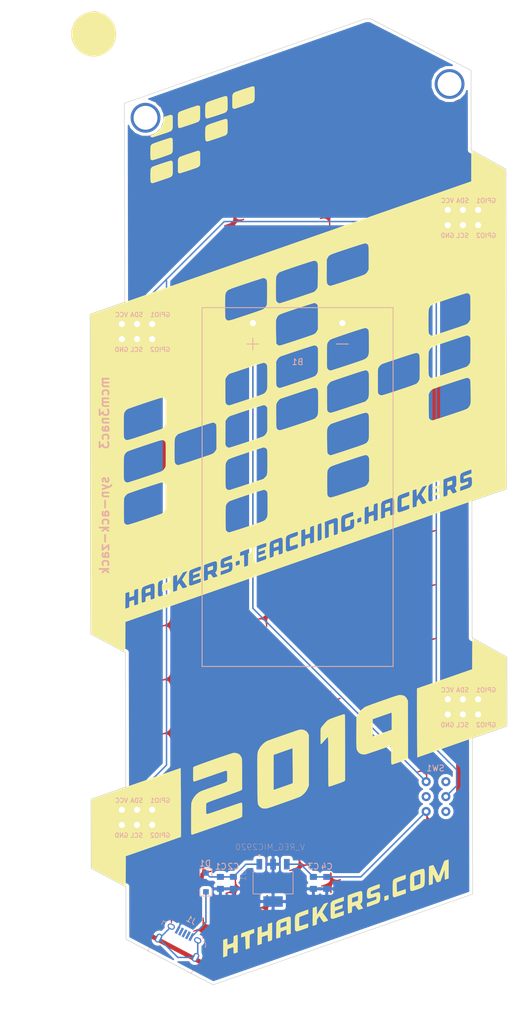
<source format=kicad_pcb>
(kicad_pcb (version 20171130) (host pcbnew "(5.0.0-3-g5ebb6b6)")
  (layers (0 F.Cu signal) (31 B.Cu signal) (34 B.Paste user) (35 F.Paste user) (36 B.SilkS user) (37 F.SilkS user) (38 B.Mask user) (39 F.Mask user) (44 Edge.Cuts user))
  (net 0 "")
  (net 1 "Net-(J1-Pad3)")
  (net 2 "Net-(J1-Pad4)")
  (net 3 GND)
  (net 4 "Net-(J1-Pad2)")
  (net 5 "Net-(D1-Pad2)")
  (net 6 "Net-(J1-PadSH)")
  (net 7 "Net-(SW1-Pad2)")
  (net 8 "Net-(X1-Pad4)")
  (net 9 "Net-(X1-Pad3)")
  (net 10 "Net-(X1-Pad6)")
  (net 11 "Net-(X1-Pad5)")
  (net 12 "Net-(X2-Pad5)")
  (net 13 "Net-(X2-Pad6)")
  (net 14 "Net-(X2-Pad3)")
  (net 15 "Net-(X2-Pad4)")
  (net 16 "Net-(X3-Pad4)")
  (net 17 "Net-(X3-Pad3)")
  (net 18 "Net-(X3-Pad6)")
  (net 19 "Net-(X3-Pad5)")
  (net 20 "Net-(X4-Pad5)")
  (net 21 "Net-(X4-Pad6)")
  (net 22 "Net-(X4-Pad3)")
  (net 23 "Net-(X4-Pad4)")
  (net 24 "Net-(C1-Pad1)")
  (net 25 "Net-(C3-Pad1)")
  (net 26 "Net-(B1-Pad2)")
  (net 27 "Net-(SW1-Pad1)")
  (net 28 "Net-(SW1-Pad3)")
  (net 29 "Net-(SW1-Pad5)")
  (module HTHBadgeInk:Badgelife-SAOv169-BADGE-2x3 (layer F.Cu) (at 163.5 54.8)
    (fp_text reference X3 hide)
    (fp_text value Badgelife_sao_connector_v169bis hide)
    (fp_text user VCC (at -2.54 -2.794) (layer B.SilkS) (effects (font (size 0.75 0.75)) (justify mirror)))
    (fp_text user GND (at -2.54 3.048) (layer B.SilkS) (effects (font (size 0.75 0.75)) (justify mirror)))
    (fp_text user SDA (at 0 -2.794) (layer B.SilkS) (effects (font (size 0.75 0.75)) (justify mirror)))
    (fp_text user SCL (at 0 3.048) (layer B.SilkS) (effects (font (size 0.75 0.75)) (justify mirror)))
    (fp_text user GPIO2 (at 3.937 3.048) (layer B.SilkS) (effects (font (size 0.75 0.75)) (justify mirror)))
    (fp_text user GPIO1 (at 3.937 -2.794) (layer B.SilkS) (effects (font (size 0.75 0.75)) (justify mirror)))
    (pad 5 thru_hole circle (at 2.6 -1.25 270) (size 1.7272 1.7272) (drill 1.016) (layers *.Cu *.Mask) (net 19 "Net-(X3-Pad5)"))
    (pad 6 thru_hole circle (at 2.6 1.29 270) (size 1.7272 1.7272) (drill 1.016) (layers *.Cu *.Mask) (net 18 "Net-(X3-Pad6)"))
    (pad 3 thru_hole oval (at 0.06 -1.25 270) (size 1.7272 1.7272) (drill 1.016) (layers *.Cu *.Mask) (net 17 "Net-(X3-Pad3)"))
    (pad 4 thru_hole oval (at 0.06 1.29 270) (size 1.7272 1.7272) (drill 1.016) (layers *.Cu *.Mask) (net 16 "Net-(X3-Pad4)"))
    (pad 1 thru_hole oval (at -2.48 -1.25 270) (size 1.7272 1.7272) (drill 1.016) (layers *.Cu *.Mask) (net 7 "Net-(SW1-Pad2)"))
    (pad 2 thru_hole rect (at -2.48 1.29 270) (size 1.7272 1.7272) (drill 1.016) (layers *.Cu *.Mask) (net 3 GND))
  )
  (module HTHBadgeInk:Badgelife-SAOv169-BADGE-2x3 (layer F.Cu) (at 108.9 73.9)
    (fp_text reference X2 hide)
    (fp_text value Badgelife_sao_connector_v169bis hide)
    (fp_text user VCC (at -2.54 -2.794) (layer B.SilkS) (effects (font (size 0.75 0.75)) (justify mirror)))
    (fp_text user GND (at -2.54 3.048) (layer B.SilkS) (effects (font (size 0.75 0.75)) (justify mirror)))
    (fp_text user SDA (at 0 -2.794) (layer B.SilkS) (effects (font (size 0.75 0.75)) (justify mirror)))
    (fp_text user SCL (at 0 3.048) (layer B.SilkS) (effects (font (size 0.75 0.75)) (justify mirror)))
    (fp_text user GPIO2 (at 3.937 3.048) (layer B.SilkS) (effects (font (size 0.75 0.75)) (justify mirror)))
    (fp_text user GPIO1 (at 3.937 -2.794) (layer B.SilkS) (effects (font (size 0.75 0.75)) (justify mirror)))
    (pad 5 thru_hole circle (at 2.6 -1.25 270) (size 1.7272 1.7272) (drill 1.016) (layers *.Cu *.Mask) (net 12 "Net-(X2-Pad5)"))
    (pad 6 thru_hole circle (at 2.6 1.29 270) (size 1.7272 1.7272) (drill 1.016) (layers *.Cu *.Mask) (net 13 "Net-(X2-Pad6)"))
    (pad 3 thru_hole oval (at 0.06 -1.25 270) (size 1.7272 1.7272) (drill 1.016) (layers *.Cu *.Mask) (net 14 "Net-(X2-Pad3)"))
    (pad 4 thru_hole oval (at 0.06 1.29 270) (size 1.7272 1.7272) (drill 1.016) (layers *.Cu *.Mask) (net 15 "Net-(X2-Pad4)"))
    (pad 1 thru_hole oval (at -2.48 -1.25 270) (size 1.7272 1.7272) (drill 1.016) (layers *.Cu *.Mask) (net 7 "Net-(SW1-Pad2)"))
    (pad 2 thru_hole rect (at -2.48 1.29 270) (size 1.7272 1.7272) (drill 1.016) (layers *.Cu *.Mask) (net 3 GND))
  )
  (module HTHBadgeInk:Badgelife-SAOv169-BADGE-2x3 (layer F.Cu) (at 163.5 136.75)
    (fp_text reference X4 hide)
    (fp_text value Badgelife_sao_connector_v169bis hide)
    (fp_text user VCC (at -2.54 -2.794) (layer B.SilkS) (effects (font (size 0.75 0.75)) (justify mirror)))
    (fp_text user GND (at -2.54 3.048) (layer B.SilkS) (effects (font (size 0.75 0.75)) (justify mirror)))
    (fp_text user SDA (at 0 -2.794) (layer B.SilkS) (effects (font (size 0.75 0.75)) (justify mirror)))
    (fp_text user SCL (at 0 3.048) (layer B.SilkS) (effects (font (size 0.75 0.75)) (justify mirror)))
    (fp_text user GPIO2 (at 3.937 3.048) (layer B.SilkS) (effects (font (size 0.75 0.75)) (justify mirror)))
    (fp_text user GPIO1 (at 3.937 -2.794) (layer B.SilkS) (effects (font (size 0.75 0.75)) (justify mirror)))
    (pad 5 thru_hole circle (at 2.6 -1.25 270) (size 1.7272 1.7272) (drill 1.016) (layers *.Cu *.Mask) (net 20 "Net-(X4-Pad5)"))
    (pad 6 thru_hole circle (at 2.6 1.29 270) (size 1.7272 1.7272) (drill 1.016) (layers *.Cu *.Mask) (net 21 "Net-(X4-Pad6)"))
    (pad 3 thru_hole oval (at 0.06 -1.25 270) (size 1.7272 1.7272) (drill 1.016) (layers *.Cu *.Mask) (net 22 "Net-(X4-Pad3)"))
    (pad 4 thru_hole oval (at 0.06 1.29 270) (size 1.7272 1.7272) (drill 1.016) (layers *.Cu *.Mask) (net 23 "Net-(X4-Pad4)"))
    (pad 1 thru_hole oval (at -2.48 -1.25 270) (size 1.7272 1.7272) (drill 1.016) (layers *.Cu *.Mask) (net 7 "Net-(SW1-Pad2)"))
    (pad 2 thru_hole rect (at -2.48 1.29 270) (size 1.7272 1.7272) (drill 1.016) (layers *.Cu *.Mask) (net 3 GND))
  )
  (module HTHBadgeInk:Badgelife-SAOv169-BADGE-2x3 (layer F.Cu) (at 108.9 155.25)
    (fp_text reference X1 hide)
    (fp_text value Badgelife_sao_connector_v169bis hide)
    (fp_text user VCC (at -2.54 -2.794) (layer B.SilkS) (effects (font (size 0.75 0.75)) (justify mirror)))
    (fp_text user GND (at -2.54 3.048) (layer B.SilkS) (effects (font (size 0.75 0.75)) (justify mirror)))
    (fp_text user SDA (at 0 -2.794) (layer B.SilkS) (effects (font (size 0.75 0.75)) (justify mirror)))
    (fp_text user SCL (at 0 3.048) (layer B.SilkS) (effects (font (size 0.75 0.75)) (justify mirror)))
    (fp_text user GPIO2 (at 3.937 3.048) (layer B.SilkS) (effects (font (size 0.75 0.75)) (justify mirror)))
    (fp_text user GPIO1 (at 3.937 -2.794) (layer B.SilkS) (effects (font (size 0.75 0.75)) (justify mirror)))
    (pad 5 thru_hole circle (at 2.6 -1.25 270) (size 1.7272 1.7272) (drill 1.016) (layers *.Cu *.Mask) (net 11 "Net-(X1-Pad5)"))
    (pad 6 thru_hole circle (at 2.6 1.29 270) (size 1.7272 1.7272) (drill 1.016) (layers *.Cu *.Mask) (net 10 "Net-(X1-Pad6)"))
    (pad 3 thru_hole oval (at 0.06 -1.25 270) (size 1.7272 1.7272) (drill 1.016) (layers *.Cu *.Mask) (net 9 "Net-(X1-Pad3)"))
    (pad 4 thru_hole oval (at 0.06 1.29 270) (size 1.7272 1.7272) (drill 1.016) (layers *.Cu *.Mask) (net 8 "Net-(X1-Pad4)"))
    (pad 1 thru_hole oval (at -2.48 -1.25 270) (size 1.7272 1.7272) (drill 1.016) (layers *.Cu *.Mask) (net 7 "Net-(SW1-Pad2)"))
    (pad 2 thru_hole rect (at -2.48 1.29 270) (size 1.7272 1.7272) (drill 1.016) (layers *.Cu *.Mask) (net 3 GND))
  )
  (module HTHBadgeFinal:B140HW-7 (layer B.Cu) (at 120.5 164.6 270)
    (fp_text reference D1 (at -1.61 0.13) (layer B.SilkS) (effects (justify mirror)))
    (fp_text value D_Schottky hide)
    (pad 1 smd roundrect (at 0 0 270) (size 0.9 0.95) (layers B.Cu B.Paste B.Mask) (roundrect_rratio 0.1) (net 24 "Net-(C1-Pad1)"))
    (pad 2 smd roundrect (at 3.15 0 270) (size 0.9 0.95) (layers B.Cu B.Paste B.Mask) (roundrect_rratio 0.1) (net 5 "Net-(D1-Pad2)"))
  )
  (module HTHBadgeFinal:CL10A105KO8NNNC (layer B.Cu) (at 140.75 165.25 180)
    (fp_text reference C4 (at 0 1.75 180) (layer B.SilkS) (effects (justify mirror)))
    (fp_text value CP1 hide)
    (pad 2 smd roundrect (at 0 -2 180) (size 1.2 1) (layers B.Cu B.Paste B.Mask) (roundrect_rratio 0.1) (net 3 GND))
    (pad 1 smd roundrect (at 0 0 180) (size 1.2 1) (layers B.Cu B.Paste B.Mask) (roundrect_rratio 0.1) (net 25 "Net-(C3-Pad1)"))
  )
  (module HTHBadgeFinal:CL10A105KO8NNNC (layer B.Cu) (at 138.5 165.25 180)
    (fp_text reference C3 (at 0 1.75 180) (layer B.SilkS) (effects (justify mirror)))
    (fp_text value C hide)
    (pad 1 smd roundrect (at 0 0 180) (size 1.2 1) (layers B.Cu B.Paste B.Mask) (roundrect_rratio 0.1) (net 25 "Net-(C3-Pad1)"))
    (pad 2 smd roundrect (at 0 -2 180) (size 1.2 1) (layers B.Cu B.Paste B.Mask) (roundrect_rratio 0.1) (net 3 GND))
  )
  (module HTHBadgeFinal:CL10A105KO8NNNC (layer B.Cu) (at 125.1 165.24 180)
    (fp_text reference C2 (at 0 1.74 180) (layer B.SilkS) (effects (justify mirror)))
    (fp_text value C hide)
    (pad 2 smd roundrect (at 0 -2 180) (size 1.2 1) (layers B.Cu B.Paste B.Mask) (roundrect_rratio 0.1) (net 3 GND))
    (pad 1 smd roundrect (at 0 0 180) (size 1.2 1) (layers B.Cu B.Paste B.Mask) (roundrect_rratio 0.1) (net 24 "Net-(C1-Pad1)"))
  )
  (module HTHBadgeFinal:CL10A105KO8NNNC (layer B.Cu) (at 122.92 165.25 180)
    (fp_text reference C1 (at -0.08 1.75 180) (layer B.SilkS) (effects (justify mirror)))
    (fp_text value CP1 hide)
    (pad 1 smd roundrect (at 0 0 180) (size 1.2 1) (layers B.Cu B.Paste B.Mask) (roundrect_rratio 0.1) (net 24 "Net-(C1-Pad1)"))
    (pad 2 smd roundrect (at 0 -2 180) (size 1.2 1) (layers B.Cu B.Paste B.Mask) (roundrect_rratio 0.1) (net 3 GND))
  )
  (module HTHBadgeFinal:JS202011AQN (layer B.Cu) (at 160.7 149.3 180)
    (fp_text reference SW1 (at 1.75 2.25 180) (layer B.SilkS) (effects (justify mirror)))
    (fp_text value DPDT hide)
    (pad 1 thru_hole circle (at 0 0 180) (size 1.524 1.524) (drill 0.762) (layers *.Cu *.Mask) (net 27 "Net-(SW1-Pad1)"))
    (pad 2 thru_hole circle (at 0 -2.5 180) (size 1.524 1.524) (drill 0.762) (layers *.Cu *.Mask) (net 7 "Net-(SW1-Pad2)"))
    (pad 3 thru_hole circle (at 0 -5 180) (size 1.524 1.524) (drill 0.762) (layers *.Cu *.Mask) (net 28 "Net-(SW1-Pad3)"))
    (pad 4 thru_hole circle (at 3.3 0 180) (size 1.524 1.524) (drill 0.762) (layers *.Cu *.Mask) (net 26 "Net-(B1-Pad2)"))
    (pad 5 thru_hole circle (at 3.3 -2.5 180) (size 1.524 1.524) (drill 0.762) (layers *.Cu *.Mask) (net 29 "Net-(SW1-Pad5)"))
    (pad 6 thru_hole circle (at 3.3 -5 180) (size 1.524 1.524) (drill 0.762) (layers *.Cu *.Mask) (net 25 "Net-(C3-Pad1)"))
  )
  (module "HTHBadgeFinal:Keystone 2462 2xAA" (layer B.Cu) (at 143.36 72.51 180)
    (fp_text reference B1 (at 7.5 -6.5 180) (layer B.SilkS) (effects (justify mirror)))
    (fp_text value 2xAA)
    (pad 1 thru_hole circle (at 0 0 180) (size 1.8 1.8) (drill 1.02) (layers *.Cu *.Mask) (net 3 GND))
    (pad 2 thru_hole circle (at 14.99 0 180) (size 1.8 1.8) (drill 1.02) (layers *.Cu *.Mask) (net 26 "Net-(B1-Pad2)"))
  )
  (module HTHBadgeFinal:SOT230P700X180-4N (layer B.Cu) (at 131.75 166.25 270)
    (fp_text reference U1 (at -1.26 5.035 270) (layer B.SilkS) (effects (font (thickness 0.05)) (justify mirror)))
    (fp_text value V_REG_MIC2920 (at -6 0.5) (layer B.SilkS) (effects (font (thickness 0.05)) (justify mirror)))
    (pad 1 smd rect (at -3.125 2.3 270) (size 1.76 0.96) (layers B.Cu B.Paste B.Mask) (net 24 "Net-(C1-Pad1)"))
    (pad 2 smd rect (at -3.125 0 270) (size 1.76 0.96) (layers B.Cu B.Paste B.Mask) (net 3 GND))
    (pad 3 smd rect (at -3.125 -2.3 270) (size 1.76 0.96) (layers B.Cu B.Paste B.Mask) (net 25 "Net-(C3-Pad1)"))
    (pad 4 smd rect (at 3.125 0 180) (size 3.26 1.76) (layers B.Cu B.Paste B.Mask) (net 3 GND))
  )
  (module digikey-footprints:USB_Micro_B_Female_10118194-0001LF (layer B.Cu) (at 116.91 174.72 152.5)
    (fp_text reference J1 (at 0 2.5 152.5) (layer B.SilkS) (effects (justify mirror)))
    (fp_text value 10118194-0001LF hide)
    (pad 3 smd rect (at 0 0 152.5) (size 0.4 1.35) (layers B.Cu B.Paste B.Mask) (net 1 "Net-(J1-Pad3)"))
    (pad 4 smd rect (at 0.65 0 152.5) (size 0.4 1.35) (layers B.Cu B.Paste B.Mask) (net 2 "Net-(J1-Pad4)"))
    (pad 5 smd rect (at 1.3 0 152.5) (size 0.4 1.35) (layers B.Cu B.Paste B.Mask) (net 3 GND))
    (pad 2 smd rect (at -0.65 0 152.5) (size 0.4 1.35) (layers B.Cu B.Paste B.Mask) (net 4 "Net-(J1-Pad2)"))
    (pad 1 smd rect (at -1.3 0 152.5) (size 0.4 1.35) (layers B.Cu B.Paste B.Mask) (net 5 "Net-(D1-Pad2)"))
    (pad SH thru_hole oval (at 2.5 0 152.5) (size 1.25 0.95) (drill oval 0.85 0.55) (layers *.Cu *.Mask) (net 6 "Net-(J1-PadSH)"))
    (pad SH thru_hole oval (at -2.5 0 152.5) (size 1.25 0.95) (drill oval 0.85 0.55) (layers *.Cu *.Mask) (net 6 "Net-(J1-PadSH)"))
    (pad SH thru_hole oval (at -3.5 -2.699999 152.5) (size 1 1.55) (drill oval 0.5 1.15) (layers *.Cu *.Mask) (net 6 "Net-(J1-PadSH)"))
    (pad SH thru_hole oval (at 3.5 -2.7 152.5) (size 1 1.55) (drill oval 0.5 1.15) (layers *.Cu *.Mask) (net 6 "Net-(J1-PadSH)"))
  )
  (module HTHBadgeFinal:F.Silk_g3358 (layer F.Cu) (at 136.04 102.89)
    (fp_text reference G*** hide)
    (fp_text value LOGO hide)
  )
  (module HTHBadgeFinal:F.Mask_g3356 (layer F.Cu) (at 136.04 102.89)
    (fp_text reference G*** hide)
    (fp_text value LOGO hide)
  )
  (module HTHBadgeFinal:F.Cu_g3354 (layer F.Cu) (at 136.04 102.89)
    (fp_text reference G*** hide)
    (fp_text value LOGO hide)
    (fp_poly (pts (xy -34.000239 -82.540759) (xy -33.846425 -82.525133) (xy -33.692315 -82.495002) (xy -33.509647 -82.447363) (xy -33.488692 -82.441512) (xy -32.958194 -82.263161) (xy -32.490499 -82.040438) (xy -32.072107 -81.765662) (xy -31.689517 -81.431155) (xy -31.659413 -81.400936) (xy -31.308057 -80.986072) (xy -31.025585 -80.528285) (xy -30.813701 -80.036181) (xy -30.674108 -79.518367) (xy -30.608511 -78.98345) (xy -30.618614 -78.440038) (xy -30.70612 -77.896736) (xy -30.864133 -77.384291) (xy -31.086509 -76.921508) (xy -31.380285 -76.491496) (xy -31.735893 -76.102275) (xy -32.143767 -75.761864) (xy -32.594338 -75.478281) (xy -33.078038 -75.259545) (xy -33.569298 -75.117027) (xy -33.78149 -75.08634) (xy -34.049795 -75.06839) (xy -34.346636 -75.063075) (xy -34.644438 -75.070295) (xy -34.915627 -75.089947) (xy -35.132625 -75.12193) (xy -35.136667 -75.12279) (xy -35.656828 -75.2767) (xy -36.145063 -75.504877) (xy -36.594565 -75.800734) (xy -36.998529 -76.157683) (xy -37.350149 -76.569137) (xy -37.642618 -77.028509) (xy -37.869131 -77.529213) (xy -37.977362 -77.872167) (xy -38.030115 -78.144614) (xy -38.062324 -78.46689) (xy -38.073594 -78.81049) (xy -38.063529 -79.146909) (xy -38.031736 -79.447642) (xy -38.001345 -79.602026) (xy -37.822849 -80.161187) (xy -37.576727 -80.670161) (xy -37.265176 -81.126648) (xy -36.890397 -81.528347) (xy -36.454586 -81.872955) (xy -35.959943 -82.158172) (xy -35.408666 -82.381696) (xy -35.318206 -82.410699) (xy -35.121693 -82.465989) (xy -34.937989 -82.502807) (xy -34.737 -82.525502) (xy -34.488635 -82.538422) (xy -34.420025 -82.540513) (xy -34.182019 -82.544884) (xy -34.000239 -82.540759)) (layer F.Cu) (width 0.01))
    (fp_poly (pts (xy 10.575924 -74.544377) (xy 10.607684 -74.517986) (xy 10.62213 -74.451048) (xy 10.626279 -74.324786) (xy 10.626596 -74.26325) (xy 10.661201 -73.958276) (xy 10.762013 -73.704158) (xy 10.927743 -73.503015) (xy 11.1571 -73.356967) (xy 11.185223 -73.344746) (xy 11.41025 -73.286972) (xy 11.658294 -73.296311) (xy 11.917151 -73.363777) (xy 12.047261 -73.406496) (xy 12.1399 -73.433044) (xy 12.17252 -73.43786) (xy 12.190534 -73.393955) (xy 12.20827 -73.339763) (xy 12.213357 -73.287796) (xy 12.179664 -73.248222) (xy 12.090988 -73.20881) (xy 11.991279 -73.175942) (xy 11.644484 -73.062841) (xy 11.369754 -72.961552) (xy 11.156451 -72.865751) (xy 10.993938 -72.769114) (xy 10.871578 -72.665316) (xy 10.778734 -72.548035) (xy 10.704869 -72.411167) (xy 10.672495 -72.324858) (xy 10.650182 -72.221002) (xy 10.636229 -72.0828) (xy 10.628933 -71.893455) (xy 10.626596 -71.638584) (xy 10.625666 -71.035334) (xy 10.519833 -71.035334) (xy 10.463049 -71.040127) (xy 10.431362 -71.067226) (xy 10.417469 -71.135715) (xy 10.414067 -71.264676) (xy 10.414 -71.31186) (xy 10.384468 -71.612212) (xy 10.294184 -71.85579) (xy 10.140612 -72.047294) (xy 9.946364 -72.178919) (xy 9.749012 -72.26074) (xy 9.561585 -72.289696) (xy 9.354629 -72.267473) (xy 9.183052 -72.222576) (xy 9.036354 -72.180124) (xy 8.925219 -72.151935) (xy 8.870523 -72.143221) (xy 8.86838 -72.144005) (xy 8.850985 -72.191316) (xy 8.841107 -72.235722) (xy 8.846591 -72.271378) (xy 8.884261 -72.308052) (xy 8.965295 -72.351353) (xy 9.100868 -72.406895) (xy 9.302159 -72.480287) (xy 9.389232 -72.510889) (xy 9.70635 -72.627618) (xy 9.950624 -72.737225) (xy 10.131458 -72.852692) (xy 10.258252 -72.987001) (xy 10.340409 -73.153134) (xy 10.387331 -73.364074) (xy 10.408419 -73.632802) (xy 10.41307 -73.924584) (xy 10.414 -74.549) (xy 10.519833 -74.549) (xy 10.575924 -74.544377)) (layer F.Cu) (width 0.01))
    (fp_poly (pts (xy 15.90811 -71.962591) (xy 15.939697 -71.938346) (xy 15.95473 -71.875913) (xy 15.959345 -71.75727) (xy 15.959666 -71.655826) (xy 15.987076 -71.365154) (xy 16.072606 -71.129656) (xy 16.221209 -70.938612) (xy 16.333114 -70.847551) (xy 16.548165 -70.744021) (xy 16.80111 -70.699632) (xy 17.066788 -70.717021) (xy 17.213357 -70.755273) (xy 17.366631 -70.803566) (xy 17.459555 -70.81883) (xy 17.510063 -70.800274) (xy 17.536092 -70.747111) (xy 17.537741 -70.741005) (xy 17.538127 -70.702469) (xy 17.508877 -70.66697) (xy 17.437533 -70.627901) (xy 17.311635 -70.578657) (xy 17.118724 -70.51263) (xy 17.087595 -70.502311) (xy 16.812651 -70.40842) (xy 16.605127 -70.329444) (xy 16.450652 -70.258421) (xy 16.334856 -70.18839) (xy 16.243368 -70.112387) (xy 16.207916 -70.076128) (xy 16.117484 -69.971356) (xy 16.051942 -69.870826) (xy 16.00736 -69.758265) (xy 15.97981 -69.617399) (xy 15.965364 -69.431953) (xy 15.960092 -69.185654) (xy 15.959666 -69.047769) (xy 15.959666 -68.410667) (xy 15.853833 -68.410667) (xy 15.797049 -68.41546) (xy 15.765362 -68.442559) (xy 15.751469 -68.511048) (xy 15.748067 -68.640009) (xy 15.748 -68.687194) (xy 15.713452 -68.993424) (xy 15.614728 -69.249329) (xy 15.459201 -69.449843) (xy 15.254248 -69.589903) (xy 15.007244 -69.664444) (xy 14.725565 -69.668401) (xy 14.421127 -69.598281) (xy 14.295235 -69.560469) (xy 14.208501 -69.544938) (xy 14.181666 -69.552485) (xy 14.167798 -69.621778) (xy 14.157677 -69.651591) (xy 14.166083 -69.684663) (xy 14.221785 -69.724041) (xy 14.334321 -69.77426) (xy 14.513233 -69.839857) (xy 14.655093 -69.888043) (xy 14.928755 -69.982574) (xy 15.134857 -70.062961) (xy 15.287659 -70.136832) (xy 15.401423 -70.211814) (xy 15.490409 -70.295534) (xy 15.54675 -70.36498) (xy 15.623418 -70.481435) (xy 15.67838 -70.603394) (xy 15.714966 -70.74765) (xy 15.736502 -70.930995) (xy 15.746319 -71.170222) (xy 15.748 -71.380318) (xy 15.748 -71.966667) (xy 15.853833 -71.966667) (xy 15.90811 -71.962591)) (layer F.Cu) (width 0.01))
    (fp_poly (pts (xy -0.113674 -70.809266) (xy -0.089263 -70.751236) (xy -0.084667 -70.656418) (xy -0.075308 -70.513167) (xy -0.051596 -70.341664) (xy -0.036983 -70.264834) (xy 0.05132 -70.038928) (xy 0.204379 -69.840022) (xy 0.40391 -69.68307) (xy 0.631629 -69.583025) (xy 0.832311 -69.553903) (xy 0.919723 -69.56608) (xy 1.055704 -69.59801) (xy 1.189027 -69.636218) (xy 1.354396 -69.682967) (xy 1.455714 -69.696436) (xy 1.507355 -69.67524) (xy 1.523697 -69.617996) (xy 1.524 -69.603977) (xy 1.502867 -69.56611) (xy 1.433205 -69.521386) (xy 1.305611 -69.465402) (xy 1.110688 -69.393757) (xy 0.97844 -69.34846) (xy 0.681187 -69.240984) (xy 0.454274 -69.139928) (xy 0.284675 -69.03693) (xy 0.159362 -68.923631) (xy 0.065309 -68.791671) (xy 0.041104 -68.746926) (xy 0.007977 -68.671521) (xy -0.015192 -68.58608) (xy -0.030098 -68.474354) (xy -0.038434 -68.320098) (xy -0.041894 -68.107066) (xy -0.042334 -67.946687) (xy -0.042334 -67.31) (xy -0.148167 -67.31) (xy -0.205446 -67.314943) (xy -0.237135 -67.342634) (xy -0.250789 -67.412367) (xy -0.25396 -67.543433) (xy -0.254 -67.580333) (xy -0.290053 -67.873327) (xy -0.395011 -68.127356) (xy -0.564081 -68.33308) (xy -0.688024 -68.425598) (xy -0.909645 -68.530587) (xy -1.136022 -68.567215) (xy -1.387706 -68.537319) (xy -1.522499 -68.500207) (xy -1.689303 -68.454667) (xy -1.792707 -68.447583) (xy -1.845878 -68.481274) (xy -1.861984 -68.558062) (xy -1.862019 -68.560052) (xy -1.824265 -68.588258) (xy -1.720179 -68.635743) (xy -1.564264 -68.696603) (xy -1.371021 -68.764939) (xy -1.30175 -68.788052) (xy -1.069982 -68.866083) (xy -0.901556 -68.92897) (xy -0.778649 -68.985656) (xy -0.683434 -69.045079) (xy -0.598085 -69.116181) (xy -0.544531 -69.167834) (xy -0.439803 -69.282159) (xy -0.363293 -69.396496) (xy -0.310754 -69.526858) (xy -0.27794 -69.689258) (xy -0.260607 -69.89971) (xy -0.254508 -70.174227) (xy -0.254237 -70.26275) (xy -0.253446 -70.489921) (xy -0.249951 -70.645795) (xy -0.241727 -70.743739) (xy -0.226752 -70.797121) (xy -0.203003 -70.819308) (xy -0.169334 -70.823667) (xy -0.113674 -70.809266)) (layer F.Cu) (width 0.01))
    (fp_poly (pts (xy 11.882939 -79.121) (xy 17.657219 -76.174712) (xy 18.313905 -75.83964) (xy 18.951641 -75.514232) (xy 19.566192 -75.200649) (xy 20.153322 -74.901053) (xy 20.708796 -74.617605) (xy 21.228379 -74.352466) (xy 21.707835 -74.107798) (xy 22.14293 -73.885762) (xy 22.529428 -73.68852) (xy 22.863094 -73.518232) (xy 23.139692 -73.377059) (xy 23.354988 -73.267164) (xy 23.504745 -73.190708) (xy 23.584729 -73.149851) (xy 23.595139 -73.144524) (xy 23.758779 -73.060624) (xy 23.595139 -72.952413) (xy 23.459808 -72.853068) (xy 23.317184 -72.734063) (xy 23.27425 -72.694642) (xy 23.117001 -72.545082) (xy 22.406417 -72.908261) (xy 22.28041 -72.972625) (xy 22.084244 -73.072772) (xy 21.823183 -73.206017) (xy 21.502492 -73.369674) (xy 21.127435 -73.561057) (xy 20.703275 -73.77748) (xy 20.235277 -74.016258) (xy 19.728705 -74.274705) (xy 19.188822 -74.550136) (xy 18.620893 -74.839863) (xy 18.030182 -75.141203) (xy 17.421953 -75.451468) (xy 16.801469 -75.767973) (xy 16.708843 -75.815221) (xy 11.721852 -78.359) (xy 10.990162 -78.359) (xy 3.156164 -75.665744) (xy 2.350522 -75.388776) (xy 1.555193 -75.115363) (xy 0.774836 -74.847105) (xy 0.01411 -74.585605) (xy -0.722326 -74.332463) (xy -1.429814 -74.089281) (xy -2.103696 -73.857658) (xy -2.739312 -73.639198) (xy -3.332005 -73.435499) (xy -3.877115 -73.248165) (xy -4.369985 -73.078795) (xy -4.805955 -72.928991) (xy -5.180367 -72.800355) (xy -5.488563 -72.694486) (xy -5.725883 -72.612987) (xy -5.884334 -72.558602) (xy -6.046278 -72.503016) (xy -6.283726 -72.421468) (xy -6.592116 -72.315526) (xy -6.966886 -72.186758) (xy -7.403473 -72.036732) (xy -7.897317 -71.867016) (xy -8.443854 -71.679178) (xy -9.038524 -71.474786) (xy -9.676763 -71.255409) (xy -10.354011 -71.022613) (xy -11.065704 -70.777967) (xy -11.807282 -70.52304) (xy -12.574181 -70.259399) (xy -13.361841 -69.988612) (xy -14.165699 -69.712248) (xy -14.981193 -69.431873) (xy -15.16835 -69.367525) (xy -15.966482 -69.093136) (xy -16.743121 -68.82618) (xy -17.494489 -68.567953) (xy -18.216807 -68.319753) (xy -18.906298 -68.082876) (xy -19.559184 -67.85862) (xy -20.171686 -67.648281) (xy -20.740027 -67.453156) (xy -21.260428 -67.274541) (xy -21.729112 -67.113734) (xy -22.1423 -66.972032) (xy -22.496214 -66.850731) (xy -22.787076 -66.751127) (xy -23.011108 -66.674519) (xy -23.164533 -66.622202) (xy -23.243571 -66.595474) (xy -23.254017 -66.592111) (xy -23.286112 -66.620016) (xy -23.366023 -66.69376) (xy -23.480244 -66.800803) (xy -23.566219 -66.882041) (xy -23.87027 -67.170193) (xy -6.484719 -73.146346) (xy 10.900833 -79.1225) (xy 11.882939 -79.121)) (layer F.Cu) (width 0.01))
    (fp_poly (pts (xy 21.290264 -69.244408) (xy 21.31601 -69.194625) (xy 21.333149 -69.091471) (xy 21.34521 -68.940313) (xy 21.389807 -68.647853) (xy 21.485791 -68.416585) (xy 21.639316 -68.236129) (xy 21.841213 -68.10375) (xy 22.047012 -68.020135) (xy 22.241326 -67.992683) (xy 22.452755 -68.020256) (xy 22.628368 -68.072414) (xy 22.787676 -68.118411) (xy 22.885131 -68.121026) (xy 22.933017 -68.077769) (xy 22.943888 -68.0085) (xy 22.906203 -67.980393) (xy 22.802378 -67.932292) (xy 22.646855 -67.870195) (xy 22.454073 -67.800097) (xy 22.38362 -67.77585) (xy 22.150077 -67.69457) (xy 21.979806 -67.628737) (xy 21.85502 -67.569343) (xy 21.757935 -67.507377) (xy 21.670764 -67.433832) (xy 21.629145 -67.393678) (xy 21.522892 -67.275691) (xy 21.445069 -67.152659) (xy 21.391574 -67.008927) (xy 21.358302 -66.828838) (xy 21.34115 -66.596736) (xy 21.336015 -66.296965) (xy 21.336 -66.275254) (xy 21.335235 -66.055065) (xy 21.331483 -65.905816) (xy 21.32256 -65.813782) (xy 21.306278 -65.765242) (xy 21.280452 -65.746471) (xy 21.251333 -65.743667) (xy 21.199813 -65.755252) (xy 21.174577 -65.804058) (xy 21.166877 -65.911161) (xy 21.166666 -65.94765) (xy 21.153354 -66.117031) (xy 21.119875 -66.30195) (xy 21.103113 -66.365641) (xy 20.997513 -66.584693) (xy 20.830055 -66.773261) (xy 20.620465 -66.916374) (xy 20.388469 -66.999057) (xy 20.249688 -67.013431) (xy 20.162418 -67.001256) (xy 20.026407 -66.969312) (xy 19.891356 -66.930613) (xy 19.726419 -66.886644) (xy 19.624772 -66.881507) (xy 19.57323 -66.917702) (xy 19.558648 -66.993718) (xy 19.596377 -67.022035) (xy 19.700348 -67.069649) (xy 19.855991 -67.130601) (xy 20.048735 -67.198934) (xy 20.113251 -67.220522) (xy 20.372683 -67.310242) (xy 20.564968 -67.387301) (xy 20.70532 -67.45867) (xy 20.80895 -67.531322) (xy 20.828567 -67.548382) (xy 20.938872 -67.657251) (xy 21.020408 -67.766179) (xy 21.077974 -67.890938) (xy 21.116372 -68.047298) (xy 21.1404 -68.25103) (xy 21.154859 -68.517906) (xy 21.158659 -68.632917) (xy 21.166774 -68.876217) (xy 21.175554 -69.047271) (xy 21.186834 -69.158493) (xy 21.202452 -69.222295) (xy 21.224241 -69.25109) (xy 21.251004 -69.257334) (xy 21.290264 -69.244408)) (layer F.Cu) (width 0.01))
    (fp_poly (pts (xy 5.20483 -68.235093) (xy 5.235599 -68.202738) (xy 5.247483 -68.12382) (xy 5.249333 -68.002829) (xy 5.274133 -67.712736) (xy 5.352486 -67.473772) (xy 5.474575 -67.285748) (xy 5.670865 -67.110041) (xy 5.906983 -67.006663) (xy 6.176643 -66.976937) (xy 6.473554 -67.022189) (xy 6.576206 -67.05372) (xy 6.702097 -67.091532) (xy 6.788831 -67.107063) (xy 6.815666 -67.099516) (xy 6.829534 -67.030223) (xy 6.839656 -67.00041) (xy 6.831249 -66.967338) (xy 6.775548 -66.92796) (xy 6.663011 -66.877741) (xy 6.4841 -66.812144) (xy 6.342239 -66.763958) (xy 6.068578 -66.669427) (xy 5.862476 -66.58904) (xy 5.709673 -66.515169) (xy 5.595909 -66.440187) (xy 5.506924 -66.356467) (xy 5.450583 -66.287021) (xy 5.373915 -66.170566) (xy 5.318952 -66.048607) (xy 5.282367 -65.904351) (xy 5.26083 -65.721006) (xy 5.251013 -65.481779) (xy 5.249333 -65.271683) (xy 5.248547 -65.038084) (xy 5.245031 -64.876155) (xy 5.237047 -64.772907) (xy 5.222857 -64.715349) (xy 5.200721 -64.690491) (xy 5.170878 -64.685334) (xy 5.129366 -64.696817) (xy 5.10168 -64.742475) (xy 5.082254 -64.839123) (xy 5.065522 -65.003574) (xy 5.065521 -65.003587) (xy 5.01462 -65.309972) (xy 4.916149 -65.552002) (xy 4.764836 -65.738665) (xy 4.555411 -65.878948) (xy 4.550833 -65.881224) (xy 4.352575 -65.955784) (xy 4.155309 -65.974421) (xy 3.930952 -65.938274) (xy 3.832635 -65.910376) (xy 3.648229 -65.861482) (xy 3.53655 -65.851443) (xy 3.502876 -65.864524) (xy 3.473751 -65.915673) (xy 3.496789 -65.966705) (xy 3.579286 -66.022321) (xy 3.72854 -66.08722) (xy 3.951846 -66.166104) (xy 3.991275 -66.179136) (xy 4.261269 -66.272737) (xy 4.465838 -66.357496) (xy 4.622145 -66.443207) (xy 4.747356 -66.539663) (xy 4.858635 -66.656657) (xy 4.88557 -66.689369) (xy 5.0165 -66.851904) (xy 5.043364 -68.241334) (xy 5.146348 -68.241334) (xy 5.20483 -68.235093)) (layer F.Cu) (width 0.01))
    (fp_poly (pts (xy 10.594584 -65.476535) (xy 10.618543 -65.42341) (xy 10.625572 -65.309701) (xy 10.625666 -65.285684) (xy 10.659663 -64.981171) (xy 10.757582 -64.717152) (xy 10.913313 -64.502427) (xy 11.120747 -64.345801) (xy 11.334285 -64.264651) (xy 11.473771 -64.23842) (xy 11.596871 -64.238015) (xy 11.743415 -64.265028) (xy 11.818006 -64.283996) (xy 12.000069 -64.330686) (xy 12.115683 -64.354) (xy 12.179781 -64.353908) (xy 12.207297 -64.330378) (xy 12.213166 -64.283378) (xy 12.213166 -64.283167) (xy 12.201101 -64.244329) (xy 12.15715 -64.205099) (xy 12.069681 -64.159657) (xy 11.927061 -64.102182) (xy 11.717659 -64.026852) (xy 11.662833 -64.007777) (xy 11.39539 -63.911736) (xy 11.19515 -63.830176) (xy 11.047727 -63.754967) (xy 10.938732 -63.677979) (xy 10.853777 -63.591081) (xy 10.801704 -63.521167) (xy 10.7309 -63.389874) (xy 10.68034 -63.225836) (xy 10.647698 -63.015419) (xy 10.630651 -62.744985) (xy 10.626701 -62.494584) (xy 10.625314 -62.277054) (xy 10.620761 -62.130391) (xy 10.610909 -62.040803) (xy 10.593629 -61.994497) (xy 10.566787 -61.977679) (xy 10.546567 -61.976) (xy 10.504827 -61.986803) (xy 10.478033 -62.030623) (xy 10.460761 -62.124583) (xy 10.447586 -62.285802) (xy 10.447378 -62.289026) (xy 10.39346 -62.599508) (xy 10.279245 -62.853454) (xy 10.111105 -63.046521) (xy 9.895414 -63.174362) (xy 9.638542 -63.232632) (xy 9.346861 -63.216987) (xy 9.155897 -63.169712) (xy 9.01434 -63.12605) (xy 8.933373 -63.108098) (xy 8.892926 -63.115832) (xy 8.872926 -63.149228) (xy 8.866282 -63.169372) (xy 8.850938 -63.241393) (xy 8.854384 -63.263729) (xy 8.897716 -63.281277) (xy 9.00473 -63.320505) (xy 9.15906 -63.375507) (xy 9.3345 -63.436959) (xy 9.622224 -63.539918) (xy 9.841746 -63.627616) (xy 10.006152 -63.708467) (xy 10.128529 -63.790885) (xy 10.221963 -63.883283) (xy 10.299541 -63.994077) (xy 10.354338 -64.092667) (xy 10.386921 -64.171882) (xy 10.41083 -64.275696) (xy 10.427932 -64.419404) (xy 10.44009 -64.6183) (xy 10.448571 -64.86525) (xy 10.455903 -65.10751) (xy 10.463831 -65.277703) (xy 10.474311 -65.388419) (xy 10.4893 -65.452246) (xy 10.510754 -65.481773) (xy 10.54063 -65.489589) (xy 10.545614 -65.489667) (xy 10.594584 -65.476535)) (layer F.Cu) (width 0.01))
    (fp_poly (pts (xy -5.46841 -64.42671) (xy -5.436649 -64.400319) (xy -5.422203 -64.333382) (xy -5.418055 -64.207119) (xy -5.417737 -64.145584) (xy -5.390108 -63.859244) (xy -5.305375 -63.625867) (xy -5.157673 -63.431016) (xy -5.10897 -63.38553) (xy -4.903189 -63.245506) (xy -4.679787 -63.177106) (xy -4.426817 -63.178521) (xy -4.154434 -63.24094) (xy -4.000204 -63.28518) (xy -3.909165 -63.297637) (xy -3.865291 -63.276413) (xy -3.852556 -63.219609) (xy -3.852334 -63.205146) (xy -3.878008 -63.164695) (xy -3.96056 -63.115509) (xy -4.10828 -63.053611) (xy -4.329459 -62.975029) (xy -4.339491 -62.971638) (xy -4.618642 -62.873726) (xy -4.830188 -62.789102) (xy -4.988456 -62.709697) (xy -5.107771 -62.627447) (xy -5.202458 -62.534285) (xy -5.26874 -62.44842) (xy -5.316984 -62.37781) (xy -5.351637 -62.314517) (xy -5.375286 -62.242958) (xy -5.390518 -62.14755) (xy -5.39992 -62.012711) (xy -5.406078 -61.822857) (xy -5.410997 -61.59153) (xy -5.424493 -60.917667) (xy -5.527414 -60.917667) (xy -5.582168 -60.92268) (xy -5.612988 -60.950285) (xy -5.626729 -61.019332) (xy -5.630247 -61.148669) (xy -5.630334 -61.200635) (xy -5.66511 -61.495183) (xy -5.76571 -61.747788) (xy -5.926541 -61.950137) (xy -6.14201 -62.09392) (xy -6.262044 -62.139347) (xy -6.417352 -62.176224) (xy -6.559677 -62.182599) (xy -6.720029 -62.1568) (xy -6.905328 -62.104711) (xy -7.041651 -62.063879) (xy -7.140609 -62.037259) (xy -7.180242 -62.030628) (xy -7.193365 -62.073911) (xy -7.203226 -62.123537) (xy -7.199835 -62.160727) (xy -7.168066 -62.19671) (xy -7.096272 -62.237468) (xy -6.97281 -62.288985) (xy -6.786031 -62.357241) (xy -6.6675 -62.398738) (xy -6.452587 -62.476942) (xy -6.255564 -62.555095) (xy -6.096123 -62.624947) (xy -5.993955 -62.678249) (xy -5.983227 -62.685407) (xy -5.887609 -62.778836) (xy -5.789133 -62.913672) (xy -5.73981 -63.000601) (xy -5.696327 -63.093312) (xy -5.666159 -63.179115) (xy -5.646891 -63.276214) (xy -5.636107 -63.40281) (xy -5.631393 -63.577107) (xy -5.630334 -63.817309) (xy -5.630334 -64.431334) (xy -5.5245 -64.431334) (xy -5.46841 -64.42671)) (layer F.Cu) (width 0.01))
    (fp_poly (pts (xy 15.898662 -62.902216) (xy 15.93009 -62.875364) (xy 15.948823 -62.809531) (xy 15.961008 -62.68747) (xy 15.968261 -62.570945) (xy 15.984983 -62.377977) (xy 16.013653 -62.239927) (xy 16.062028 -62.127148) (xy 16.101062 -62.063306) (xy 16.28661 -61.85129) (xy 16.510523 -61.713186) (xy 16.766792 -61.650798) (xy 17.049408 -61.665929) (xy 17.247195 -61.719169) (xy 17.378322 -61.763092) (xy 17.472225 -61.790729) (xy 17.50652 -61.796193) (xy 17.524534 -61.752288) (xy 17.54227 -61.698096) (xy 17.547357 -61.646129) (xy 17.513664 -61.606556) (xy 17.424988 -61.567143) (xy 17.325279 -61.534275) (xy 16.978484 -61.421174) (xy 16.703754 -61.319886) (xy 16.490451 -61.224084) (xy 16.327938 -61.127447) (xy 16.205578 -61.02365) (xy 16.112734 -60.906369) (xy 16.038869 -60.7695) (xy 16.006495 -60.683191) (xy 15.984182 -60.579335) (xy 15.970229 -60.441134) (xy 15.962933 -60.251788) (xy 15.960596 -59.996917) (xy 15.959666 -59.393667) (xy 15.853833 -59.393667) (xy 15.798662 -59.397991) (xy 15.767023 -59.423226) (xy 15.752382 -59.487772) (xy 15.748206 -59.610026) (xy 15.748 -59.691687) (xy 15.713732 -59.988738) (xy 15.613107 -60.236832) (xy 15.449396 -60.43162) (xy 15.225867 -60.56875) (xy 15.045984 -60.625821) (xy 14.914096 -60.649479) (xy 14.800844 -60.650192) (xy 14.67092 -60.625273) (xy 14.538109 -60.587175) (xy 14.366593 -60.538803) (xy 14.259794 -60.52177) (xy 14.203366 -60.53713) (xy 14.18296 -60.585935) (xy 14.181666 -60.613357) (xy 14.202798 -60.651224) (xy 14.272461 -60.695949) (xy 14.400054 -60.751932) (xy 14.594978 -60.823577) (xy 14.727226 -60.868874) (xy 15.045149 -60.982846) (xy 15.28971 -61.092424) (xy 15.470381 -61.21074) (xy 15.596633 -61.350927) (xy 15.677937 -61.526116) (xy 15.723764 -61.749439) (xy 15.743586 -62.03403) (xy 15.74707 -62.282917) (xy 15.748 -62.907334) (xy 15.848394 -62.907334) (xy 15.898662 -62.902216)) (layer F.Cu) (width 0.01))
    (fp_poly (pts (xy -16.695161 -62.944261) (xy -16.623507 -62.925083) (xy -16.568663 -62.882595) (xy -16.528399 -62.807905) (xy -16.500483 -62.692123) (xy -16.482684 -62.526356) (xy -16.47277 -62.301713) (xy -16.46851 -62.009304) (xy -16.467667 -61.681091) (xy -16.468648 -61.327819) (xy -16.472866 -61.048309) (xy -16.48223 -60.831662) (xy -16.498651 -60.666984) (xy -16.524039 -60.543379) (xy -16.560305 -60.44995) (xy -16.60936 -60.375801) (xy -16.673114 -60.310037) (xy -16.714352 -60.274152) (xy -16.783479 -60.236291) (xy -16.922079 -60.176829) (xy -17.118876 -60.099623) (xy -17.362595 -60.00853) (xy -17.641961 -59.907407) (xy -17.945698 -59.80011) (xy -18.262531 -59.690496) (xy -18.581183 -59.582423) (xy -18.89038 -59.479746) (xy -19.178846 -59.386324) (xy -19.435305 -59.306012) (xy -19.648482 -59.242668) (xy -19.807101 -59.200148) (xy -19.899887 -59.182309) (xy -19.907259 -59.182) (xy -20.024735 -59.210193) (xy -20.101951 -59.260284) (xy -20.127295 -59.292892) (xy -20.147277 -59.341147) (xy -20.162971 -59.415846) (xy -20.175449 -59.527787) (xy -20.185785 -59.687766) (xy -20.195051 -59.90658) (xy -20.20432 -60.195026) (xy -20.208181 -60.329201) (xy -20.214613 -60.619877) (xy -20.217293 -60.890553) (xy -20.21634 -61.126946) (xy -20.211875 -61.314776) (xy -20.204015 -61.43976) (xy -20.198586 -61.475346) (xy -20.131723 -61.650876) (xy -20.028575 -61.811003) (xy -19.910085 -61.924716) (xy -19.884735 -61.940053) (xy -19.806956 -61.973289) (xy -19.662338 -62.027082) (xy -19.462078 -62.097786) (xy -19.217376 -62.181754) (xy -18.939429 -62.27534) (xy -18.639438 -62.374899) (xy -18.328599 -62.476783) (xy -18.018113 -62.577347) (xy -17.719177 -62.672945) (xy -17.44299 -62.75993) (xy -17.200751 -62.834657) (xy -17.003659 -62.893478) (xy -16.862911 -62.932749) (xy -16.789707 -62.948822) (xy -16.785857 -62.949019) (xy -16.695161 -62.944261)) (layer F.Cu) (width 0.01))
    (fp_poly (pts (xy -0.092265 -61.802135) (xy -0.060597 -61.776066) (xy -0.046289 -61.709753) (xy -0.042467 -61.584489) (xy -0.042334 -61.518646) (xy -0.008438 -61.214231) (xy 0.090682 -60.957793) (xy 0.251175 -60.754594) (xy 0.469189 -60.609898) (xy 0.672511 -60.541952) (xy 0.798998 -60.524125) (xy 0.933915 -60.531034) (xy 1.107681 -60.565107) (xy 1.176699 -60.582206) (xy 1.328154 -60.620653) (xy 1.443239 -60.649323) (xy 1.501477 -60.663129) (xy 1.504667 -60.663667) (xy 1.521476 -60.629027) (xy 1.535258 -60.582853) (xy 1.541208 -60.550957) (xy 1.533501 -60.523343) (xy 1.501803 -60.495072) (xy 1.435775 -60.461203) (xy 1.325082 -60.416793) (xy 1.159388 -60.356903) (xy 0.928355 -60.276591) (xy 0.807327 -60.234884) (xy 0.522934 -60.121927) (xy 0.310179 -60.000218) (xy 0.156038 -59.860198) (xy 0.047487 -59.692305) (xy 0.036617 -59.669197) (xy 0.004923 -59.58449) (xy -0.01711 -59.482615) (xy -0.031091 -59.347199) (xy -0.038628 -59.161868) (xy -0.041329 -58.910248) (xy -0.041404 -58.875084) (xy -0.042334 -58.250667) (xy -0.148167 -58.250667) (xy -0.203113 -58.254928) (xy -0.234741 -58.279911) (xy -0.249482 -58.343919) (xy -0.253768 -58.465256) (xy -0.254 -58.551855) (xy -0.261121 -58.739838) (xy -0.288036 -58.881723) (xy -0.343074 -59.015298) (xy -0.365564 -59.058021) (xy -0.527601 -59.275676) (xy -0.735864 -59.424926) (xy -0.983465 -59.503304) (xy -1.26352 -59.508343) (xy -1.492775 -59.461913) (xy -1.650649 -59.417827) (xy -1.745944 -59.399432) (xy -1.796917 -59.407242) (xy -1.821826 -59.441771) (xy -1.830792 -59.471422) (xy -1.828505 -59.508964) (xy -1.792666 -59.545871) (xy -1.711197 -59.588576) (xy -1.572014 -59.643509) (xy -1.380646 -59.711051) (xy -1.107817 -59.807474) (xy -0.902052 -59.8873) (xy -0.749093 -59.957492) (xy -0.634682 -60.02501) (xy -0.54456 -60.096818) (xy -0.499663 -60.141207) (xy -0.409536 -60.247991) (xy -0.343963 -60.360414) (xy -0.299284 -60.494125) (xy -0.271838 -60.664772) (xy -0.257965 -60.888002) (xy -0.254005 -61.179463) (xy -0.254 -61.191474) (xy -0.254 -61.806667) (xy -0.148167 -61.806667) (xy -0.092265 -61.802135)) (layer F.Cu) (width 0.01))
    (fp_poly (pts (xy 21.32767 -60.23601) (xy 21.35931 -60.210775) (xy 21.373951 -60.146229) (xy 21.378127 -60.023975) (xy 21.378333 -59.942314) (xy 21.412365 -59.641545) (xy 21.513721 -59.390769) (xy 21.681287 -59.191789) (xy 21.91395 -59.046409) (xy 21.93789 -59.03608) (xy 22.123354 -58.982481) (xy 22.321206 -58.978419) (xy 22.55533 -59.024365) (xy 22.642566 -59.04994) (xy 22.796626 -59.094204) (xy 22.887519 -59.106637) (xy 22.931383 -59.085057) (xy 22.944355 -59.027283) (xy 22.944666 -59.009118) (xy 22.925686 -58.970654) (xy 22.861824 -58.927406) (xy 22.7427 -58.874427) (xy 22.557934 -58.806771) (xy 22.426083 -58.762017) (xy 22.153403 -58.66786) (xy 21.94818 -58.587576) (xy 21.796116 -58.513028) (xy 21.682914 -58.436079) (xy 21.594274 -58.348593) (xy 21.51761 -58.245021) (xy 21.473063 -58.174588) (xy 21.441066 -58.108697) (xy 21.419181 -58.031633) (xy 21.404972 -57.927683) (xy 21.395999 -57.781132) (xy 21.389825 -57.576267) (xy 21.386003 -57.396702) (xy 21.372507 -56.726667) (xy 21.269586 -56.726667) (xy 21.21197 -56.732621) (xy 21.181177 -56.763876) (xy 21.168859 -56.84052) (xy 21.166666 -56.97435) (xy 21.135343 -57.283882) (xy 21.040608 -57.538058) (xy 20.881312 -57.738896) (xy 20.656306 -57.888412) (xy 20.642454 -57.894976) (xy 20.454212 -57.966749) (xy 20.280812 -57.990979) (xy 20.092385 -57.968258) (xy 19.89039 -57.909886) (xy 19.756376 -57.867141) (xy 19.658881 -57.84057) (xy 19.620583 -57.835803) (xy 19.603638 -57.882666) (xy 19.593774 -57.927428) (xy 19.59916 -57.964518) (xy 19.637571 -58.001746) (xy 19.720721 -58.04511) (xy 19.860324 -58.100609) (xy 20.068094 -58.174239) (xy 20.091625 -58.182333) (xy 20.389174 -58.290284) (xy 20.616619 -58.388283) (xy 20.786553 -58.484519) (xy 20.911573 -58.587182) (xy 21.004275 -58.704461) (xy 21.063629 -58.814309) (xy 21.104654 -58.909565) (xy 21.133041 -59.000973) (xy 21.151093 -59.106995) (xy 21.161112 -59.246088) (xy 21.165401 -59.436712) (xy 21.166253 -59.637084) (xy 21.166666 -60.240334) (xy 21.2725 -60.240334) (xy 21.32767 -60.23601)) (layer F.Cu) (width 0.01))
    (fp_poly (pts (xy 5.225926 -59.154591) (xy 5.267718 -59.066538) (xy 5.288021 -58.90911) (xy 5.291088 -58.788731) (xy 5.331542 -58.542667) (xy 5.442174 -58.318863) (xy 5.609047 -58.131274) (xy 5.818225 -57.993858) (xy 6.055769 -57.920572) (xy 6.166311 -57.912237) (xy 6.253723 -57.924413) (xy 6.389704 -57.956343) (xy 6.523027 -57.994552) (xy 6.688396 -58.041301) (xy 6.789714 -58.054769) (xy 6.841355 -58.033573) (xy 6.857697 -57.976329) (xy 6.858 -57.962311) (xy 6.836867 -57.924443) (xy 6.767205 -57.879719) (xy 6.639611 -57.823735) (xy 6.444688 -57.75209) (xy 6.31244 -57.706794) (xy 5.994517 -57.592822) (xy 5.749955 -57.483243) (xy 5.569284 -57.364927) (xy 5.443032 -57.224741) (xy 5.361729 -57.049552) (xy 5.315901 -56.826228) (xy 5.29608 -56.541638) (xy 5.292596 -56.29275) (xy 5.291666 -55.668334) (xy 5.185833 -55.668334) (xy 5.125766 -55.674186) (xy 5.094167 -55.705401) (xy 5.081945 -55.782462) (xy 5.08 -55.906839) (xy 5.070116 -56.079306) (xy 5.044988 -56.249305) (xy 5.027936 -56.319589) (xy 4.925831 -56.524547) (xy 4.760648 -56.703577) (xy 4.553299 -56.841431) (xy 4.324694 -56.922864) (xy 4.179276 -56.938334) (xy 4.082656 -56.925879) (xy 3.939543 -56.89348) (xy 3.805005 -56.855378) (xy 3.668911 -56.814562) (xy 3.570414 -56.787942) (xy 3.531326 -56.781295) (xy 3.514821 -56.82355) (xy 3.497867 -56.876088) (xy 3.494085 -56.913139) (xy 3.515645 -56.946637) (xy 3.574361 -56.982658) (xy 3.68205 -57.027282) (xy 3.850527 -57.086587) (xy 4.011191 -57.140167) (xy 4.292024 -57.237504) (xy 4.504521 -57.323671) (xy 4.662838 -57.406561) (xy 4.781132 -57.494069) (xy 4.873559 -57.594089) (xy 4.906496 -57.639425) (xy 4.973628 -57.751892) (xy 5.021513 -57.87349) (xy 5.053093 -58.020846) (xy 5.071306 -58.210591) (xy 5.079094 -58.459352) (xy 5.08 -58.620804) (xy 5.080811 -58.84843) (xy 5.084506 -59.004688) (xy 5.092972 -59.102873) (xy 5.108098 -59.156278) (xy 5.131773 -59.178196) (xy 5.159729 -59.182) (xy 5.225926 -59.154591)) (layer F.Cu) (width 0.01))
    (fp_poly (pts (xy -10.799889 -57.98385) (xy -10.77334 -57.934411) (xy -10.754887 -57.831868) (xy -10.740763 -57.677682) (xy -10.68383 -57.364165) (xy -10.568457 -57.109604) (xy -10.400245 -56.917809) (xy -10.1848 -56.792587) (xy -9.927724 -56.737745) (xy -9.63462 -56.757092) (xy -9.453441 -56.802819) (xy -9.309109 -56.845462) (xy -9.225268 -56.86011) (xy -9.183005 -56.848151) (xy -9.167691 -56.823813) (xy -9.152405 -56.770557) (xy -9.161394 -56.728134) (xy -9.206481 -56.688969) (xy -9.29949 -56.645489) (xy -9.452242 -56.590118) (xy -9.62025 -56.533874) (xy -9.883389 -56.444775) (xy -10.079962 -56.372307) (xy -10.224801 -56.3098) (xy -10.332737 -56.250585) (xy -10.418601 -56.187989) (xy -10.449773 -56.160799) (xy -10.533622 -56.076633) (xy -10.595948 -55.988788) (xy -10.64047 -55.882685) (xy -10.670905 -55.743743) (xy -10.690974 -55.557384) (xy -10.704392 -55.30903) (xy -10.710334 -55.139167) (xy -10.718662 -54.886036) (xy -10.726708 -54.705082) (xy -10.736573 -54.583848) (xy -10.750355 -54.509879) (xy -10.770153 -54.470717) (xy -10.798066 -54.453906) (xy -10.82675 -54.448306) (xy -10.880138 -54.447012) (xy -10.908683 -54.475155) (xy -10.920135 -54.551631) (xy -10.922237 -54.68114) (xy -10.940168 -54.948611) (xy -10.999133 -55.162782) (xy -11.107758 -55.348571) (xy -11.18509 -55.440458) (xy -11.338402 -55.579622) (xy -11.507103 -55.667426) (xy -11.593407 -55.695752) (xy -11.718142 -55.729257) (xy -11.814447 -55.74216) (xy -11.912959 -55.73313) (xy -12.044317 -55.700837) (xy -12.144568 -55.671825) (xy -12.311226 -55.626104) (xy -12.414944 -55.607592) (xy -12.472328 -55.614511) (xy -12.494349 -55.634349) (xy -12.518797 -55.70692) (xy -12.516837 -55.728928) (xy -12.47405 -55.756987) (xy -12.366832 -55.804116) (xy -12.211432 -55.863705) (xy -12.02691 -55.928205) (xy -11.729353 -56.033544) (xy -11.50147 -56.12931) (xy -11.330086 -56.223376) (xy -11.202026 -56.323614) (xy -11.104114 -56.437897) (xy -11.060709 -56.505542) (xy -11.015465 -56.586576) (xy -10.983172 -56.661901) (xy -10.961219 -56.748228) (xy -10.947001 -56.862273) (xy -10.93791 -57.020749) (xy -10.931337 -57.240368) (xy -10.928784 -57.351084) (xy -10.922445 -57.598769) (xy -10.915128 -57.774059) (xy -10.90514 -57.889223) (xy -10.890786 -57.956527) (xy -10.870374 -57.988242) (xy -10.842208 -57.996636) (xy -10.839645 -57.996667) (xy -10.799889 -57.98385)) (layer F.Cu) (width 0.01))
    (fp_poly (pts (xy 26.904961 -67.850171) (xy 26.906507 -67.726997) (xy 26.908338 -67.527866) (xy 26.910431 -67.257135) (xy 26.91276 -66.919158) (xy 26.915301 -66.51829) (xy 26.91803 -66.058886) (xy 26.920922 -65.545302) (xy 26.923953 -64.981891) (xy 26.927099 -64.37301) (xy 26.930335 -63.723013) (xy 26.933636 -63.036255) (xy 26.936979 -62.317091) (xy 26.940338 -61.569877) (xy 26.943689 -60.798967) (xy 26.944191 -60.681244) (xy 26.974808 -53.480988) (xy 26.65086 -53.365984) (xy 26.491225 -53.309104) (xy 26.358127 -53.261301) (xy 26.275355 -53.231128) (xy 26.265623 -53.227461) (xy 26.2573 -53.232322) (xy 26.24975 -53.256123) (xy 26.242936 -53.302653) (xy 26.236822 -53.375703) (xy 26.231371 -53.47906) (xy 26.226547 -53.616515) (xy 26.222314 -53.791855) (xy 26.218636 -54.008872) (xy 26.215475 -54.271353) (xy 26.212796 -54.583087) (xy 26.210562 -54.947865) (xy 26.208738 -55.369475) (xy 26.207286 -55.851707) (xy 26.20617 -56.398349) (xy 26.205354 -57.013191) (xy 26.204801 -57.700021) (xy 26.204476 -58.46263) (xy 26.204342 -59.304806) (xy 26.204333 -59.615185) (xy 26.204147 -60.359722) (xy 26.203605 -61.089987) (xy 26.202727 -61.800609) (xy 26.201533 -62.486218) (xy 26.200045 -63.141442) (xy 26.198283 -63.760912) (xy 26.196268 -64.339256) (xy 26.194022 -64.871103) (xy 26.191564 -65.351082) (xy 26.188916 -65.773824) (xy 26.186099 -66.133956) (xy 26.183133 -66.426109) (xy 26.180039 -66.644911) (xy 26.176838 -66.784991) (xy 26.17649 -66.795089) (xy 26.148648 -67.56375) (xy 26.292907 -67.614038) (xy 26.412073 -67.662479) (xy 26.56442 -67.733325) (xy 26.665521 -67.784447) (xy 26.786783 -67.845733) (xy 26.873305 -67.884737) (xy 26.903726 -67.893034) (xy 26.904961 -67.850171)) (layer F.Cu) (width 0.01))
    (fp_poly (pts (xy 10.608408 -56.467845) (xy 10.639741 -56.441843) (xy 10.657702 -56.377356) (xy 10.668307 -56.25708) (xy 10.674259 -56.137422) (xy 10.686636 -55.955321) (xy 10.709373 -55.827946) (xy 10.750772 -55.725378) (xy 10.818085 -55.619198) (xy 11.008821 -55.410777) (xy 11.232954 -55.280026) (xy 11.489496 -55.227245) (xy 11.777459 -55.252733) (xy 11.910341 -55.28772) (xy 12.053762 -55.330094) (xy 12.161457 -55.357646) (xy 12.212112 -55.364981) (xy 12.213233 -55.364382) (xy 12.230965 -55.3167) (xy 12.240892 -55.272279) (xy 12.235408 -55.236623) (xy 12.197738 -55.199949) (xy 12.116704 -55.156648) (xy 11.981131 -55.101106) (xy 11.77984 -55.027714) (xy 11.692767 -54.997112) (xy 11.375649 -54.880383) (xy 11.131375 -54.770776) (xy 10.950541 -54.655309) (xy 10.823747 -54.521) (xy 10.74159 -54.354867) (xy 10.694668 -54.143927) (xy 10.67358 -53.875199) (xy 10.668929 -53.583417) (xy 10.668 -52.959) (xy 10.562166 -52.959) (xy 10.505382 -52.963793) (xy 10.473695 -52.990893) (xy 10.459802 -53.059382) (xy 10.4564 -53.188342) (xy 10.456333 -53.235527) (xy 10.423195 -53.542968) (xy 10.323869 -53.7978) (xy 10.158484 -53.999799) (xy 9.92717 -54.148741) (xy 9.927166 -54.148742) (xy 9.696851 -54.21658) (xy 9.443245 -54.213897) (xy 9.164848 -54.144224) (xy 9.034738 -54.101505) (xy 8.942099 -54.074957) (xy 8.909479 -54.070141) (xy 8.891465 -54.114046) (xy 8.873729 -54.168238) (xy 8.868642 -54.220205) (xy 8.902335 -54.259779) (xy 8.991011 -54.299191) (xy 9.09072 -54.332059) (xy 9.437515 -54.44516) (xy 9.712245 -54.546449) (xy 9.925548 -54.64225) (xy 10.088061 -54.738887) (xy 10.210421 -54.842685) (xy 10.303265 -54.959966) (xy 10.37713 -55.096834) (xy 10.409504 -55.183143) (xy 10.431817 -55.286999) (xy 10.44577 -55.425201) (xy 10.453066 -55.614546) (xy 10.455403 -55.869417) (xy 10.456333 -56.472667) (xy 10.557684 -56.472667) (xy 10.608408 -56.467845)) (layer F.Cu) (width 0.01))
    (fp_poly (pts (xy -5.464887 -55.408626) (xy -5.43323 -55.377975) (xy -5.420689 -55.302095) (xy -5.418431 -55.170917) (xy -5.398832 -54.89588) (xy -5.336049 -54.676124) (xy -5.223203 -54.490439) (xy -5.182022 -54.442022) (xy -4.982673 -54.267762) (xy -4.76167 -54.167609) (xy -4.510032 -54.139547) (xy -4.218774 -54.18156) (xy -4.128876 -54.205613) (xy -3.985752 -54.243272) (xy -3.901964 -54.252646) (xy -3.857451 -54.234859) (xy -3.846788 -54.221412) (xy -3.821954 -54.148626) (xy -3.823841 -54.126043) (xy -3.866473 -54.098824) (xy -3.974561 -54.051853) (xy -4.132923 -53.991174) (xy -4.326374 -53.922835) (xy -4.377922 -53.905434) (xy -4.666716 -53.802899) (xy -4.886026 -53.708771) (xy -5.049246 -53.614148) (xy -5.169771 -53.510131) (xy -5.260996 -53.387819) (xy -5.316976 -53.281455) (xy -5.357508 -53.18701) (xy -5.385548 -53.095586) (xy -5.403369 -52.988778) (xy -5.413246 -52.848182) (xy -5.417451 -52.655396) (xy -5.418254 -52.461584) (xy -5.419165 -52.224139) (xy -5.422636 -52.058542) (xy -5.430345 -51.951978) (xy -5.443971 -51.891633) (xy -5.465191 -51.864692) (xy -5.495685 -51.858341) (xy -5.497255 -51.858334) (xy -5.539577 -51.870264) (xy -5.567787 -51.917406) (xy -5.58779 -52.016785) (xy -5.603679 -52.16525) (xy -5.665184 -52.483475) (xy -5.783057 -52.74245) (xy -5.951629 -52.938313) (xy -6.165236 -53.067203) (xy -6.418208 -53.125255) (xy -6.70488 -53.108609) (xy -6.90914 -53.055045) (xy -7.058334 -53.011318) (xy -7.146013 -53.007699) (xy -7.187124 -53.047938) (xy -7.196667 -53.127188) (xy -7.158888 -53.152685) (xy -7.055418 -53.198456) (xy -6.901053 -53.25851) (xy -6.710593 -53.326858) (xy -6.663133 -53.343157) (xy -6.364882 -53.451363) (xy -6.137275 -53.551217) (xy -5.967868 -53.650629) (xy -5.844217 -53.75751) (xy -5.753874 -53.879771) (xy -5.720618 -53.942229) (xy -5.685169 -54.024141) (xy -5.660315 -54.110194) (xy -5.644233 -54.217146) (xy -5.635097 -54.361756) (xy -5.631083 -54.560785) (xy -5.630334 -54.771533) (xy -5.630334 -55.414334) (xy -5.5245 -55.414334) (xy -5.464887 -55.408626)) (layer F.Cu) (width 0.01))
    (fp_poly (pts (xy 15.910251 -53.879165) (xy 15.937465 -53.834411) (xy 15.95596 -53.739203) (xy 15.971166 -53.576672) (xy 15.97157 -53.571349) (xy 16.019864 -53.275639) (xy 16.11836 -53.041943) (xy 16.272349 -52.860502) (xy 16.409764 -52.762982) (xy 16.655152 -52.659588) (xy 16.915641 -52.632212) (xy 17.203156 -52.679927) (xy 17.260102 -52.696861) (xy 17.401672 -52.740402) (xy 17.482637 -52.758287) (xy 17.523077 -52.750525) (xy 17.543069 -52.717122) (xy 17.549717 -52.696962) (xy 17.565073 -52.623525) (xy 17.561615 -52.599683) (xy 17.518325 -52.581212) (xy 17.410762 -52.54122) (xy 17.254805 -52.485466) (xy 17.066331 -52.419714) (xy 17.052857 -52.415067) (xy 16.772974 -52.316026) (xy 16.560755 -52.232411) (xy 16.402712 -52.155511) (xy 16.285355 -52.076613) (xy 16.195197 -51.987005) (xy 16.118749 -51.877973) (xy 16.059868 -51.773667) (xy 16.028372 -51.703686) (xy 16.00681 -51.621629) (xy 15.993696 -51.51146) (xy 15.987541 -51.357145) (xy 15.986857 -51.142648) (xy 15.98818 -51.001084) (xy 15.995528 -50.376667) (xy 15.89293 -50.376667) (xy 15.833121 -50.383547) (xy 15.802589 -50.418257) (xy 15.791604 -50.501906) (xy 15.790333 -50.599197) (xy 15.758555 -50.910483) (xy 15.661933 -51.169052) (xy 15.498533 -51.378849) (xy 15.352326 -51.493062) (xy 15.139117 -51.596887) (xy 14.914139 -51.632835) (xy 14.659414 -51.602568) (xy 14.533315 -51.568711) (xy 14.371113 -51.523842) (xy 14.272366 -51.509511) (xy 14.222235 -51.524018) (xy 14.215316 -51.532333) (xy 14.192871 -51.602765) (xy 14.194968 -51.621008) (xy 14.237311 -51.648303) (xy 14.344541 -51.695885) (xy 14.501176 -51.757409) (xy 14.691734 -51.826528) (xy 14.722736 -51.837314) (xy 15.006418 -51.940535) (xy 15.221655 -52.032337) (xy 15.382416 -52.120713) (xy 15.502665 -52.213654) (xy 15.596371 -52.319153) (xy 15.618202 -52.34976) (xy 15.683681 -52.461861) (xy 15.730733 -52.588063) (xy 15.762061 -52.744188) (xy 15.780372 -52.946057) (xy 15.788371 -53.209492) (xy 15.789323 -53.350584) (xy 15.790645 -53.57328) (xy 15.794955 -53.724834) (xy 15.804246 -53.818764) (xy 15.820512 -53.868588) (xy 15.845744 -53.887826) (xy 15.868889 -53.890334) (xy 15.910251 -53.879165)) (layer F.Cu) (width 0.01))
    (fp_poly (pts (xy -21.256584 -53.69427) (xy -21.160774 -53.640136) (xy -21.129886 -53.613356) (xy -21.105998 -53.582183) (xy -21.088065 -53.536051) (xy -21.075042 -53.464395) (xy -21.065885 -53.356648) (xy -21.059548 -53.202245) (xy -21.054986 -52.990621) (xy -21.051155 -52.711209) (xy -21.048785 -52.50772) (xy -21.045316 -52.181613) (xy -21.043836 -51.92851) (xy -21.045141 -51.736755) (xy -21.050026 -51.594692) (xy -21.059284 -51.490667) (xy -21.073711 -51.413025) (xy -21.094101 -51.35011) (xy -21.121249 -51.290267) (xy -21.133452 -51.266009) (xy -21.222737 -51.129877) (xy -21.333166 -51.011917) (xy -21.37507 -50.979545) (xy -21.452256 -50.941941) (xy -21.597865 -50.883682) (xy -21.80039 -50.808557) (xy -22.048325 -50.720361) (xy -22.330162 -50.622882) (xy -22.634394 -50.519914) (xy -22.949514 -50.415248) (xy -23.264016 -50.312675) (xy -23.566391 -50.215987) (xy -23.845133 -50.128976) (xy -24.088735 -50.055432) (xy -24.28569 -49.999148) (xy -24.42449 -49.963915) (xy -24.489553 -49.953334) (xy -24.632863 -49.987632) (xy -24.705523 -50.042356) (xy -24.73105 -50.07648) (xy -24.750848 -50.122702) (xy -24.765826 -50.191831) (xy -24.776895 -50.294671) (xy -24.784964 -50.44203) (xy -24.790942 -50.644715) (xy -24.795739 -50.913531) (xy -24.79895 -51.152323) (xy -24.802049 -51.519401) (xy -24.799959 -51.812503) (xy -24.790913 -52.042248) (xy -24.77314 -52.219257) (xy -24.744874 -52.354151) (xy -24.704345 -52.457551) (xy -24.649785 -52.540076) (xy -24.579425 -52.612348) (xy -24.551851 -52.636252) (xy -24.484998 -52.672252) (xy -24.348658 -52.729961) (xy -24.154069 -52.805545) (xy -23.912464 -52.895171) (xy -23.635081 -52.995007) (xy -23.333155 -53.101218) (xy -23.017921 -53.20997) (xy -22.700616 -53.317432) (xy -22.392474 -53.419768) (xy -22.104733 -53.513147) (xy -21.848628 -53.593733) (xy -21.635394 -53.657695) (xy -21.476267 -53.701199) (xy -21.382483 -53.72041) (xy -21.372432 -53.721) (xy -21.256584 -53.69427)) (layer F.Cu) (width 0.01))
    (fp_poly (pts (xy -0.074387 -52.777187) (xy -0.050291 -52.726213) (xy -0.042589 -52.616447) (xy -0.042334 -52.57558) (xy -0.008915 -52.255545) (xy 0.086719 -51.985934) (xy 0.237633 -51.772008) (xy 0.436892 -51.619027) (xy 0.677562 -51.532253) (xy 0.952707 -51.516946) (xy 1.255394 -51.578368) (xy 1.267102 -51.582205) (xy 1.430781 -51.624289) (xy 1.527661 -51.618466) (xy 1.561162 -51.564137) (xy 1.558093 -51.531193) (xy 1.511042 -51.48746) (xy 1.386155 -51.42516) (xy 1.187743 -51.346237) (xy 0.998467 -51.279074) (xy 0.730508 -51.184428) (xy 0.529652 -51.103989) (xy 0.38153 -51.028914) (xy 0.271777 -50.950357) (xy 0.186026 -50.859476) (xy 0.109911 -50.747425) (xy 0.095434 -50.723151) (xy 0.05053 -50.642524) (xy 0.01845 -50.567089) (xy -0.00341 -50.480147) (xy -0.017658 -50.365001) (xy -0.026898 -50.20495) (xy -0.033737 -49.983296) (xy -0.036252 -49.87925) (xy -0.042887 -49.631515) (xy -0.050429 -49.456182) (xy -0.060582 -49.340993) (xy -0.075048 -49.273688) (xy -0.095531 -49.242008) (xy -0.123736 -49.233691) (xy -0.125957 -49.233667) (xy -0.165841 -49.246428) (xy -0.191785 -49.295858) (xy -0.20887 -49.398678) (xy -0.220489 -49.544631) (xy -0.274647 -49.854106) (xy -0.389285 -50.108864) (xy -0.557194 -50.304062) (xy -0.771162 -50.434855) (xy -1.023979 -50.496398) (xy -1.308433 -50.483847) (xy -1.531356 -50.425312) (xy -1.667086 -50.380771) (xy -1.744186 -50.366466) (xy -1.782498 -50.38085) (xy -1.795939 -50.404687) (xy -1.817907 -50.481968) (xy -1.820334 -50.503623) (xy -1.782487 -50.529369) (xy -1.678912 -50.57481) (xy -1.524562 -50.633958) (xy -1.334385 -50.700827) (xy -1.293966 -50.714401) (xy -0.984352 -50.825942) (xy -0.746336 -50.932726) (xy -0.567763 -51.042373) (xy -0.436473 -51.162504) (xy -0.340309 -51.300741) (xy -0.331019 -51.318016) (xy -0.293581 -51.398328) (xy -0.266529 -51.484809) (xy -0.247629 -51.594017) (xy -0.234647 -51.742507) (xy -0.225347 -51.946835) (xy -0.219513 -52.144084) (xy -0.212355 -52.390999) (xy -0.204671 -52.565649) (xy -0.194596 -52.680423) (xy -0.180269 -52.747711) (xy -0.159828 -52.779903) (xy -0.13141 -52.789391) (xy -0.122477 -52.789667) (xy -0.074387 -52.777187)) (layer F.Cu) (width 0.01))
    (fp_poly (pts (xy -16.178743 -51.642043) (xy -16.146983 -51.615652) (xy -16.132536 -51.548715) (xy -16.128388 -51.422453) (xy -16.128071 -51.360917) (xy -16.093371 -51.059968) (xy -15.99347 -50.808934) (xy -15.831494 -50.612041) (xy -15.610572 -50.47351) (xy -15.42727 -50.414577) (xy -15.299929 -50.391486) (xy -15.189954 -50.389812) (xy -15.064515 -50.412288) (xy -14.90181 -50.458284) (xy -14.754138 -50.501057) (xy -14.641929 -50.529633) (xy -14.585917 -50.538822) (xy -14.583381 -50.537996) (xy -14.565986 -50.490685) (xy -14.556108 -50.446279) (xy -14.561592 -50.410623) (xy -14.599262 -50.373949) (xy -14.680296 -50.330648) (xy -14.815869 -50.275106) (xy -15.01716 -50.201714) (xy -15.104233 -50.171112) (xy -15.394599 -50.063874) (xy -15.615391 -49.96674) (xy -15.779633 -49.871212) (xy -15.900349 -49.768795) (xy -15.990565 -49.650992) (xy -16.039604 -49.560937) (xy -16.075333 -49.477788) (xy -16.100184 -49.389599) (xy -16.11606 -49.279199) (xy -16.124865 -49.129417) (xy -16.128504 -48.923081) (xy -16.129 -48.754635) (xy -16.129 -48.133) (xy -16.234834 -48.133) (xy -16.291618 -48.137793) (xy -16.323305 -48.164893) (xy -16.337198 -48.233382) (xy -16.3406 -48.362342) (xy -16.340667 -48.409527) (xy -16.373805 -48.716968) (xy -16.473131 -48.9718) (xy -16.638516 -49.173799) (xy -16.86983 -49.322741) (xy -16.869834 -49.322742) (xy -17.100149 -49.39058) (xy -17.353755 -49.387897) (xy -17.632152 -49.318224) (xy -17.762262 -49.275505) (xy -17.854901 -49.248957) (xy -17.887521 -49.244141) (xy -17.905551 -49.288056) (xy -17.922984 -49.341334) (xy -17.927512 -49.384867) (xy -17.901362 -49.42149) (xy -17.830666 -49.459524) (xy -17.701556 -49.50729) (xy -17.578993 -49.547741) (xy -17.297135 -49.640688) (xy -17.083321 -49.716119) (xy -16.924228 -49.779931) (xy -16.806533 -49.83802) (xy -16.716916 -49.896283) (xy -16.642053 -49.960616) (xy -16.638586 -49.963974) (xy -16.530202 -50.080575) (xy -16.451343 -50.198727) (xy -16.397535 -50.33469) (xy -16.364304 -50.504724) (xy -16.347176 -50.725088) (xy -16.341677 -51.012044) (xy -16.341597 -51.043417) (xy -16.340667 -51.646667) (xy -16.234834 -51.646667) (xy -16.178743 -51.642043)) (layer F.Cu) (width 0.01))
    (fp_poly (pts (xy 5.246362 -50.159046) (xy 5.277156 -50.127792) (xy 5.289474 -50.051148) (xy 5.291666 -49.917318) (xy 5.322989 -49.607785) (xy 5.417725 -49.353609) (xy 5.577021 -49.152772) (xy 5.802026 -49.003256) (xy 5.815879 -48.996692) (xy 5.993254 -48.927549) (xy 6.155308 -48.90104) (xy 6.331333 -48.916433) (xy 6.550618 -48.972999) (xy 6.566661 -48.977956) (xy 6.702983 -49.018789) (xy 6.801941 -49.045409) (xy 6.841575 -49.05204) (xy 6.854925 -49.008787) (xy 6.864558 -48.961486) (xy 6.86025 -48.924825) (xy 6.825846 -48.888302) (xy 6.749886 -48.846021) (xy 6.620911 -48.792083) (xy 6.427461 -48.720594) (xy 6.327124 -48.684937) (xy 6.044852 -48.581254) (xy 5.831283 -48.491118) (xy 5.673383 -48.405999) (xy 5.558116 -48.317369) (xy 5.472447 -48.216697) (xy 5.403341 -48.095455) (xy 5.393014 -48.073712) (xy 5.352608 -47.979473) (xy 5.324656 -47.888038) (xy 5.306893 -47.78102) (xy 5.297053 -47.640029) (xy 5.292869 -47.446676) (xy 5.29208 -47.254584) (xy 5.291666 -46.651334) (xy 5.185833 -46.651334) (xy 5.130662 -46.655657) (xy 5.099023 -46.680893) (xy 5.084382 -46.745439) (xy 5.080206 -46.867693) (xy 5.08 -46.949354) (xy 5.057295 -47.218354) (xy 4.983308 -47.435204) (xy 4.849228 -47.620996) (xy 4.766151 -47.700783) (xy 4.560811 -47.839383) (xy 4.336021 -47.906246) (xy 4.080602 -47.903027) (xy 3.815767 -47.841727) (xy 3.661481 -47.797493) (xy 3.570396 -47.785031) (xy 3.526521 -47.806159) (xy 3.513864 -47.862697) (xy 3.513666 -47.876095) (xy 3.541897 -47.917175) (xy 3.631328 -47.968931) (xy 3.789069 -48.034779) (xy 4.005627 -48.112456) (xy 4.281712 -48.210404) (xy 4.490443 -48.293898) (xy 4.646085 -48.370989) (xy 4.762904 -48.449729) (xy 4.855165 -48.53817) (xy 4.930072 -48.634247) (xy 4.978316 -48.704857) (xy 5.012969 -48.768151) (xy 5.036618 -48.83971) (xy 5.05185 -48.935118) (xy 5.061252 -49.069957) (xy 5.06741 -49.25981) (xy 5.072329 -49.491138) (xy 5.085826 -50.165) (xy 5.188746 -50.165) (xy 5.246362 -50.159046)) (layer F.Cu) (width 0.01))
    (fp_poly (pts (xy -10.760076 -48.975043) (xy -10.728316 -48.948652) (xy -10.71387 -48.881715) (xy -10.709721 -48.755453) (xy -10.709404 -48.693917) (xy -10.673706 -48.389467) (xy -10.573895 -48.135177) (xy -10.417698 -47.936402) (xy -10.212842 -47.798497) (xy -9.967054 -47.726815) (xy -9.68806 -47.726712) (xy -9.410518 -47.793798) (xy -9.282703 -47.836747) (xy -9.192654 -47.863268) (xy -9.162835 -47.867881) (xy -9.145328 -47.824545) (xy -9.128454 -47.772711) (xy -9.124773 -47.732297) (xy -9.150022 -47.696617) (xy -9.217113 -47.658382) (xy -9.338954 -47.610298) (xy -9.528456 -47.545076) (xy -9.535945 -47.542569) (xy -9.809784 -47.449139) (xy -10.016124 -47.373496) (xy -10.16865 -47.309378) (xy -10.281043 -47.250525) (xy -10.366986 -47.190675) (xy -10.430643 -47.133167) (xy -10.531484 -47.021234) (xy -10.605176 -46.905575) (xy -10.655761 -46.770458) (xy -10.687279 -46.600151) (xy -10.703773 -46.378921) (xy -10.709284 -46.091036) (xy -10.709404 -46.048084) (xy -10.710334 -45.423667) (xy -10.811823 -45.423667) (xy -10.861376 -45.428091) (xy -10.892447 -45.452563) (xy -10.910526 -45.513888) (xy -10.921104 -45.628868) (xy -10.92824 -45.779891) (xy -10.939338 -45.965258) (xy -10.958885 -46.093818) (xy -10.9943 -46.193425) (xy -11.053004 -46.291932) (xy -11.071928 -46.319282) (xy -11.262735 -46.527797) (xy -11.486874 -46.658609) (xy -11.743392 -46.711427) (xy -12.031337 -46.685963) (xy -12.164342 -46.650948) (xy -12.307763 -46.608574) (xy -12.415458 -46.581022) (xy -12.466113 -46.573687) (xy -12.467234 -46.574286) (xy -12.484966 -46.621968) (xy -12.494893 -46.666389) (xy -12.489409 -46.702045) (xy -12.451739 -46.738718) (xy -12.370705 -46.78202) (xy -12.235132 -46.837561) (xy -12.033841 -46.910953) (xy -11.946768 -46.941556) (xy -11.62965 -47.058285) (xy -11.385376 -47.167892) (xy -11.204542 -47.283359) (xy -11.077748 -47.417668) (xy -10.995591 -47.583801) (xy -10.948669 -47.794741) (xy -10.927581 -48.063469) (xy -10.92293 -48.35525) (xy -10.922 -48.979667) (xy -10.816167 -48.979667) (xy -10.760076 -48.975043)) (layer F.Cu) (width 0.01))
    (fp_poly (pts (xy -5.468062 -46.385865) (xy -5.440383 -46.340255) (xy -5.420953 -46.243702) (xy -5.404216 -46.079404) (xy -5.404145 -46.078569) (xy -5.381471 -45.901328) (xy -5.347554 -45.739094) (xy -5.309601 -45.626075) (xy -5.308315 -45.623486) (xy -5.14954 -45.392611) (xy -4.94517 -45.230635) (xy -4.702198 -45.140102) (xy -4.427619 -45.123559) (xy -4.128427 -45.18355) (xy -4.113115 -45.188548) (xy -3.957264 -45.23112) (xy -3.86589 -45.232535) (xy -3.842911 -45.219511) (xy -3.812914 -45.167822) (xy -3.834875 -45.116619) (xy -3.916136 -45.061117) (xy -4.064041 -44.99653) (xy -4.285935 -44.918072) (xy -4.325631 -44.90495) (xy -4.628933 -44.797547) (xy -4.86183 -44.695501) (xy -5.037588 -44.591222) (xy -5.169471 -44.477121) (xy -5.251063 -44.375482) (xy -5.289998 -44.314195) (xy -5.318199 -44.251542) (xy -5.337753 -44.172549) (xy -5.350747 -44.062243) (xy -5.359269 -43.905653) (xy -5.365407 -43.687805) (xy -5.368599 -43.532533) (xy -5.382032 -42.841334) (xy -5.485016 -42.841334) (xy -5.543056 -42.847428) (xy -5.573882 -42.879211) (xy -5.586082 -42.956939) (xy -5.588237 -43.08475) (xy -5.60831 -43.362547) (xy -5.672088 -43.584403) (xy -5.785815 -43.770307) (xy -5.812197 -43.801636) (xy -6.019889 -43.978889) (xy -6.263017 -44.080395) (xy -6.537576 -44.10533) (xy -6.839564 -44.052869) (xy -6.914873 -44.028947) (xy -7.040765 -43.991136) (xy -7.127499 -43.975604) (xy -7.154334 -43.983152) (xy -7.168202 -44.052445) (xy -7.178323 -44.082258) (xy -7.169917 -44.115329) (xy -7.114215 -44.154707) (xy -7.001679 -44.204927) (xy -6.822767 -44.270523) (xy -6.680907 -44.31871) (xy -6.407245 -44.413241) (xy -6.201143 -44.493628) (xy -6.048341 -44.567498) (xy -5.934577 -44.64248) (xy -5.845591 -44.726201) (xy -5.78925 -44.795646) (xy -5.712582 -44.912101) (xy -5.65762 -45.03406) (xy -5.621034 -45.178316) (xy -5.599498 -45.361661) (xy -5.589681 -45.600888) (xy -5.588 -45.810984) (xy -5.587215 -46.044584) (xy -5.583699 -46.206513) (xy -5.575715 -46.309761) (xy -5.561524 -46.367319) (xy -5.539389 -46.392176) (xy -5.509546 -46.397334) (xy -5.468062 -46.385865)) (layer F.Cu) (width 0.01))
    (fp_poly (pts (xy -21.510133 -45.241468) (xy -21.483562 -45.19186) (xy -21.465125 -45.088996) (xy -21.451223 -44.937029) (xy -21.39401 -44.623259) (xy -21.277779 -44.367845) (xy -21.10813 -44.174689) (xy -20.890661 -44.047691) (xy -20.630971 -43.990752) (xy -20.334658 -44.007771) (xy -20.172181 -44.045912) (xy -19.996835 -44.084083) (xy -19.890522 -44.076972) (xy -19.854385 -44.024838) (xy -19.86502 -43.976596) (xy -19.911284 -43.943492) (xy -20.022937 -43.891411) (xy -20.184605 -43.826784) (xy -20.380912 -43.756042) (xy -20.441065 -43.735656) (xy -20.687483 -43.650078) (xy -20.868245 -43.578489) (xy -20.999546 -43.513228) (xy -21.097582 -43.446636) (xy -21.149492 -43.400612) (xy -21.246267 -43.298712) (xy -21.317095 -43.198387) (xy -21.365927 -43.084109) (xy -21.396714 -42.940345) (xy -21.413407 -42.751566) (xy -21.419957 -42.50224) (xy -21.420667 -42.334694) (xy -21.420667 -41.698334) (xy -21.5265 -41.698334) (xy -21.586114 -41.704042) (xy -21.617771 -41.734692) (xy -21.630312 -41.810572) (xy -21.63257 -41.94175) (xy -21.65299 -42.22147) (xy -21.717532 -42.444559) (xy -21.832034 -42.629902) (xy -21.852885 -42.654485) (xy -22.062981 -42.836687) (xy -22.304228 -42.940181) (xy -22.576658 -42.964973) (xy -22.880301 -42.911069) (xy -22.959207 -42.885947) (xy -23.085098 -42.848136) (xy -23.171832 -42.832604) (xy -23.198667 -42.840152) (xy -23.212535 -42.909445) (xy -23.222657 -42.939258) (xy -23.214259 -42.972126) (xy -23.158793 -43.01134) (xy -23.046762 -43.061393) (xy -22.868666 -43.126774) (xy -22.717456 -43.178127) (xy -22.407704 -43.289619) (xy -22.169451 -43.396199) (xy -21.990467 -43.505515) (xy -21.85852 -43.625215) (xy -21.761379 -43.762945) (xy -21.750611 -43.782683) (xy -21.712918 -43.862103) (xy -21.685791 -43.946485) (xy -21.667011 -44.052383) (xy -21.654357 -44.196348) (xy -21.64561 -44.394933) (xy -21.639829 -44.60875) (xy -21.633213 -44.85645) (xy -21.625694 -45.031753) (xy -21.615564 -45.146924) (xy -21.601116 -45.214229) (xy -21.580644 -45.245934) (xy -21.55244 -45.254305) (xy -21.549978 -45.254334) (xy -21.510133 -45.241468)) (layer F.Cu) (width 0.01))
    (fp_poly (pts (xy -16.188683 -42.624006) (xy -16.156852 -42.595126) (xy -16.138047 -42.52518) (xy -16.125406 -42.396322) (xy -16.120046 -42.316642) (xy -16.070797 -42.013455) (xy -15.964565 -41.770707) (xy -15.799169 -41.584297) (xy -15.690531 -41.50913) (xy -15.456128 -41.406115) (xy -15.215838 -41.374826) (xy -14.950348 -41.413642) (xy -14.860502 -41.439469) (xy -14.70324 -41.484326) (xy -14.608373 -41.49794) (xy -14.560332 -41.482091) (xy -14.554274 -41.474471) (xy -14.532278 -41.401529) (xy -14.534792 -41.381858) (xy -14.577578 -41.353271) (xy -14.685282 -41.304487) (xy -14.842449 -41.241934) (xy -15.033627 -41.172041) (xy -15.068398 -41.159891) (xy -15.34512 -41.06047) (xy -15.553997 -40.97551) (xy -15.708749 -40.89676) (xy -15.823096 -40.815969) (xy -15.910756 -40.724887) (xy -15.985449 -40.615263) (xy -15.991792 -40.604566) (xy -16.036492 -40.52429) (xy -16.068406 -40.449096) (xy -16.090116 -40.362305) (xy -16.104202 -40.247237) (xy -16.113244 -40.087213) (xy -16.119823 -39.865554) (xy -16.122217 -39.761584) (xy -16.128385 -39.514775) (xy -16.135322 -39.340218) (xy -16.144856 -39.225503) (xy -16.158819 -39.158224) (xy -16.179041 -39.125971) (xy -16.207354 -39.116336) (xy -16.217467 -39.116) (xy -16.26953 -39.130827) (xy -16.293613 -39.189506) (xy -16.299369 -39.295917) (xy -16.333016 -39.6235) (xy -16.429241 -39.896541) (xy -16.587081 -40.113221) (xy -16.805575 -40.271723) (xy -16.819432 -40.278766) (xy -17.016011 -40.355912) (xy -17.208463 -40.38107) (xy -17.423683 -40.355187) (xy -17.6049 -40.306394) (xy -17.759209 -40.262162) (xy -17.850313 -40.249698) (xy -17.894189 -40.270788) (xy -17.906813 -40.327219) (xy -17.907 -40.340184) (xy -17.876909 -40.382482) (xy -17.782397 -40.436468) (xy -17.617113 -40.505242) (xy -17.43075 -40.572613) (xy -17.104058 -40.690303) (xy -16.849879 -40.797213) (xy -16.65917 -40.905307) (xy -16.522889 -41.026544) (xy -16.431992 -41.172886) (xy -16.377437 -41.356293) (xy -16.350181 -41.588727) (xy -16.341181 -41.882149) (xy -16.340667 -42.014474) (xy -16.340667 -42.629667) (xy -16.240401 -42.629667) (xy -16.188683 -42.624006)) (layer F.Cu) (width 0.01))
    (fp_poly (pts (xy -26.947712 -62.014312) (xy -26.792816 -61.939391) (xy -26.663458 -61.882183) (xy -26.58048 -61.851701) (xy -26.565523 -61.849) (xy -26.560317 -61.834503) (xy -26.555365 -61.78944) (xy -26.550651 -61.711454) (xy -26.546161 -61.598186) (xy -26.54188 -61.447281) (xy -26.537793 -61.25638) (xy -26.533885 -61.023126) (xy -26.530142 -60.745162) (xy -26.526548 -60.42013) (xy -26.523088 -60.045673) (xy -26.519749 -59.619434) (xy -26.516515 -59.139054) (xy -26.51337 -58.602178) (xy -26.510301 -58.006447) (xy -26.507293 -57.349503) (xy -26.50433 -56.628991) (xy -26.501398 -55.842551) (xy -26.498483 -54.987828) (xy -26.495568 -54.062462) (xy -26.49264 -53.064098) (xy -26.489683 -51.990378) (xy -26.486683 -50.838943) (xy -26.483624 -49.607438) (xy -26.480654 -48.362014) (xy -26.478222 -47.276506) (xy -26.47607 -46.215826) (xy -26.474196 -45.183032) (xy -26.472599 -44.181185) (xy -26.471277 -43.213342) (xy -26.47023 -42.282564) (xy -26.469457 -41.391909) (xy -26.468957 -40.544436) (xy -26.468728 -39.743205) (xy -26.468769 -38.991274) (xy -26.46908 -38.291703) (xy -26.469659 -37.647551) (xy -26.470505 -37.061876) (xy -26.471617 -36.537738) (xy -26.472994 -36.078197) (xy -26.474635 -35.68631) (xy -26.476539 -35.365138) (xy -26.478705 -35.117739) (xy -26.481131 -34.947172) (xy -26.483817 -34.856497) (xy -26.485437 -34.841753) (xy -26.541358 -34.813116) (xy -26.654774 -34.768685) (xy -26.802256 -34.717569) (xy -26.818167 -34.712379) (xy -26.970528 -34.662665) (xy -27.094316 -34.621721) (xy -27.164623 -34.597792) (xy -27.167417 -34.596777) (xy -27.174206 -34.609173) (xy -27.180425 -34.653655) (xy -27.186097 -34.733338) (xy -27.191244 -34.851336) (xy -27.195887 -35.010763) (xy -27.200048 -35.214733) (xy -27.203749 -35.46636) (xy -27.207011 -35.768759) (xy -27.209857 -36.125043) (xy -27.212309 -36.538326) (xy -27.214388 -37.011723) (xy -27.216116 -37.548348) (xy -27.217514 -38.151315) (xy -27.218605 -38.823738) (xy -27.219411 -39.568731) (xy -27.219953 -40.389408) (xy -27.220253 -41.288884) (xy -27.220334 -42.152448) (xy -27.220523 -43.071271) (xy -27.221075 -44.041766) (xy -27.221971 -45.053487) (xy -27.223187 -46.095988) (xy -27.224703 -47.158821) (xy -27.226497 -48.231543) (xy -27.228549 -49.303706) (xy -27.230836 -50.364864) (xy -27.233338 -51.404572) (xy -27.236033 -52.412382) (xy -27.2389 -53.377851) (xy -27.241918 -54.29053) (xy -27.245065 -55.139974) (xy -27.248319 -55.915738) (xy -27.24849 -55.953622) (xy -27.276646 -62.179624) (xy -26.947712 -62.014312)) (layer F.Cu) (width 0.01))
    (fp_poly (pts (xy 2.790604 -40.99368) (xy 2.96866 -40.927283) (xy 3.122299 -40.837293) (xy 3.183968 -40.782013) (xy 3.229879 -40.728077) (xy 3.268279 -40.673492) (xy 3.29984 -40.610548) (xy 3.325233 -40.531531) (xy 3.345129 -40.428729) (xy 3.3602 -40.29443) (xy 3.371117 -40.120921) (xy 3.378551 -39.900491) (xy 3.383173 -39.625427) (xy 3.385654 -39.288016) (xy 3.386666 -38.880547) (xy 3.386876 -38.45061) (xy 3.386806 -37.969546) (xy 3.385858 -37.565046) (xy 3.383088 -37.229009) (xy 3.377557 -36.953333) (xy 3.368321 -36.729915) (xy 3.354439 -36.550654) (xy 3.33497 -36.407448) (xy 3.308972 -36.292195) (xy 3.275503 -36.196792) (xy 3.233622 -36.113139) (xy 3.182387 -36.033132) (xy 3.120856 -35.94867) (xy 3.091564 -35.909716) (xy 3.035801 -35.837429) (xy 2.980046 -35.772311) (xy 2.918406 -35.711888) (xy 2.844986 -35.653682) (xy 2.753892 -35.59522) (xy 2.63923 -35.534025) (xy 2.495106 -35.467622) (xy 2.315626 -35.393535) (xy 2.094895 -35.30929) (xy 1.827019 -35.21241) (xy 1.506105 -35.100421) (xy 1.126258 -34.970846) (xy 0.681584 -34.82121) (xy 0.166189 -34.649038) (xy -0.202914 -34.526073) (xy -0.765079 -34.339059) (xy -1.252925 -34.177466) (xy -1.6724 -34.039776) (xy -2.029453 -33.924474) (xy -2.330031 -33.830041) (xy -2.580083 -33.754963) (xy -2.785558 -33.697721) (xy -2.952403 -33.6568) (xy -3.086567 -33.630683) (xy -3.193997 -33.617853) (xy -3.280643 -33.616793) (xy -3.352453 -33.625988) (xy -3.415374 -33.643919) (xy -3.475355 -33.669071) (xy -3.506063 -33.683862) (xy -3.687469 -33.81906) (xy -3.82249 -34.017455) (xy -3.895411 -34.232695) (xy -3.908177 -34.340744) (xy -3.918158 -34.531931) (xy -3.92533 -34.80477) (xy -3.929668 -35.157777) (xy -3.931149 -35.589467) (xy -3.92975 -36.098355) (xy -3.928505 -36.304794) (xy -3.915834 -38.1635) (xy -3.804279 -38.401414) (xy -3.646119 -38.669602) (xy -3.445844 -38.903031) (xy -3.224156 -39.078036) (xy -3.199708 -39.0925) (xy -3.124162 -39.126037) (xy -2.977632 -39.182149) (xy -2.768159 -39.258175) (xy -2.503787 -39.351455) (xy -2.192556 -39.459329) (xy -1.842508 -39.579135) (xy -1.461686 -39.708213) (xy -1.058132 -39.843903) (xy -0.639887 -39.983543) (xy -0.214993 -40.124474) (xy 0.208508 -40.264034) (xy 0.622573 -40.399564) (xy 1.019162 -40.528402) (xy 1.390232 -40.647887) (xy 1.727741 -40.75536) (xy 2.023647 -40.84816) (xy 2.269909 -40.923626) (xy 2.458484 -40.979097) (xy 2.58133 -41.011913) (xy 2.626561 -41.020071) (xy 2.790604 -40.99368)) (layer F.Cu) (width 0.01))
    (fp_poly (pts (xy 28.426808 -21.311636) (xy 28.632765 -21.20422) (xy 28.786689 -21.031638) (xy 28.87388 -20.832852) (xy 28.885946 -20.745139) (xy 28.89545 -20.573578) (xy 28.902381 -20.318947) (xy 28.906728 -19.982026) (xy 28.908477 -19.563595) (xy 28.907619 -19.064432) (xy 28.905612 -18.690167) (xy 28.8925 -16.7005) (xy 28.793322 -16.514571) (xy 28.689521 -16.352879) (xy 28.550788 -16.180294) (xy 28.398393 -16.019874) (xy 28.253608 -15.894679) (xy 28.174165 -15.843378) (xy 28.10385 -15.814442) (xy 27.961753 -15.762323) (xy 27.756058 -15.689735) (xy 27.49495 -15.599388) (xy 27.186611 -15.493995) (xy 26.839227 -15.376269) (xy 26.460979 -15.248921) (xy 26.060052 -15.114663) (xy 25.64463 -14.976208) (xy 25.222896 -14.836268) (xy 24.803034 -14.697555) (xy 24.393227 -14.562781) (xy 24.00166 -14.434659) (xy 23.636515 -14.315899) (xy 23.305977 -14.209216) (xy 23.01823 -14.11732) (xy 22.781456 -14.042924) (xy 22.603839 -13.988741) (xy 22.493564 -13.957481) (xy 22.463992 -13.950962) (xy 22.276893 -13.952928) (xy 22.125736 -13.987757) (xy 21.900163 -14.112442) (xy 21.732191 -14.297733) (xy 21.679794 -14.393334) (xy 21.663058 -14.438485) (xy 21.649039 -14.500503) (xy 21.637426 -14.587108) (xy 21.627909 -14.706018) (xy 21.620177 -14.864952) (xy 21.613918 -15.07163) (xy 21.608822 -15.333769) (xy 21.604577 -15.659089) (xy 21.600873 -16.055309) (xy 21.598148 -16.420308) (xy 21.595186 -16.870118) (xy 21.593295 -17.243759) (xy 21.592766 -17.549724) (xy 21.59389 -17.796509) (xy 21.596959 -17.992605) (xy 21.602263 -18.146509) (xy 21.610095 -18.266713) (xy 21.620745 -18.361711) (xy 21.634504 -18.439998) (xy 21.651664 -18.510067) (xy 21.672173 -18.579308) (xy 21.811357 -18.903703) (xy 22.008283 -19.176137) (xy 22.245275 -19.37928) (xy 22.330211 -19.422057) (xy 22.486639 -19.487024) (xy 22.706366 -19.571459) (xy 22.981197 -19.672637) (xy 23.302937 -19.787835) (xy 23.663394 -19.914328) (xy 24.054372 -20.049393) (xy 24.467678 -20.190306) (xy 24.895117 -20.334342) (xy 25.328495 -20.478778) (xy 25.759619 -20.62089) (xy 26.180294 -20.757954) (xy 26.582326 -20.887245) (xy 26.95752 -21.006042) (xy 27.297684 -21.111618) (xy 27.594622 -21.20125) (xy 27.840141 -21.272215) (xy 28.026046 -21.321789) (xy 28.144143 -21.347247) (xy 28.173931 -21.350106) (xy 28.426808 -21.311636)) (layer F.Cu) (width 0.01))
    (fp_poly (pts (xy -22.625646 -10.926463) (xy -22.410591 -10.82069) (xy -22.239985 -10.658772) (xy -22.143027 -10.485328) (xy -22.130872 -10.40861) (xy -22.120598 -10.248672) (xy -22.112235 -10.006942) (xy -22.105813 -9.684846) (xy -22.101364 -9.283811) (xy -22.098916 -8.805264) (xy -22.098414 -8.389828) (xy -22.098828 -6.4135) (xy -22.20262 -6.19056) (xy -22.369175 -5.8933) (xy -22.565218 -5.661556) (xy -22.702978 -5.546409) (xy -22.775047 -5.509649) (xy -22.91951 -5.449963) (xy -23.128252 -5.370073) (xy -23.393157 -5.272698) (xy -23.70611 -5.16056) (xy -24.058996 -5.036379) (xy -24.443698 -4.902875) (xy -24.8521 -4.762769) (xy -25.276088 -4.618782) (xy -25.707545 -4.473634) (xy -26.138357 -4.330047) (xy -26.560407 -4.190739) (xy -26.965579 -4.058433) (xy -27.345759 -3.935848) (xy -27.69283 -3.825705) (xy -27.998678 -3.730725) (xy -28.255185 -3.653629) (xy -28.454237 -3.597136) (xy -28.587718 -3.563968) (xy -28.640354 -3.556034) (xy -28.78894 -3.57609) (xy -28.946009 -3.625719) (xy -28.978047 -3.640324) (xy -29.167347 -3.77994) (xy -29.305442 -3.981926) (xy -29.386943 -4.237452) (xy -29.400551 -4.332509) (xy -29.406128 -4.431482) (xy -29.410656 -4.604496) (xy -29.414066 -4.840934) (xy -29.416285 -5.130175) (xy -29.417243 -5.461601) (xy -29.416869 -5.824593) (xy -29.41509 -6.208532) (xy -29.414084 -6.35101) (xy -29.4005 -8.108852) (xy -29.261896 -8.390278) (xy -29.063326 -8.700509) (xy -28.891662 -8.883401) (xy -28.660032 -9.095098) (xy -25.853413 -10.029716) (xy -25.209607 -10.243253) (xy -24.644965 -10.428716) (xy -24.158842 -10.586304) (xy -23.750596 -10.716219) (xy -23.419584 -10.818662) (xy -23.165165 -10.893835) (xy -22.986694 -10.941938) (xy -22.883529 -10.963172) (xy -22.86737 -10.964334) (xy -22.625646 -10.926463)) (layer F.Cu) (width 0.01))
    (fp_poly (pts (xy 21.453192 3.094253) (xy 21.484736 3.117864) (xy 21.500017 3.178943) (xy 21.504921 3.295265) (xy 21.505333 3.409935) (xy 21.519342 3.659157) (xy 21.560722 3.835785) (xy 21.573785 3.865018) (xy 21.732381 4.095466) (xy 21.936714 4.257169) (xy 22.179704 4.347555) (xy 22.454272 4.364051) (xy 22.753336 4.304086) (xy 22.768551 4.299118) (xy 22.924403 4.256547) (xy 23.015777 4.255131) (xy 23.038756 4.268156) (xy 23.069622 4.330836) (xy 23.030079 4.39232) (xy 22.915533 4.456398) (xy 22.727581 4.524883) (xy 22.406328 4.632335) (xy 22.155832 4.728672) (xy 21.964183 4.82107) (xy 21.81947 4.916706) (xy 21.709785 5.022756) (xy 21.623217 5.146399) (xy 21.587505 5.211888) (xy 21.554812 5.286897) (xy 21.531951 5.373078) (xy 21.517258 5.486591) (xy 21.509067 5.643594) (xy 21.505716 5.860244) (xy 21.505333 6.009646) (xy 21.505333 6.646333) (xy 21.3995 6.646333) (xy 21.339886 6.640625) (xy 21.308229 6.609974) (xy 21.295688 6.534094) (xy 21.29343 6.402916) (xy 21.273356 6.12512) (xy 21.209579 5.903264) (xy 21.095852 5.71736) (xy 21.06947 5.68603) (xy 20.861777 5.508778) (xy 20.61865 5.407272) (xy 20.344091 5.382336) (xy 20.042103 5.434798) (xy 19.966793 5.458719) (xy 19.840902 5.496531) (xy 19.754168 5.512062) (xy 19.727333 5.504515) (xy 19.713465 5.435222) (xy 19.703343 5.405409) (xy 19.71175 5.372337) (xy 19.767451 5.332959) (xy 19.879988 5.28274) (xy 20.058899 5.217143) (xy 20.20076 5.168957) (xy 20.474421 5.074426) (xy 20.680523 4.994039) (xy 20.833326 4.920168) (xy 20.94709 4.845186) (xy 21.036075 4.761466) (xy 21.092416 4.69202) (xy 21.169084 4.575565) (xy 21.224047 4.453606) (xy 21.260632 4.30935) (xy 21.282169 4.126005) (xy 21.291986 3.886778) (xy 21.293666 3.676682) (xy 21.293666 3.090333) (xy 21.3995 3.090333) (xy 21.453192 3.094253)) (layer F.Cu) (width 0.01))
    (fp_poly (pts (xy 10.734563 6.862478) (xy 10.765676 6.887165) (xy 10.783731 6.94894) (xy 10.794294 7.064684) (xy 10.801239 7.210924) (xy 10.812999 7.398554) (xy 10.8339 7.529164) (xy 10.870966 7.630374) (xy 10.931221 7.729803) (xy 10.934341 7.734319) (xy 11.119092 7.931477) (xy 11.34737 8.05992) (xy 11.609979 8.117177) (xy 11.897722 8.100781) (xy 12.1001 8.047322) (xy 12.228379 8.004493) (xy 12.298965 7.990364) (xy 12.334186 8.005963) (xy 12.356368 8.05232) (xy 12.358939 8.059256) (xy 12.36777 8.102068) (xy 12.349309 8.138003) (xy 12.290449 8.175172) (xy 12.178084 8.221681) (xy 11.999106 8.285639) (xy 11.985171 8.290483) (xy 11.719782 8.383177) (xy 11.521408 8.454579) (xy 11.376923 8.510708) (xy 11.273201 8.557582) (xy 11.197114 8.601217) (xy 11.135537 8.647632) (xy 11.075343 8.702845) (xy 11.066041 8.711851) (xy 10.969311 8.813714) (xy 10.898516 8.914026) (xy 10.849707 9.028315) (xy 10.818936 9.172109) (xy 10.802252 9.360938) (xy 10.795708 9.610328) (xy 10.795 9.77764) (xy 10.795 10.414) (xy 10.689166 10.414) (xy 10.633264 10.409467) (xy 10.601596 10.383398) (xy 10.587288 10.317086) (xy 10.583466 10.191821) (xy 10.583333 10.125978) (xy 10.548628 9.821117) (xy 10.446732 9.563799) (xy 10.280973 9.358618) (xy 10.054679 9.210166) (xy 9.872697 9.145211) (xy 9.78134 9.12596) (xy 9.690116 9.121075) (xy 9.580974 9.133112) (xy 9.435864 9.164627) (xy 9.236734 9.218175) (xy 9.118088 9.252045) (xy 9.034428 9.249509) (xy 9.000283 9.203831) (xy 8.991692 9.128026) (xy 9.005028 9.100617) (xy 9.055425 9.077058) (xy 9.170504 9.032828) (xy 9.33452 8.973708) (xy 9.53173 8.905484) (xy 9.5885 8.886295) (xy 9.824068 8.804591) (xy 9.995645 8.737646) (xy 10.120626 8.676881) (xy 10.216406 8.61372) (xy 10.30038 8.539584) (xy 10.30902 8.531015) (xy 10.408801 8.418233) (xy 10.481811 8.298508) (xy 10.531909 8.156419) (xy 10.562955 7.976547) (xy 10.578809 7.74347) (xy 10.583331 7.441769) (xy 10.583333 7.435171) (xy 10.583333 6.858) (xy 10.684822 6.858) (xy 10.734563 6.862478)) (layer F.Cu) (width 0.01))
    (fp_poly (pts (xy 16.054613 9.452813) (xy 16.078709 9.503787) (xy 16.086411 9.613553) (xy 16.086666 9.65442) (xy 16.107065 9.937004) (xy 16.173555 10.165585) (xy 16.294077 10.361744) (xy 16.383363 10.460728) (xy 16.589242 10.62575) (xy 16.805185 10.712059) (xy 17.045386 10.723257) (xy 17.257479 10.682503) (xy 17.448112 10.633904) (xy 17.571807 10.613011) (xy 17.641662 10.619916) (xy 17.670774 10.654708) (xy 17.674166 10.685403) (xy 17.65956 10.725776) (xy 17.607715 10.766914) (xy 17.506587 10.814878) (xy 17.344137 10.875729) (xy 17.194134 10.927014) (xy 16.89631 11.032387) (xy 16.668166 11.128063) (xy 16.496552 11.221891) (xy 16.36832 11.321718) (xy 16.270322 11.435392) (xy 16.225396 11.505208) (xy 16.180144 11.586321) (xy 16.147821 11.661839) (xy 16.125806 11.748482) (xy 16.111474 11.862972) (xy 16.102203 12.022028) (xy 16.09537 12.242372) (xy 16.092748 12.35075) (xy 16.086113 12.598485) (xy 16.078571 12.773818) (xy 16.068418 12.889007) (xy 16.053952 12.956312) (xy 16.033469 12.987992) (xy 16.005264 12.996309) (xy 16.003043 12.996333) (xy 15.963159 12.983572) (xy 15.937215 12.934142) (xy 15.92013 12.831322) (xy 15.908511 12.685369) (xy 15.854353 12.375894) (xy 15.739715 12.121136) (xy 15.571806 11.925938) (xy 15.357838 11.795145) (xy 15.105021 11.733602) (xy 14.820567 11.746153) (xy 14.597644 11.804688) (xy 14.461914 11.849229) (xy 14.384814 11.863534) (xy 14.346502 11.84915) (xy 14.333061 11.825313) (xy 14.317346 11.771352) (xy 14.325727 11.728556) (xy 14.370013 11.689297) (xy 14.462017 11.645946) (xy 14.61355 11.590876) (xy 14.784916 11.533472) (xy 15.07614 11.433754) (xy 15.298753 11.347268) (xy 15.466001 11.265611) (xy 15.59113 11.18038) (xy 15.687385 11.083171) (xy 15.768011 10.965581) (xy 15.815484 10.879666) (xy 15.84742 10.802777) (xy 15.870946 10.70275) (xy 15.887845 10.564547) (xy 15.899901 10.37313) (xy 15.908898 10.113461) (xy 15.909626 10.085916) (xy 15.91673 9.839002) (xy 15.924375 9.664354) (xy 15.934423 9.549581) (xy 15.948732 9.482294) (xy 15.969161 9.4501) (xy 15.997572 9.44061) (xy 16.006523 9.440333) (xy 16.054613 9.452813)) (layer F.Cu) (width 0.01))
    (fp_poly (pts (xy 0.039497 10.596605) (xy 0.065428 10.647555) (xy 0.082572 10.752882) (xy 0.093573 10.89025) (xy 0.144646 11.203079) (xy 0.253652 11.454746) (xy 0.421647 11.646804) (xy 0.649689 11.78081) (xy 0.7154 11.805153) (xy 0.908298 11.847209) (xy 1.108077 11.839307) (xy 1.342402 11.779904) (xy 1.377035 11.768253) (xy 1.536224 11.722257) (xy 1.63361 11.719583) (xy 1.681574 11.762742) (xy 1.692685 11.83226) (xy 1.655037 11.86037) (xy 1.551228 11.908413) (xy 1.395698 11.970402) (xy 1.202886 12.040351) (xy 1.132416 12.06454) (xy 0.899114 12.145499) (xy 0.729097 12.211014) (xy 0.60459 12.270086) (xy 0.507817 12.331715) (xy 0.421002 12.404902) (xy 0.377812 12.446618) (xy 0.271538 12.564834) (xy 0.193706 12.688043) (xy 0.140211 12.831915) (xy 0.106945 13.012121) (xy 0.089804 13.244333) (xy 0.084681 13.544221) (xy 0.084666 13.565412) (xy 0.083901 13.785601) (xy 0.08015 13.934851) (xy 0.071226 14.026884) (xy 0.054944 14.075425) (xy 0.029118 14.094195) (xy 0 14.097) (xy -0.052651 14.084704) (xy -0.077716 14.033509) (xy -0.084613 13.921953) (xy -0.084667 13.904079) (xy -0.109279 13.617266) (xy -0.188315 13.380232) (xy -0.329576 13.172082) (xy -0.377268 13.120312) (xy -0.566918 12.956512) (xy -0.759072 12.862818) (xy -0.970917 12.835536) (xy -1.219641 12.870976) (xy -1.358361 12.909551) (xy -1.523653 12.956297) (xy -1.624912 12.969767) (xy -1.676554 12.948527) (xy -1.692999 12.89114) (xy -1.693334 12.8762) (xy -1.673829 12.838956) (xy -1.608734 12.796114) (xy -1.488175 12.743117) (xy -1.302281 12.675409) (xy -1.140013 12.620782) (xy -0.852063 12.519325) (xy -0.633097 12.424722) (xy -0.468979 12.327705) (xy -0.345576 12.219008) (xy -0.248752 12.089362) (xy -0.201572 12.005508) (xy -0.164934 11.923518) (xy -0.138382 11.830285) (xy -0.119638 11.70907) (xy -0.106423 11.543136) (xy -0.096461 11.315747) (xy -0.092994 11.20775) (xy -0.084753 10.964442) (xy -0.075881 10.793381) (xy -0.064536 10.682156) (xy -0.048876 10.618355) (xy -0.02706 10.589566) (xy -0.000329 10.583333) (xy 0.039497 10.596605)) (layer F.Cu) (width 0.01))
    (fp_poly (pts (xy 21.45559 12.15429) (xy 21.487351 12.180681) (xy 21.501797 12.247618) (xy 21.505945 12.373881) (xy 21.506263 12.435416) (xy 21.541962 12.739473) (xy 21.641865 12.993438) (xy 21.798378 13.192092) (xy 22.003904 13.330211) (xy 22.250847 13.402573) (xy 22.531612 13.403957) (xy 22.817214 13.336693) (xy 22.942609 13.2949) (xy 23.029289 13.268838) (xy 23.055372 13.263992) (xy 23.070731 13.305001) (xy 23.087299 13.356894) (xy 23.090726 13.393473) (xy 23.06874 13.427132) (xy 23.00973 13.463907) (xy 22.902086 13.50983) (xy 22.7342 13.570936) (xy 22.559886 13.631) (xy 22.250252 13.74522) (xy 22.012285 13.854993) (xy 21.833921 13.968417) (xy 21.703095 14.093589) (xy 21.607742 14.238604) (xy 21.585179 14.285137) (xy 21.553195 14.370016) (xy 21.530957 14.470959) (xy 21.516829 14.604453) (xy 21.509179 14.786986) (xy 21.506371 15.035045) (xy 21.506263 15.08125) (xy 21.505169 15.323571) (xy 21.501676 15.493812) (xy 21.494199 15.604554) (xy 21.481158 15.668378) (xy 21.460968 15.697867) (xy 21.432048 15.705602) (xy 21.427722 15.705666) (xy 21.347228 15.691845) (xy 21.321888 15.677444) (xy 21.307232 15.623335) (xy 21.297028 15.51028) (xy 21.293666 15.379751) (xy 21.263546 15.08145) (xy 21.171512 14.838892) (xy 21.01505 14.647491) (xy 20.821301 14.517335) (xy 20.602902 14.432373) (xy 20.386474 14.410733) (xy 20.144936 14.450847) (xy 20.06674 14.473678) (xy 19.885574 14.520621) (xy 19.774353 14.52457) (xy 19.72978 14.485003) (xy 19.739812 14.421873) (xy 19.786996 14.385955) (xy 19.899076 14.331855) (xy 20.060078 14.266471) (xy 20.254031 14.196701) (xy 20.286716 14.185704) (xy 20.600684 14.073624) (xy 20.842268 13.964134) (xy 21.020765 13.84419) (xy 21.145471 13.700748) (xy 21.225682 13.520763) (xy 21.270695 13.29119) (xy 21.289807 12.998986) (xy 21.292736 12.774083) (xy 21.293666 12.149666) (xy 21.3995 12.149666) (xy 21.45559 12.15429)) (layer F.Cu) (width 0.01))
    (fp_poly (pts (xy 5.368924 13.17029) (xy 5.400684 13.196681) (xy 5.41513 13.263618) (xy 5.419279 13.389881) (xy 5.419596 13.451416) (xy 5.454463 13.760002) (xy 5.55258 14.016013) (xy 5.707472 14.214907) (xy 5.912662 14.352138) (xy 6.161678 14.423164) (xy 6.448043 14.423441) (xy 6.719463 14.363563) (xy 6.853017 14.324854) (xy 6.929636 14.314979) (xy 6.971662 14.333054) (xy 6.987119 14.352979) (xy 7.021485 14.421364) (xy 7.026685 14.442749) (xy 6.98922 14.466213) (xy 6.886752 14.509167) (xy 6.734977 14.565479) (xy 6.551083 14.628527) (xy 6.275653 14.722532) (xy 6.067513 14.801547) (xy 5.912191 14.872551) (xy 5.795209 14.942526) (xy 5.702094 15.018454) (xy 5.664329 15.056206) (xy 5.574202 15.16299) (xy 5.508629 15.275413) (xy 5.46395 15.409124) (xy 5.436503 15.579771) (xy 5.42263 15.803001) (xy 5.41867 16.094462) (xy 5.418666 16.106473) (xy 5.418666 16.721666) (xy 5.317177 16.721666) (xy 5.267594 16.717234) (xy 5.236517 16.692728) (xy 5.218442 16.631333) (xy 5.207866 16.516234) (xy 5.20076 16.365961) (xy 5.18995 16.182378) (xy 5.171021 16.055765) (xy 5.136369 15.958427) (xy 5.078387 15.86267) (xy 5.05255 15.826301) (xy 4.86228 15.631257) (xy 4.630237 15.505199) (xy 4.367971 15.451347) (xy 4.087033 15.472925) (xy 3.937 15.515166) (xy 3.788323 15.562434) (xy 3.698805 15.573502) (xy 3.650549 15.547257) (xy 3.628924 15.496004) (xy 3.628539 15.457468) (xy 3.657788 15.421969) (xy 3.729133 15.3829) (xy 3.855031 15.333656) (xy 4.047942 15.267629) (xy 4.07907 15.25731) (xy 4.35392 15.16345) (xy 4.561522 15.084446) (xy 4.716418 15.013273) (xy 4.833152 14.942906) (xy 4.926266 14.866319) (xy 4.961337 14.831127) (xy 5.051464 14.724342) (xy 5.117037 14.611919) (xy 5.161716 14.478208) (xy 5.189162 14.307562) (xy 5.203035 14.084332) (xy 5.206995 13.79287) (xy 5.207 13.780859) (xy 5.207 13.165666) (xy 5.312833 13.165666) (xy 5.368924 13.17029)) (layer F.Cu) (width 0.01))
    (fp_poly (pts (xy -10.643958 14.355423) (xy -10.612888 14.379896) (xy -10.594809 14.44122) (xy -10.58423 14.5562) (xy -10.577095 14.707223) (xy -10.565997 14.89259) (xy -10.54645 15.02115) (xy -10.511034 15.120757) (xy -10.452331 15.219265) (xy -10.433406 15.246614) (xy -10.242599 15.455129) (xy -10.01846 15.585941) (xy -9.761942 15.638759) (xy -9.473997 15.613296) (xy -9.340993 15.57828) (xy -9.197571 15.535906) (xy -9.089876 15.508354) (xy -9.039221 15.501019) (xy -9.038101 15.501618) (xy -9.020578 15.549287) (xy -9.010442 15.595441) (xy -9.014992 15.63153) (xy -9.050205 15.667276) (xy -9.127595 15.708362) (xy -9.258677 15.760469) (xy -9.454966 15.829278) (xy -9.547742 15.860549) (xy -9.868421 15.974828) (xy -10.115615 16.08478) (xy -10.298729 16.203331) (xy -10.427167 16.343409) (xy -10.510334 16.517939) (xy -10.557636 16.739847) (xy -10.578478 17.022059) (xy -10.582404 17.282583) (xy -10.583334 17.907) (xy -10.689167 17.907) (xy -10.745951 17.902207) (xy -10.777638 17.875107) (xy -10.791531 17.806618) (xy -10.794933 17.677658) (xy -10.795 17.630473) (xy -10.828138 17.323032) (xy -10.927465 17.0682) (xy -11.09285 16.866201) (xy -11.324164 16.717259) (xy -11.324167 16.717258) (xy -11.554483 16.64942) (xy -11.808088 16.652103) (xy -12.086486 16.721776) (xy -12.216596 16.764495) (xy -12.309235 16.791043) (xy -12.341854 16.795859) (xy -12.359889 16.751941) (xy -12.377237 16.698917) (xy -12.38148 16.658224) (xy -12.357488 16.622898) (xy -12.292271 16.585678) (xy -12.172841 16.539304) (xy -11.986206 16.476514) (xy -11.969746 16.471139) (xy -11.655923 16.363752) (xy -11.412669 16.266781) (xy -11.227864 16.17246) (xy -11.089388 16.073018) (xy -10.98512 15.960687) (xy -10.90294 15.827699) (xy -10.874538 15.769166) (xy -10.842686 15.685233) (xy -10.820534 15.584874) (xy -10.806459 15.451684) (xy -10.798835 15.269255) (xy -10.796037 15.021182) (xy -10.79593 14.975416) (xy -10.795 14.351) (xy -10.693511 14.351) (xy -10.643958 14.355423)) (layer F.Cu) (width 0.01))
    (fp_poly (pts (xy 10.746939 15.922469) (xy 10.778727 15.950873) (xy 10.792397 16.022039) (xy 10.795815 16.155459) (xy 10.795929 16.181916) (xy 10.825724 16.446013) (xy 10.906597 16.692795) (xy 11.02855 16.892659) (xy 11.040744 16.906822) (xy 11.146771 16.990887) (xy 11.30201 17.075084) (xy 11.472399 17.144243) (xy 11.623878 17.183193) (xy 11.669645 17.186919) (xy 11.781408 17.174427) (xy 11.935974 17.14157) (xy 12.070309 17.104279) (xy 12.225179 17.060897) (xy 12.317967 17.048659) (xy 12.364632 17.065872) (xy 12.369726 17.072529) (xy 12.391828 17.146229) (xy 12.389378 17.166166) (xy 12.346758 17.194882) (xy 12.238866 17.244199) (xy 12.08072 17.307846) (xy 11.887336 17.379552) (xy 11.82915 17.400138) (xy 11.562487 17.495981) (xy 11.362912 17.575655) (xy 11.216499 17.647604) (xy 11.109326 17.720269) (xy 11.027468 17.802091) (xy 10.957002 17.901512) (xy 10.930848 17.944755) (xy 10.88664 18.024351) (xy 10.855069 18.099447) (xy 10.833578 18.18669) (xy 10.819611 18.302728) (xy 10.810613 18.46421) (xy 10.804028 18.687783) (xy 10.801783 18.785416) (xy 10.795445 19.033096) (xy 10.78813 19.208381) (xy 10.778145 19.323541) (xy 10.763794 19.390846) (xy 10.743382 19.422565) (xy 10.715216 19.430967) (xy 10.712612 19.431) (xy 10.671035 19.416785) (xy 10.643047 19.362937) (xy 10.622805 19.252646) (xy 10.610526 19.137285) (xy 10.585312 18.924842) (xy 10.549461 18.769987) (xy 10.492882 18.645646) (xy 10.405484 18.524742) (xy 10.364282 18.476557) (xy 10.165538 18.299132) (xy 9.943786 18.197754) (xy 9.69182 18.170797) (xy 9.402433 18.216632) (xy 9.3191 18.240606) (xy 9.164899 18.284849) (xy 9.073885 18.297303) (xy 9.030012 18.276024) (xy 9.017236 18.219068) (xy 9.017 18.204008) (xy 9.053028 18.148073) (xy 9.164841 18.091181) (xy 9.260416 18.058349) (xy 9.560625 17.958441) (xy 9.831081 17.855991) (xy 10.057307 17.757147) (xy 10.224823 17.668055) (xy 10.293778 17.619633) (xy 10.396984 17.520059) (xy 10.472956 17.410434) (xy 10.525584 17.276235) (xy 10.558757 17.10294) (xy 10.576364 16.876024) (xy 10.582294 16.580964) (xy 10.582403 16.54175) (xy 10.583333 15.917333) (xy 10.689166 15.917333) (xy 10.746939 15.922469)) (layer F.Cu) (width 0.01))
    (fp_poly (pts (xy -5.341082 16.986835) (xy -5.313869 17.031589) (xy -5.295374 17.126797) (xy -5.280167 17.289328) (xy -5.279763 17.294651) (xy -5.231469 17.590361) (xy -5.132973 17.824057) (xy -4.978985 18.005498) (xy -4.841569 18.103018) (xy -4.596181 18.206412) (xy -4.335693 18.233788) (xy -4.048177 18.186073) (xy -3.991231 18.169139) (xy -3.849661 18.125598) (xy -3.768696 18.107713) (xy -3.728257 18.115475) (xy -3.708265 18.148878) (xy -3.701616 18.169038) (xy -3.68626 18.242475) (xy -3.689719 18.266317) (xy -3.733009 18.284788) (xy -3.840571 18.32478) (xy -3.996528 18.380534) (xy -4.185002 18.446286) (xy -4.198476 18.450933) (xy -4.478359 18.549974) (xy -4.690578 18.633589) (xy -4.848622 18.710489) (xy -4.965978 18.789387) (xy -5.056136 18.878995) (xy -5.132584 18.988027) (xy -5.191465 19.092333) (xy -5.223012 19.162574) (xy -5.244661 19.245257) (xy -5.257923 19.35641) (xy -5.264308 19.512058) (xy -5.265328 19.728227) (xy -5.264288 19.864916) (xy -5.262234 20.106304) (xy -5.262892 20.275757) (xy -5.26809 20.386001) (xy -5.279657 20.449762) (xy -5.29942 20.479769) (xy -5.329207 20.488746) (xy -5.353971 20.489333) (xy -5.403746 20.482864) (xy -5.434482 20.451548) (xy -5.452848 20.377521) (xy -5.465514 20.24292) (xy -5.469772 20.179163) (xy -5.514456 19.888529) (xy -5.610985 19.657224) (xy -5.7655 19.473305) (xy -5.876333 19.388742) (xy -6.097556 19.275183) (xy -6.322206 19.232615) (xy -6.569946 19.258987) (xy -6.719108 19.300796) (xy -6.874195 19.347827) (xy -6.968378 19.364659) (xy -7.019045 19.353335) (xy -7.033517 19.337713) (xy -7.058106 19.266182) (xy -7.056337 19.244907) (xy -7.014077 19.2175) (xy -6.906888 19.169339) (xy -6.750059 19.106765) (xy -6.558874 19.036119) (xy -6.518812 19.021915) (xy -6.24244 18.920541) (xy -6.033834 18.832863) (xy -5.878924 18.750849) (xy -5.763646 18.666468) (xy -5.673931 18.571688) (xy -5.633132 18.51624) (xy -5.567652 18.404139) (xy -5.5206 18.277937) (xy -5.489272 18.121812) (xy -5.470961 17.919943) (xy -5.462963 17.656508) (xy -5.46201 17.515416) (xy -5.460689 17.29272) (xy -5.456379 17.141166) (xy -5.447087 17.047236) (xy -5.430822 16.997412) (xy -5.405589 16.978174) (xy -5.382444 16.975666) (xy -5.341082 16.986835)) (layer F.Cu) (width 0.01))
    (fp_poly (pts (xy -21.36877 18.130563) (xy -21.343317 18.180356) (xy -21.335295 18.289195) (xy -21.334991 18.31975) (xy -21.302167 18.642265) (xy -21.206752 18.908303) (xy -21.048042 19.119169) (xy -20.825331 19.276164) (xy -20.814903 19.281431) (xy -20.612517 19.360364) (xy -20.417089 19.383366) (xy -20.201069 19.351228) (xy -20.043632 19.303586) (xy -19.884444 19.25759) (xy -19.787058 19.254916) (xy -19.739094 19.298075) (xy -19.727982 19.367607) (xy -19.765614 19.395864) (xy -19.86924 19.443808) (xy -20.024206 19.505356) (xy -20.215859 19.574422) (xy -20.272893 19.593873) (xy -20.567586 19.700214) (xy -20.792608 19.799995) (xy -20.961551 19.902034) (xy -21.088002 20.015149) (xy -21.185552 20.148157) (xy -21.218881 20.207678) (xy -21.256145 20.288956) (xy -21.282984 20.378901) (xy -21.301697 20.494368) (xy -21.314585 20.652213) (xy -21.323949 20.869291) (xy -21.3281 21.007916) (xy -21.335657 21.251054) (xy -21.343998 21.421973) (xy -21.354949 21.533116) (xy -21.370334 21.596926) (xy -21.39198 21.625845) (xy -21.419714 21.632333) (xy -21.459449 21.619591) (xy -21.485352 21.570252) (xy -21.502461 21.467649) (xy -21.514288 21.319308) (xy -21.562118 21.019649) (xy -21.665449 20.780134) (xy -21.827959 20.593948) (xy -21.953447 20.506144) (xy -22.175994 20.406916) (xy -22.402597 20.375004) (xy -22.654834 20.408727) (xy -22.773832 20.442127) (xy -22.940724 20.487664) (xy -23.044195 20.494727) (xy -23.097361 20.461047) (xy -23.113336 20.384356) (xy -23.113352 20.383392) (xy -23.075686 20.355332) (xy -22.971829 20.307447) (xy -22.816232 20.245701) (xy -22.623346 20.176062) (xy -22.553084 20.152067) (xy -22.231747 20.035194) (xy -21.98259 19.918866) (xy -21.796731 19.790444) (xy -21.665287 19.637291) (xy -21.579376 19.446768) (xy -21.530115 19.206237) (xy -21.508622 18.903061) (xy -21.505334 18.661316) (xy -21.504597 18.438473) (xy -21.500974 18.286708) (xy -21.492345 18.192434) (xy -21.476589 18.142065) (xy -21.451588 18.122017) (xy -21.420667 18.118666) (xy -21.36877 18.130563)) (layer F.Cu) (width 0.01))
    (fp_poly (pts (xy 16.078337 18.50399) (xy 16.109976 18.529225) (xy 16.124617 18.593771) (xy 16.128793 18.716025) (xy 16.129 18.797686) (xy 16.164156 19.096809) (xy 16.264172 19.347488) (xy 16.42087 19.544101) (xy 16.626071 19.681028) (xy 16.871596 19.752647) (xy 17.149266 19.753337) (xy 17.42348 19.687411) (xy 17.657512 19.605155) (xy 17.691844 19.697963) (xy 17.7018 19.741836) (xy 17.685551 19.777929) (xy 17.629972 19.81449) (xy 17.521939 19.859767) (xy 17.348329 19.922005) (xy 17.319171 19.93215) (xy 17.052865 20.025193) (xy 16.853542 20.097094) (xy 16.708035 20.153997) (xy 16.603177 20.202046) (xy 16.525802 20.247384) (xy 16.462743 20.296155) (xy 16.400834 20.354503) (xy 16.389189 20.366104) (xy 16.295485 20.472222) (xy 16.226691 20.585876) (xy 16.179229 20.722075) (xy 16.149521 20.895827) (xy 16.133987 21.122138) (xy 16.12905 21.416016) (xy 16.129 21.457328) (xy 16.129 22.055666) (xy 16.023166 22.055666) (xy 15.967522 22.051208) (xy 15.935862 22.025436) (xy 15.921436 21.95975) (xy 15.917489 21.835553) (xy 15.917333 21.764167) (xy 15.882401 21.458935) (xy 15.782796 21.202984) (xy 15.626304 21.001796) (xy 15.420708 20.860855) (xy 15.173794 20.785644) (xy 14.893348 20.781645) (xy 14.61284 20.845431) (xy 14.477181 20.889476) (xy 14.40139 20.903715) (xy 14.365191 20.88564) (xy 14.348305 20.832744) (xy 14.344441 20.812241) (xy 14.349454 20.77681) (xy 14.385628 20.740909) (xy 14.464186 20.699009) (xy 14.596351 20.645584) (xy 14.793345 20.575107) (xy 14.901333 20.537995) (xy 15.139678 20.454484) (xy 15.313907 20.386704) (xy 15.441044 20.326201) (xy 15.538113 20.264522) (xy 15.622138 20.193214) (xy 15.649576 20.166458) (xy 15.745539 20.060058) (xy 15.815869 19.95044) (xy 15.864366 19.822204) (xy 15.894826 19.65995) (xy 15.911049 19.448277) (xy 15.916831 19.171784) (xy 15.917097 19.08175) (xy 15.917333 18.499666) (xy 16.023166 18.499666) (xy 16.078337 18.50399)) (layer F.Cu) (width 0.01))
    (fp_poly (pts (xy 0.010583 19.607972) (xy 0.05859 19.621786) (xy 0.089297 19.658437) (xy 0.108706 19.735731) (xy 0.122818 19.871474) (xy 0.129304 19.960166) (xy 0.165891 20.236811) (xy 0.238854 20.449951) (xy 0.358294 20.616566) (xy 0.53431 20.753639) (xy 0.635 20.81038) (xy 0.814057 20.86641) (xy 1.036408 20.881701) (xy 1.271125 20.85625) (xy 1.436396 20.81052) (xy 1.580641 20.773144) (xy 1.667488 20.785342) (xy 1.691097 20.845354) (xy 1.680853 20.884126) (xy 1.633667 20.919899) (xy 1.521211 20.974018) (xy 1.359094 21.039778) (xy 1.162923 21.110476) (xy 1.120837 21.124665) (xy 0.811293 21.235054) (xy 0.573087 21.342766) (xy 0.397044 21.460803) (xy 0.273993 21.602164) (xy 0.19476 21.779852) (xy 0.150172 22.006866) (xy 0.131055 22.296209) (xy 0.127929 22.531916) (xy 0.127 23.156333) (xy 0.021166 23.156333) (xy -0.038448 23.150625) (xy -0.070104 23.119974) (xy -0.082645 23.044094) (xy -0.084903 22.912916) (xy -0.104977 22.63512) (xy -0.168755 22.413264) (xy -0.282481 22.22736) (xy -0.308863 22.19603) (xy -0.511318 22.019752) (xy -0.744275 21.919496) (xy -1.011224 21.894526) (xy -1.315652 21.944103) (xy -1.393229 21.96656) (xy -1.525123 22.002729) (xy -1.61806 22.018894) (xy -1.651 22.012356) (xy -1.664768 21.944703) (xy -1.673352 21.919676) (xy -1.657793 21.878501) (xy -1.575615 21.831229) (xy -1.419083 21.773635) (xy -1.387602 21.763491) (xy -1.015329 21.635794) (xy -0.719204 21.511712) (xy -0.491185 21.385893) (xy -0.323229 21.25298) (xy -0.207294 21.107621) (xy -0.135338 20.94446) (xy -0.130054 20.926246) (xy -0.113312 20.823712) (xy -0.099366 20.657923) (xy -0.08951 20.450276) (xy -0.085037 20.22217) (xy -0.084903 20.179472) (xy -0.084422 19.947099) (xy -0.081767 19.786549) (xy -0.074792 19.68498) (xy -0.061353 19.62955) (xy -0.039302 19.607414) (xy -0.006495 19.60573) (xy 0.010583 19.607972)) (layer F.Cu) (width 0.01))
    (fp_poly (pts (xy -16.051743 20.705623) (xy -16.019983 20.732014) (xy -16.005536 20.798952) (xy -16.001388 20.925214) (xy -16.001071 20.98675) (xy -15.965359 21.290602) (xy -15.86537 21.544472) (xy -15.708627 21.743242) (xy -15.502655 21.881793) (xy -15.254978 21.955007) (xy -14.973122 21.957767) (xy -14.675128 21.888613) (xy -14.549236 21.850802) (xy -14.462502 21.83527) (xy -14.435667 21.842817) (xy -14.421799 21.91211) (xy -14.411678 21.941924) (xy -14.420076 21.974774) (xy -14.475522 22.013976) (xy -14.58751 22.064018) (xy -14.765536 22.129386) (xy -14.917586 22.181028) (xy -15.193623 22.277035) (xy -15.402755 22.361318) (xy -15.560196 22.442758) (xy -15.681162 22.530235) (xy -15.780867 22.632631) (xy -15.852261 22.726568) (xy -15.900446 22.797163) (xy -15.935073 22.860568) (xy -15.958741 22.93237) (xy -15.97405 23.028156) (xy -15.983599 23.163512) (xy -15.989989 23.354026) (xy -15.995136 23.583192) (xy -16.00121 23.836513) (xy -16.008065 24.017265) (xy -16.017351 24.137544) (xy -16.030716 24.209443) (xy -16.04981 24.245056) (xy -16.076282 24.256478) (xy -16.087017 24.257) (xy -16.130346 24.243727) (xy -16.159109 24.192361) (xy -16.179695 24.08558) (xy -16.192403 23.97125) (xy -16.225118 23.719947) (xy -16.271383 23.531677) (xy -16.338024 23.385071) (xy -16.41313 23.280401) (xy -16.608116 23.111384) (xy -16.845159 23.01122) (xy -17.114079 22.98213) (xy -17.404696 23.026337) (xy -17.476886 23.048214) (xy -17.632737 23.090785) (xy -17.724111 23.092201) (xy -17.74709 23.079177) (xy -17.777957 23.016496) (xy -17.738413 22.955012) (xy -17.623867 22.890934) (xy -17.435915 22.82245) (xy -17.114662 22.714997) (xy -16.864166 22.61866) (xy -16.672517 22.526263) (xy -16.527805 22.430627) (xy -16.418119 22.324576) (xy -16.331551 22.200933) (xy -16.29584 22.135444) (xy -16.263147 22.060436) (xy -16.240285 21.974254) (xy -16.225592 21.860741) (xy -16.217402 21.703738) (xy -16.214051 21.487088) (xy -16.213667 21.337686) (xy -16.213667 20.701) (xy -16.107834 20.701) (xy -16.051743 20.705623)) (layer F.Cu) (width 0.01))
    (fp_poly (pts (xy 21.455918 21.177835) (xy 21.483131 21.222589) (xy 21.501626 21.317797) (xy 21.516833 21.480328) (xy 21.517237 21.485651) (xy 21.570316 21.795847) (xy 21.67916 22.043622) (xy 21.845878 22.232049) (xy 22.072576 22.3642) (xy 22.136067 22.387858) (xy 22.324665 22.429841) (xy 22.524629 22.424967) (xy 22.762254 22.372044) (xy 22.81137 22.357224) (xy 22.953363 22.315987) (xy 23.035138 22.302592) (xy 23.075995 22.315814) (xy 23.090309 22.33952) (xy 23.105595 22.392775) (xy 23.096608 22.435199) (xy 23.051525 22.47437) (xy 22.958524 22.517862) (xy 22.805783 22.573251) (xy 22.63775 22.629527) (xy 22.346053 22.729437) (xy 22.123058 22.816146) (xy 21.955591 22.898022) (xy 21.830479 22.98343) (xy 21.734547 23.080734) (xy 21.654624 23.198302) (xy 21.608212 23.283333) (xy 21.57636 23.362154) (xy 21.55271 23.46667) (xy 21.535493 23.611687) (xy 21.522944 23.812009) (xy 21.513446 24.077083) (xy 21.505686 24.324091) (xy 21.497537 24.49882) (xy 21.487121 24.613644) (xy 21.472562 24.680939) (xy 21.451982 24.713077) (xy 21.423505 24.722435) (xy 21.415519 24.722666) (xy 21.370126 24.7114) (xy 21.345988 24.664708) (xy 21.336769 24.563251) (xy 21.335763 24.47925) (xy 21.317428 24.211504) (xy 21.257228 23.996694) (xy 21.146492 23.809866) (xy 21.07291 23.722875) (xy 20.919598 23.583711) (xy 20.750897 23.495907) (xy 20.664593 23.467581) (xy 20.539858 23.434076) (xy 20.443553 23.421173) (xy 20.345041 23.430203) (xy 20.213683 23.462496) (xy 20.113432 23.491508) (xy 19.946774 23.53723) (xy 19.843056 23.555741) (xy 19.785672 23.548823) (xy 19.763651 23.528984) (xy 19.739203 23.456413) (xy 19.741163 23.434406) (xy 19.783966 23.406269) (xy 19.891103 23.35913) (xy 20.046226 23.299652) (xy 20.225708 23.236931) (xy 20.517494 23.134175) (xy 20.739978 23.042558) (xy 20.906486 22.954739) (xy 21.030342 22.863374) (xy 21.124868 22.761122) (xy 21.148749 22.72831) (xy 21.219259 22.612069) (xy 21.269978 22.487325) (xy 21.303899 22.337644) (xy 21.324018 22.146597) (xy 21.333329 21.897752) (xy 21.33499 21.706416) (xy 21.336311 21.48372) (xy 21.340621 21.332166) (xy 21.349913 21.238236) (xy 21.366178 21.188412) (xy 21.391411 21.169174) (xy 21.414556 21.166666) (xy 21.455918 21.177835)) (layer F.Cu) (width 0.01))
    (fp_poly (pts (xy 5.369952 22.235696) (xy 5.396701 22.279138) (xy 5.414021 22.372356) (xy 5.427254 22.532382) (xy 5.427877 22.542021) (xy 5.472474 22.83448) (xy 5.568458 23.065749) (xy 5.721983 23.246204) (xy 5.92388 23.378583) (xy 6.129679 23.462199) (xy 6.323992 23.48965) (xy 6.535421 23.462077) (xy 6.711035 23.409919) (xy 6.87035 23.363922) (xy 6.967808 23.361311) (xy 7.015689 23.404573) (xy 7.026547 23.473833) (xy 6.988862 23.501951) (xy 6.885045 23.550083) (xy 6.729533 23.612227) (xy 6.536765 23.682385) (xy 6.466279 23.706666) (xy 6.232617 23.788076) (xy 6.062223 23.854039) (xy 5.937307 23.913567) (xy 5.840082 23.97567) (xy 5.752757 24.049359) (xy 5.711812 24.088838) (xy 5.605569 24.206712) (xy 5.527751 24.329657) (xy 5.474255 24.47332) (xy 5.44098 24.653351) (xy 5.423823 24.885399) (xy 5.418682 25.185112) (xy 5.418666 25.207079) (xy 5.417901 25.427268) (xy 5.41415 25.576518) (xy 5.405226 25.668551) (xy 5.388944 25.717091) (xy 5.363118 25.735862) (xy 5.334 25.738666) (xy 5.282479 25.727081) (xy 5.257243 25.678275) (xy 5.249543 25.571173) (xy 5.249333 25.534683) (xy 5.236021 25.365302) (xy 5.202542 25.180383) (xy 5.185779 25.116692) (xy 5.08018 24.897641) (xy 4.912722 24.709072) (xy 4.703132 24.56596) (xy 4.471136 24.483277) (xy 4.332354 24.468902) (xy 4.245084 24.481077) (xy 4.109074 24.513021) (xy 3.974023 24.55172) (xy 3.809086 24.595689) (xy 3.707438 24.600827) (xy 3.655896 24.564632) (xy 3.641314 24.488615) (xy 3.679078 24.460441) (xy 3.783191 24.413049) (xy 3.939144 24.352329) (xy 4.132427 24.284172) (xy 4.201583 24.261166) (xy 4.431218 24.184279) (xy 4.597479 24.122833) (xy 4.718051 24.067827) (xy 4.810621 24.010258) (xy 4.892876 23.941125) (xy 4.959032 23.875662) (xy 5.063464 23.755481) (xy 5.140236 23.629924) (xy 5.193277 23.483502) (xy 5.226515 23.300724) (xy 5.243879 23.066098) (xy 5.249297 22.764134) (xy 5.249333 22.730916) (xy 5.25032 22.516509) (xy 5.254736 22.372799) (xy 5.264764 22.285826) (xy 5.282587 22.241629) (xy 5.310386 22.226247) (xy 5.328432 22.225) (xy 5.369952 22.235696)) (layer F.Cu) (width 0.01))
    (fp_poly (pts (xy -10.63164 23.415492) (xy -10.598354 23.444662) (xy -10.585456 23.518379) (xy -10.583334 23.648838) (xy -10.558533 23.938931) (xy -10.48018 24.177894) (xy -10.358091 24.365918) (xy -10.161802 24.541626) (xy -9.925683 24.645004) (xy -9.656024 24.67473) (xy -9.359113 24.629477) (xy -9.256461 24.597946) (xy -9.130569 24.560135) (xy -9.043835 24.544603) (xy -9.017 24.552151) (xy -9.003132 24.621444) (xy -8.993011 24.651257) (xy -9.001418 24.684328) (xy -9.057119 24.723706) (xy -9.169655 24.773926) (xy -9.348567 24.839522) (xy -9.490428 24.887709) (xy -9.763909 24.982173) (xy -9.96994 25.06252) (xy -10.122887 25.136419) (xy -10.237114 25.21154) (xy -10.326988 25.295552) (xy -10.383773 25.364645) (xy -10.460274 25.484067) (xy -10.515393 25.619089) (xy -10.55212 25.785311) (xy -10.573441 25.998334) (xy -10.582344 26.273758) (xy -10.583098 26.405416) (xy -10.584038 26.633107) (xy -10.587876 26.789411) (xy -10.596477 26.887599) (xy -10.611704 26.940946) (xy -10.635422 26.962722) (xy -10.66189 26.966333) (xy -10.703641 26.954973) (xy -10.730942 26.909543) (xy -10.749367 26.813019) (xy -10.764041 26.654366) (xy -10.820834 26.337349) (xy -10.935167 26.078411) (xy -11.101182 25.881612) (xy -11.313018 25.751012) (xy -11.564816 25.690672) (xy -11.850717 25.704652) (xy -12.058219 25.757547) (xy -12.21407 25.800119) (xy -12.305444 25.801534) (xy -12.328423 25.78851) (xy -12.35842 25.736821) (xy -12.33646 25.685618) (xy -12.255199 25.630116) (xy -12.107293 25.565529) (xy -11.8854 25.487071) (xy -11.845703 25.473949) (xy -11.505126 25.350962) (xy -11.239898 25.224324) (xy -11.042119 25.082292) (xy -10.90389 24.913122) (xy -10.817311 24.705073) (xy -10.774484 24.4464) (xy -10.767508 24.12536) (xy -10.777918 23.886583) (xy -10.80651 23.410333) (xy -10.694922 23.410333) (xy -10.63164 23.415492)) (layer F.Cu) (width 0.01))
    (fp_poly (pts (xy 10.765993 24.948734) (xy 10.790403 25.006764) (xy 10.795 25.101582) (xy 10.818836 25.396771) (xy 10.894805 25.639116) (xy 11.029595 25.847211) (xy 11.0853 25.908634) (xy 11.275381 26.07332) (xy 11.46717 26.167837) (xy 11.67807 26.195958) (xy 11.925484 26.161454) (xy 12.068693 26.121782) (xy 12.234063 26.075033) (xy 12.335381 26.061564) (xy 12.387022 26.08276) (xy 12.403364 26.140004) (xy 12.403666 26.154023) (xy 12.382534 26.19189) (xy 12.312871 26.236614) (xy 12.185278 26.292598) (xy 11.990355 26.364243) (xy 11.858107 26.40954) (xy 11.560854 26.517016) (xy 11.333941 26.618072) (xy 11.164342 26.72107) (xy 11.039029 26.834369) (xy 10.944976 26.966329) (xy 10.920771 27.011074) (xy 10.887644 27.086479) (xy 10.864474 27.17192) (xy 10.849569 27.283646) (xy 10.841233 27.437902) (xy 10.837773 27.650934) (xy 10.837333 27.811313) (xy 10.837333 28.448) (xy 10.7315 28.448) (xy 10.673727 28.442863) (xy 10.641938 28.414459) (xy 10.628268 28.343294) (xy 10.624851 28.209874) (xy 10.624736 28.183416) (xy 10.594941 27.91932) (xy 10.514068 27.672537) (xy 10.392116 27.472673) (xy 10.379922 27.458511) (xy 10.269132 27.370821) (xy 10.108492 27.285545) (xy 9.931928 27.217362) (xy 9.773361 27.180954) (xy 9.73271 27.178413) (xy 9.607724 27.192355) (xy 9.446366 27.228711) (xy 9.333297 27.26308) (xy 9.17411 27.309076) (xy 9.076724 27.311749) (xy 9.02876 27.26859) (xy 9.017648 27.199058) (xy 9.055343 27.171088) (xy 9.159276 27.123461) (xy 9.314979 27.062111) (xy 9.507984 26.992971) (xy 9.577916 26.969283) (xy 9.810877 26.889533) (xy 9.980569 26.82501) (xy 10.104856 26.766728) (xy 10.201601 26.705701) (xy 10.288667 26.632945) (xy 10.335136 26.588391) (xy 10.439776 26.475121) (xy 10.516249 26.361596) (xy 10.568787 26.231868) (xy 10.601626 26.069993) (xy 10.619001 25.860025) (xy 10.625145 25.586018) (xy 10.62543 25.49525) (xy 10.626221 25.268079) (xy 10.629716 25.112205) (xy 10.637939 25.014261) (xy 10.652914 24.960879) (xy 10.676664 24.938692) (xy 10.710333 24.934333) (xy 10.765993 24.948734)) (layer F.Cu) (width 0.01))
    (fp_poly (pts (xy 27.068433 5.306895) (xy 27.071362 5.891339) (xy 27.074304 6.552828) (xy 27.077238 7.283737) (xy 27.080145 8.076443) (xy 27.083005 8.923324) (xy 27.085798 9.816756) (xy 27.088503 10.749117) (xy 27.0911 11.712783) (xy 27.093571 12.700131) (xy 27.095894 13.703538) (xy 27.098049 14.715382) (xy 27.100017 15.728038) (xy 27.101778 16.733885) (xy 27.103311 17.725298) (xy 27.104596 18.694655) (xy 27.105339 19.356689) (xy 27.1145 28.235878) (xy 26.749284 28.358359) (xy 26.384068 28.480841) (xy 26.355013 20.68567) (xy 26.35179 19.757369) (xy 26.34884 18.779301) (xy 26.346174 17.76158) (xy 26.343802 16.714322) (xy 26.341736 15.647642) (xy 26.339988 14.571655) (xy 26.338569 13.496476) (xy 26.337491 12.43222) (xy 26.336764 11.389001) (xy 26.3364 10.376936) (xy 26.33641 9.406138) (xy 26.336806 8.486724) (xy 26.3376 7.628808) (xy 26.338802 6.842504) (xy 26.339229 6.629015) (xy 26.3525 0.36753) (xy 27.040688 0.13629) (xy 27.068433 5.306895)) (layer F.Cu) (width 0.01))
    (fp_poly (pts (xy -5.309741 25.997153) (xy -5.27862 26.021874) (xy -5.26057 26.083722) (xy -5.250009 26.199587) (xy -5.243095 26.345069) (xy -5.230836 26.535399) (xy -5.208722 26.669282) (xy -5.169781 26.774889) (xy -5.112698 26.871896) (xy -4.931859 27.073964) (xy -4.707094 27.20715) (xy -4.446922 27.26904) (xy -4.159864 27.257218) (xy -3.944841 27.202902) (xy -3.809157 27.158841) (xy -3.73336 27.14463) (xy -3.697182 27.16285) (xy -3.680354 27.216086) (xy -3.676442 27.237108) (xy -3.680992 27.273196) (xy -3.716205 27.308943) (xy -3.793595 27.350029) (xy -3.924677 27.402135) (xy -4.120966 27.470945) (xy -4.213742 27.502216) (xy -4.50876 27.607822) (xy -4.733746 27.706397) (xy -4.901873 27.806569) (xy -5.026315 27.916969) (xy -5.120244 28.046225) (xy -5.160866 28.122647) (xy -5.196267 28.205387) (xy -5.220886 28.293892) (xy -5.236605 28.405282) (xy -5.245307 28.556676) (xy -5.248874 28.765191) (xy -5.249334 28.927032) (xy -5.249334 29.548666) (xy -5.355167 29.548666) (xy -5.411951 29.543873) (xy -5.443638 29.516774) (xy -5.457531 29.448285) (xy -5.460933 29.319324) (xy -5.461 29.27214) (xy -5.494138 28.964698) (xy -5.593465 28.709866) (xy -5.75885 28.507867) (xy -5.990164 28.358926) (xy -5.990167 28.358924) (xy -6.223713 28.290684) (xy -6.480991 28.294556) (xy -6.747498 28.361726) (xy -6.988917 28.444787) (xy -7.023556 28.351148) (xy -7.032738 28.312743) (xy -7.020736 28.279637) (xy -6.976098 28.245602) (xy -6.88737 28.20441) (xy -6.743097 28.149834) (xy -6.531827 28.075645) (xy -6.49071 28.061425) (xy -6.215317 27.962654) (xy -6.007592 27.87686) (xy -5.853593 27.794461) (xy -5.739383 27.705875) (xy -5.651023 27.60152) (xy -5.574572 27.471814) (xy -5.544275 27.410833) (xy -5.511321 27.330081) (xy -5.488365 27.237021) (xy -5.473683 27.115066) (xy -5.465556 26.94763) (xy -5.462264 26.718123) (xy -5.46193 26.617083) (xy -5.461 25.992666) (xy -5.359511 25.992666) (xy -5.309741 25.997153)) (layer F.Cu) (width 0.01))
    (fp_poly (pts (xy -21.345223 27.139743) (xy -21.313636 27.163987) (xy -21.298603 27.22642) (xy -21.293988 27.345063) (xy -21.293667 27.446508) (xy -21.268478 27.731426) (xy -21.188623 27.960219) (xy -21.047673 28.146344) (xy -20.904031 28.261975) (xy -20.710981 28.369481) (xy -20.521495 28.419172) (xy -20.310801 28.414052) (xy -20.073852 28.362663) (xy -19.908914 28.316808) (xy -19.808595 28.291678) (xy -19.755462 28.287121) (xy -19.732085 28.302979) (xy -19.721029 28.339098) (xy -19.716075 28.35948) (xy -19.710126 28.391377) (xy -19.717832 28.41899) (xy -19.749531 28.447261) (xy -19.815558 28.481131) (xy -19.926251 28.52554) (xy -20.091945 28.58543) (xy -20.322978 28.665743) (xy -20.444007 28.707449) (xy -20.7284 28.820406) (xy -20.941154 28.942115) (xy -21.095295 29.082136) (xy -21.203847 29.250028) (xy -21.214716 29.273136) (xy -21.246411 29.357843) (xy -21.268444 29.459718) (xy -21.282424 29.595135) (xy -21.289961 29.780466) (xy -21.292662 30.032085) (xy -21.292737 30.06725) (xy -21.293667 30.691666) (xy -21.3995 30.691666) (xy -21.456285 30.686873) (xy -21.487971 30.659774) (xy -21.501864 30.591285) (xy -21.505266 30.462324) (xy -21.505334 30.41514) (xy -21.540086 30.10848) (xy -21.639356 29.851803) (xy -21.79566 29.650666) (xy -22.001516 29.510628) (xy -22.249442 29.437245) (xy -22.531955 29.436076) (xy -22.758022 29.484708) (xy -22.912043 29.528501) (xy -23.004519 29.543586) (xy -23.053802 29.529262) (xy -23.078247 29.48483) (xy -23.081742 29.472377) (xy -23.078543 29.435071) (xy -23.040411 29.397623) (xy -22.955414 29.353685) (xy -22.811621 29.296909) (xy -22.631596 29.232892) (xy -22.359053 29.135764) (xy -22.15352 29.055515) (xy -22.000772 28.98517) (xy -21.886585 28.917755) (xy -21.796731 28.846294) (xy -21.750996 28.801127) (xy -21.66087 28.694342) (xy -21.595297 28.581919) (xy -21.550617 28.448208) (xy -21.523171 28.277562) (xy -21.509298 28.054332) (xy -21.505338 27.76287) (xy -21.505334 27.750859) (xy -21.505334 27.135666) (xy -21.3995 27.135666) (xy -21.345223 27.139743)) (layer F.Cu) (width 0.01))
    (fp_poly (pts (xy 16.083233 27.522519) (xy 16.114832 27.553733) (xy 16.127054 27.630795) (xy 16.129 27.755171) (xy 16.1538 28.045264) (xy 16.232153 28.284228) (xy 16.354242 28.472252) (xy 16.550373 28.650111) (xy 16.783232 28.752075) (xy 17.053259 28.77824) (xy 17.360894 28.7287) (xy 17.435037 28.707224) (xy 17.589443 28.665314) (xy 17.68126 28.660962) (xy 17.725617 28.698138) (xy 17.737642 28.780812) (xy 17.737666 28.786622) (xy 17.699839 28.812465) (xy 17.596398 28.857947) (xy 17.442406 28.917015) (xy 17.252924 28.983619) (xy 17.219083 28.994983) (xy 16.945841 29.089408) (xy 16.74013 29.169777) (xy 16.587647 29.243749) (xy 16.474089 29.318985) (xy 16.385152 29.403144) (xy 16.330249 29.470979) (xy 16.253581 29.587434) (xy 16.198619 29.709393) (xy 16.162033 29.853649) (xy 16.140497 30.036994) (xy 16.13068 30.276221) (xy 16.129 30.486317) (xy 16.128214 30.719916) (xy 16.124698 30.881845) (xy 16.116714 30.985093) (xy 16.102523 31.042651) (xy 16.080388 31.067509) (xy 16.050545 31.072666) (xy 16.009033 31.061183) (xy 15.981347 31.015525) (xy 15.961921 30.918877) (xy 15.945189 30.754426) (xy 15.945188 30.754413) (xy 15.894824 30.449508) (xy 15.797375 30.208625) (xy 15.647031 30.021859) (xy 15.43798 29.879306) (xy 15.429037 29.874747) (xy 15.239797 29.800742) (xy 15.053354 29.779886) (xy 14.841373 29.811037) (xy 14.716247 29.845977) (xy 14.530524 29.895664) (xy 14.417603 29.906598) (xy 14.382543 29.893476) (xy 14.352732 29.831104) (xy 14.394092 29.769466) (xy 14.511008 29.704976) (xy 14.695085 29.638116) (xy 15.016338 29.530664) (xy 15.266834 29.434327) (xy 15.458483 29.341929) (xy 15.603195 29.246293) (xy 15.712881 29.140243) (xy 15.799449 29.0166) (xy 15.83516 28.951111) (xy 15.867853 28.876102) (xy 15.890715 28.789921) (xy 15.905408 28.676408) (xy 15.913598 28.519405) (xy 15.916949 28.302755) (xy 15.917333 28.153353) (xy 15.917333 27.516666) (xy 16.023166 27.516666) (xy 16.083233 27.522519)) (layer F.Cu) (width 0.01))
    (fp_poly (pts (xy 0.077069 28.621865) (xy 0.108737 28.647934) (xy 0.123045 28.714247) (xy 0.126867 28.839511) (xy 0.127 28.905354) (xy 0.160468 29.207482) (xy 0.258575 29.464461) (xy 0.417869 29.669084) (xy 0.53631 29.760539) (xy 0.750397 29.867277) (xy 0.965599 29.908595) (xy 1.204472 29.886712) (xy 1.373084 29.84277) (xy 1.530398 29.797587) (xy 1.626421 29.780617) (xy 1.679021 29.790047) (xy 1.698551 29.809724) (xy 1.723829 29.882045) (xy 1.722144 29.904667) (xy 1.679758 29.931391) (xy 1.571618 29.978499) (xy 1.412462 30.040114) (xy 1.217025 30.110355) (xy 1.140749 30.13658) (xy 0.90146 30.220206) (xy 0.726547 30.288315) (xy 0.599139 30.349205) (xy 0.502365 30.411174) (xy 0.419352 30.48252) (xy 0.401313 30.500246) (xy 0.301527 30.613075) (xy 0.228515 30.732837) (xy 0.178418 30.874953) (xy 0.147373 31.054849) (xy 0.131521 31.287948) (xy 0.127001 31.589673) (xy 0.127 31.596161) (xy 0.126369 31.827049) (xy 0.123169 31.986467) (xy 0.115432 32.087607) (xy 0.101193 32.143665) (xy 0.078486 32.167833) (xy 0.045345 32.173306) (xy 0.041004 32.173333) (xy -0.03684 32.150647) (xy -0.06218 32.120416) (xy -0.072647 32.053809) (xy -0.083824 31.929063) (xy -0.09336 31.772652) (xy -0.093679 31.765991) (xy -0.133318 31.496765) (xy -0.228611 31.285049) (xy -0.387134 31.118662) (xy -0.563432 31.010568) (xy -0.789726 30.927203) (xy -1.017978 30.908852) (xy -1.271198 30.954826) (xy -1.371165 30.986393) (xy -1.612584 31.069453) (xy -1.647453 30.97581) (xy -1.656823 30.93718) (xy -1.644862 30.904061) (xy -1.600027 30.87019) (xy -1.510772 30.829302) (xy -1.365553 30.775132) (xy -1.152828 30.701416) (xy -1.123072 30.691251) (xy -0.826913 30.584091) (xy -0.600988 30.486307) (xy -0.432676 30.389862) (xy -0.309354 30.286719) (xy -0.218399 30.168843) (xy -0.173667 30.086785) (xy -0.138668 30.005453) (xy -0.114134 29.919024) (xy -0.098269 29.810803) (xy -0.089276 29.664095) (xy -0.085358 29.462208) (xy -0.084667 29.260134) (xy -0.084667 28.617333) (xy 0.021166 28.617333) (xy 0.077069 28.621865)) (layer F.Cu) (width 0.01))
    (fp_poly (pts (xy -16.031007 29.774734) (xy -16.006597 29.832764) (xy -16.002 29.927582) (xy -15.978363 30.225655) (xy -15.903432 30.468994) (xy -15.771182 30.674415) (xy -15.710899 30.739802) (xy -15.502972 30.909943) (xy -15.288162 31.00307) (xy -15.053037 31.021961) (xy -14.784165 30.969394) (xy -14.712494 30.946237) (xy -14.551813 30.897229) (xy -14.453997 30.886414) (xy -14.405649 30.915212) (xy -14.393334 30.980023) (xy -14.414466 31.01789) (xy -14.484129 31.062614) (xy -14.611722 31.118598) (xy -14.806645 31.190243) (xy -14.938893 31.23554) (xy -15.236146 31.343016) (xy -15.463059 31.444072) (xy -15.632658 31.54707) (xy -15.757971 31.660369) (xy -15.852024 31.792329) (xy -15.876229 31.837074) (xy -15.909356 31.912479) (xy -15.932526 31.99792) (xy -15.947431 32.109646) (xy -15.955767 32.263902) (xy -15.959227 32.476934) (xy -15.959667 32.637313) (xy -15.959667 33.274) (xy -16.059933 33.274) (xy -16.111652 33.268339) (xy -16.143482 33.239458) (xy -16.162288 33.169512) (xy -16.174929 33.040654) (xy -16.180288 32.960974) (xy -16.228118 32.661316) (xy -16.331449 32.4218) (xy -16.493959 32.235615) (xy -16.619447 32.147811) (xy -16.841994 32.048582) (xy -17.068597 32.016671) (xy -17.320834 32.050393) (xy -17.439832 32.083793) (xy -17.606724 32.129331) (xy -17.710195 32.136394) (xy -17.763361 32.102714) (xy -17.779336 32.026022) (xy -17.779352 32.025058) (xy -17.741657 31.997088) (xy -17.637724 31.949461) (xy -17.482021 31.888111) (xy -17.289016 31.818971) (xy -17.219084 31.795283) (xy -16.986123 31.715533) (xy -16.816431 31.65101) (xy -16.692144 31.592728) (xy -16.595399 31.531701) (xy -16.508333 31.458945) (xy -16.461864 31.414391) (xy -16.357224 31.301121) (xy -16.280751 31.187596) (xy -16.228213 31.057868) (xy -16.195374 30.895993) (xy -16.177999 30.686025) (xy -16.171855 30.412018) (xy -16.17157 30.32125) (xy -16.170779 30.094079) (xy -16.167284 29.938205) (xy -16.159061 29.840261) (xy -16.144086 29.786879) (xy -16.120336 29.764692) (xy -16.086667 29.760333) (xy -16.031007 29.774734)) (layer F.Cu) (width 0.01))
    (fp_poly (pts (xy 5.410337 31.246323) (xy 5.441976 31.271559) (xy 5.456617 31.336105) (xy 5.460793 31.458359) (xy 5.461 31.540019) (xy 5.495032 31.840789) (xy 5.596388 32.091565) (xy 5.763954 32.290544) (xy 5.996616 32.435925) (xy 6.020556 32.446254) (xy 6.203627 32.4995) (xy 6.398654 32.504304) (xy 6.629482 32.46015) (xy 6.729924 32.430933) (xy 6.990391 32.349866) (xy 7.024523 32.441516) (xy 7.033222 32.479565) (xy 7.019864 32.512589) (xy 6.972895 32.546818) (xy 6.880763 32.588479) (xy 6.731918 32.643801) (xy 6.514805 32.719011) (xy 6.501187 32.723666) (xy 6.234816 32.816939) (xy 6.0354 32.894) (xy 5.888791 32.96294) (xy 5.780841 33.031853) (xy 5.697402 33.10883) (xy 5.624327 33.201965) (xy 5.598503 33.239993) (xy 5.554595 33.309643) (xy 5.523049 33.375409) (xy 5.501457 33.452974) (xy 5.487413 33.558021) (xy 5.478508 33.706232) (xy 5.472334 33.913291) (xy 5.46867 34.085631) (xy 5.463282 34.337038) (xy 5.457514 34.516076) (xy 5.449331 34.635031) (xy 5.436698 34.706184) (xy 5.417581 34.741819) (xy 5.389945 34.75422) (xy 5.357692 34.755666) (xy 5.309037 34.750151) (xy 5.278415 34.722189) (xy 5.259928 34.654657) (xy 5.247679 34.530431) (xy 5.240515 34.415419) (xy 5.203383 34.14128) (xy 5.121474 33.928411) (xy 4.985174 33.761064) (xy 4.784872 33.623491) (xy 4.744063 33.602083) (xy 4.555409 33.522337) (xy 4.382924 33.491769) (xy 4.197352 33.509256) (xy 3.973056 33.572447) (xy 3.839043 33.615192) (xy 3.741548 33.641764) (xy 3.70325 33.646531) (xy 3.686304 33.599667) (xy 3.676441 33.554905) (xy 3.681827 33.517816) (xy 3.720238 33.480588) (xy 3.803388 33.437223) (xy 3.942991 33.381725) (xy 4.150761 33.308095) (xy 4.174292 33.3) (xy 4.471841 33.192049) (xy 4.699285 33.09405) (xy 4.86922 32.997814) (xy 4.99424 32.895151) (xy 5.086941 32.777872) (xy 5.146296 32.668025) (xy 5.187321 32.572769) (xy 5.215708 32.48136) (xy 5.23376 32.375339) (xy 5.243779 32.236246) (xy 5.248068 32.045622) (xy 5.248919 31.84525) (xy 5.249333 31.242) (xy 5.355166 31.242) (xy 5.410337 31.246323)) (layer F.Cu) (width 0.01))
    (fp_poly (pts (xy -10.591091 32.431774) (xy -10.560383 32.457103) (xy -10.545771 32.521325) (xy -10.541298 32.64245) (xy -10.541 32.738174) (xy -10.533338 32.935925) (xy -10.50581 33.084406) (xy -10.451608 33.218003) (xy -10.4425 33.235591) (xy -10.285967 33.448479) (xy -10.079984 33.596762) (xy -9.833265 33.67736) (xy -9.554524 33.687195) (xy -9.302226 33.638578) (xy -9.144371 33.594493) (xy -9.049081 33.576138) (xy -8.99807 33.5841) (xy -8.973056 33.618965) (xy -8.963857 33.649434) (xy -8.965332 33.684425) (xy -8.996636 33.719163) (xy -9.069059 33.759295) (xy -9.193892 33.810468) (xy -9.382425 33.878328) (xy -9.508287 33.921709) (xy -9.826881 34.036145) (xy -10.072622 34.143174) (xy -10.254864 34.255648) (xy -10.382962 34.386418) (xy -10.46627 34.548336) (xy -10.514143 34.754255) (xy -10.535934 35.017024) (xy -10.541 35.340532) (xy -10.541 35.983333) (xy -10.646834 35.983333) (xy -10.702925 35.978709) (xy -10.734685 35.952318) (xy -10.749131 35.885381) (xy -10.75328 35.759118) (xy -10.753597 35.697583) (xy -10.779587 35.418064) (xy -10.861095 35.188932) (xy -11.006467 34.990266) (xy -11.079786 34.918982) (xy -11.297056 34.774048) (xy -11.463465 34.71919) (xy -11.564454 34.700717) (xy -11.656694 34.695039) (xy -11.759666 34.704799) (xy -11.892853 34.73264) (xy -12.075736 34.781203) (xy -12.217912 34.821527) (xy -12.301894 34.818716) (xy -12.335326 34.774184) (xy -12.349675 34.70332) (xy -12.343376 34.681264) (xy -12.298117 34.660829) (xy -12.188022 34.618764) (xy -12.028404 34.560719) (xy -11.83458 34.492346) (xy -11.781463 34.473917) (xy -11.489525 34.366252) (xy -11.267378 34.266681) (xy -11.101782 34.166739) (xy -10.979495 34.057958) (xy -10.887278 33.93187) (xy -10.86148 33.885577) (xy -10.826557 33.808499) (xy -10.801364 33.720746) (xy -10.78389 33.60616) (xy -10.772123 33.448584) (xy -10.764049 33.23186) (xy -10.760271 33.072916) (xy -10.746707 32.427333) (xy -10.643854 32.427333) (xy -10.591091 32.431774)) (layer F.Cu) (width 0.01))
    (fp_poly (pts (xy -5.28346 35.020932) (xy -5.259323 35.067624) (xy -5.250104 35.169081) (xy -5.249098 35.253083) (xy -5.230763 35.520828) (xy -5.170563 35.735638) (xy -5.059826 35.922466) (xy -4.986244 36.009457) (xy -4.832932 36.148621) (xy -4.664231 36.236425) (xy -4.577927 36.264751) (xy -4.453192 36.298256) (xy -4.356887 36.311159) (xy -4.258375 36.302129) (xy -4.127018 36.269836) (xy -4.026767 36.240824) (xy -3.860108 36.195103) (xy -3.756391 36.176591) (xy -3.699006 36.18351) (xy -3.676985 36.203348) (xy -3.652537 36.275919) (xy -3.654498 36.297927) (xy -3.697285 36.325986) (xy -3.804502 36.373115) (xy -3.959902 36.432704) (xy -4.144425 36.497204) (xy -4.441978 36.602541) (xy -4.669856 36.698304) (xy -4.841233 36.792364) (xy -4.969285 36.892594) (xy -5.067185 37.006867) (xy -5.110604 37.074541) (xy -5.155856 37.155654) (xy -5.188179 37.231172) (xy -5.210194 37.317815) (xy -5.224526 37.432305) (xy -5.233797 37.591361) (xy -5.24063 37.811705) (xy -5.243252 37.920083) (xy -5.249905 38.167928) (xy -5.257486 38.343352) (xy -5.267686 38.458595) (xy -5.282195 38.525899) (xy -5.302705 38.557505) (xy -5.330906 38.565655) (xy -5.332414 38.565666) (xy -5.371872 38.552494) (xy -5.398306 38.50205) (xy -5.416759 38.397945) (xy -5.430571 38.246681) (xy -5.488014 37.936238) (xy -5.604786 37.681901) (xy -5.774003 37.488263) (xy -5.988783 37.359916) (xy -6.242244 37.301454) (xy -6.527501 37.317468) (xy -6.738356 37.374021) (xy -6.874086 37.418562) (xy -6.951186 37.432868) (xy -6.989498 37.418484) (xy -7.002939 37.394646) (xy -7.018654 37.340685) (xy -7.010273 37.297889) (xy -6.965987 37.25863) (xy -6.873983 37.21528) (xy -6.72245 37.160209) (xy -6.551084 37.102805) (xy -6.259388 37.002896) (xy -6.036393 36.916186) (xy -5.868926 36.83431) (xy -5.743813 36.748903) (xy -5.647882 36.651598) (xy -5.567959 36.53403) (xy -5.521546 36.449) (xy -5.489694 36.370179) (xy -5.466044 36.265662) (xy -5.448828 36.120645) (xy -5.436278 35.920323) (xy -5.426781 35.65525) (xy -5.41902 35.408241) (xy -5.410871 35.233513) (xy -5.400455 35.118688) (xy -5.385896 35.051394) (xy -5.365316 35.019255) (xy -5.336839 35.009897) (xy -5.328853 35.009666) (xy -5.28346 35.020932)) (layer F.Cu) (width 0.01))
    (fp_poly (pts (xy -21.32775 36.163964) (xy -21.303637 36.210745) (xy -21.294431 36.312341) (xy -21.293431 36.396083) (xy -21.278218 36.653504) (xy -21.226801 36.855655) (xy -21.129665 37.027615) (xy -20.997968 37.174699) (xy -20.847032 37.304115) (xy -20.70621 37.380947) (xy -20.582799 37.416824) (xy -20.481833 37.43529) (xy -20.389598 37.44096) (xy -20.286615 37.43119) (xy -20.153402 37.403339) (xy -19.970479 37.354763) (xy -19.828422 37.314472) (xy -19.744667 37.317236) (xy -19.710617 37.362834) (xy -19.702022 37.438493) (xy -19.715363 37.465781) (xy -19.765935 37.489488) (xy -19.880802 37.53382) (xy -20.043868 37.592825) (xy -20.239039 37.660553) (xy -20.277667 37.673661) (xy -20.559663 37.774569) (xy -20.772755 37.865976) (xy -20.930731 37.956567) (xy -21.04738 38.055024) (xy -21.136489 38.170033) (xy -21.17693 38.240035) (xy -21.214093 38.318787) (xy -21.240864 38.403587) (xy -21.259428 38.510913) (xy -21.271974 38.657241) (xy -21.280687 38.859045) (xy -21.286172 39.063083) (xy -21.292788 39.310783) (xy -21.300307 39.486085) (xy -21.310437 39.601256) (xy -21.324885 39.668562) (xy -21.345357 39.700267) (xy -21.373561 39.708637) (xy -21.376023 39.708666) (xy -21.415778 39.695849) (xy -21.442328 39.64641) (xy -21.46078 39.543867) (xy -21.474905 39.389681) (xy -21.532348 39.079238) (xy -21.649119 38.824901) (xy -21.818337 38.631263) (xy -22.033117 38.502916) (xy -22.286577 38.444454) (xy -22.571835 38.460468) (xy -22.782689 38.517021) (xy -22.91842 38.561562) (xy -22.995519 38.575868) (xy -23.033832 38.561484) (xy -23.047272 38.537646) (xy -23.06924 38.460366) (xy -23.071667 38.43871) (xy -23.03382 38.412964) (xy -22.930246 38.367524) (xy -22.775895 38.308375) (xy -22.585718 38.241506) (xy -22.5453 38.227932) (xy -22.244898 38.120597) (xy -22.015101 38.019657) (xy -21.843128 37.916831) (xy -21.716199 37.803836) (xy -21.621534 37.672391) (xy -21.586966 37.606898) (xy -21.547076 37.515351) (xy -21.518453 37.420433) (xy -21.498612 37.304473) (xy -21.485066 37.149799) (xy -21.475328 36.93874) (xy -21.470276 36.777594) (xy -21.46263 36.535135) (xy -21.454452 36.364761) (xy -21.443787 36.253902) (xy -21.428679 36.18999) (xy -21.407175 36.160454) (xy -21.377319 36.152725) (xy -21.373095 36.152666) (xy -21.32775 36.163964)) (layer F.Cu) (width 0.01))
    (fp_poly (pts (xy -16.007449 38.782454) (xy -15.976866 38.810378) (xy -15.963233 38.879948) (xy -15.95975 39.010008) (xy -15.959667 39.060301) (xy -15.924891 39.354849) (xy -15.824291 39.607453) (xy -15.66346 39.809802) (xy -15.447991 39.953585) (xy -15.327957 39.999012) (xy -15.172649 40.03589) (xy -15.030324 40.042264) (xy -14.869972 40.016465) (xy -14.684673 39.964377) (xy -14.54835 39.923545) (xy -14.449392 39.896925) (xy -14.409759 39.890294) (xy -14.396408 39.933547) (xy -14.386775 39.980848) (xy -14.391065 40.01733) (xy -14.425298 40.053732) (xy -14.500877 40.0959) (xy -14.629204 40.14968) (xy -14.821682 40.220918) (xy -14.930508 40.259608) (xy -15.242212 40.374317) (xy -15.482005 40.479482) (xy -15.659556 40.588218) (xy -15.784532 40.713642) (xy -15.866601 40.868867) (xy -15.915431 41.067008) (xy -15.94069 41.321182) (xy -15.952045 41.644503) (xy -15.952064 41.645416) (xy -15.965627 42.291) (xy -16.06848 42.291) (xy -16.122876 42.286077) (xy -16.153667 42.258839) (xy -16.16755 42.190574) (xy -16.171222 42.062575) (xy -16.171334 42.003636) (xy -16.202689 41.711084) (xy -16.299341 41.468429) (xy -16.465173 41.267291) (xy -16.541614 41.204139) (xy -16.744259 41.085942) (xy -16.959985 41.034165) (xy -17.205501 41.046756) (xy -17.417351 41.096649) (xy -17.562313 41.13812) (xy -17.670463 41.166749) (xy -17.721149 41.177113) (xy -17.722492 41.176789) (xy -17.735124 41.134778) (xy -17.744226 41.091039) (xy -17.738374 41.054034) (xy -17.698654 41.016276) (xy -17.613488 40.971781) (xy -17.471295 40.914568) (xy -17.260495 40.838656) (xy -17.245452 40.83339) (xy -16.971804 40.734804) (xy -16.765223 40.651794) (xy -16.611489 40.57626) (xy -16.496379 40.500102) (xy -16.405673 40.415222) (xy -16.325148 40.313519) (xy -16.320087 40.30636) (xy -16.272258 40.236198) (xy -16.237886 40.172921) (xy -16.214385 40.100957) (xy -16.199172 40.004734) (xy -16.189664 39.868679) (xy -16.183276 39.677219) (xy -16.178198 39.451141) (xy -16.163895 38.777333) (xy -16.061781 38.777333) (xy -16.007449 38.782454)) (layer F.Cu) (width 0.01))
    (fp_poly (pts (xy 21.51452 42.514251) (xy 21.539756 42.563057) (xy 21.547456 42.67016) (xy 21.547666 42.706649) (xy 21.560978 42.87603) (xy 21.594457 43.060949) (xy 21.61122 43.12464) (xy 21.716819 43.343692) (xy 21.884277 43.53226) (xy 22.093867 43.675373) (xy 22.325863 43.758056) (xy 22.464645 43.77243) (xy 22.552056 43.760254) (xy 22.688038 43.728324) (xy 22.82136 43.690115) (xy 22.986652 43.643369) (xy 23.087911 43.629898) (xy 23.139553 43.651139) (xy 23.155998 43.708526) (xy 23.156333 43.723466) (xy 23.137044 43.760393) (xy 23.072597 43.802803) (xy 22.953116 43.855215) (xy 22.76873 43.922145) (xy 22.595416 43.980166) (xy 22.365781 44.057053) (xy 22.19952 44.118499) (xy 22.078948 44.173506) (xy 21.986378 44.231074) (xy 21.904123 44.300207) (xy 21.837967 44.36567) (xy 21.733535 44.485852) (xy 21.656763 44.611408) (xy 21.603722 44.75783) (xy 21.570484 44.940609) (xy 21.55312 45.175234) (xy 21.547702 45.477199) (xy 21.547666 45.510417) (xy 21.546679 45.724823) (xy 21.542263 45.868533) (xy 21.532235 45.955506) (xy 21.514412 45.999703) (xy 21.486613 46.015085) (xy 21.468567 46.016333) (xy 21.426827 46.005531) (xy 21.400033 45.96171) (xy 21.382761 45.867751) (xy 21.369586 45.706532) (xy 21.369378 45.703308) (xy 21.321827 45.404349) (xy 21.219073 45.165474) (xy 21.057152 44.979367) (xy 20.928235 44.888981) (xy 20.679375 44.78422) (xy 20.419735 44.758886) (xy 20.138855 44.812223) (xy 20.08992 44.828471) (xy 19.929725 44.876033) (xy 19.831314 44.880365) (xy 19.782323 44.839101) (xy 19.770314 44.767392) (xy 19.807982 44.739338) (xy 19.911845 44.691471) (xy 20.067449 44.629752) (xy 20.260344 44.560148) (xy 20.330583 44.536174) (xy 20.563231 44.455949) (xy 20.732571 44.391166) (xy 20.856358 44.332834) (xy 20.952347 44.271965) (xy 21.038296 44.199568) (xy 21.085187 44.15411) (xy 21.191521 44.035236) (xy 21.269379 43.91152) (xy 21.322874 43.767248) (xy 21.35612 43.586705) (xy 21.373231 43.354178) (xy 21.37832 43.053952) (xy 21.378333 43.034253) (xy 21.379098 42.814064) (xy 21.382849 42.664815) (xy 21.391773 42.572781) (xy 21.408055 42.524241) (xy 21.433881 42.50547) (xy 21.463 42.502666) (xy 21.51452 42.514251)) (layer F.Cu) (width 0.01))
    (fp_poly (pts (xy -26.347397 18.809667) (xy -26.346823 18.933597) (xy -26.346168 19.135912) (xy -26.345436 19.413469) (xy -26.344634 19.763128) (xy -26.343766 20.181747) (xy -26.342837 20.666185) (xy -26.341852 21.2133) (xy -26.340815 21.819951) (xy -26.339732 22.482998) (xy -26.338608 23.199297) (xy -26.337447 23.96571) (xy -26.336255 24.779093) (xy -26.335036 25.636306) (xy -26.333795 26.534207) (xy -26.332538 27.469656) (xy -26.331269 28.43951) (xy -26.329994 29.440629) (xy -26.328716 30.469871) (xy -26.327441 31.524094) (xy -26.326203 32.5755) (xy -26.310167 46.376166) (xy -26.627667 46.489928) (xy -26.78282 46.54388) (xy -26.908985 46.584739) (xy -26.983548 46.605261) (xy -26.991059 46.606344) (xy -26.99666 46.578098) (xy -27.002039 46.491611) (xy -27.007208 46.345251) (xy -27.012179 46.137386) (xy -27.016964 45.866385) (xy -27.021577 45.530615) (xy -27.026029 45.128445) (xy -27.030333 44.658243) (xy -27.034501 44.118377) (xy -27.038546 43.507215) (xy -27.04248 42.823126) (xy -27.046316 42.064478) (xy -27.050065 41.229639) (xy -27.053741 40.316977) (xy -27.057356 39.32486) (xy -27.060921 38.251657) (xy -27.06445 37.095735) (xy -27.065132 36.86175) (xy -27.067868 35.896295) (xy -27.070532 34.918944) (xy -27.073111 33.935809) (xy -27.075593 32.953002) (xy -27.077965 31.976636) (xy -27.080215 31.012824) (xy -27.08233 30.067678) (xy -27.084298 29.147311) (xy -27.086105 28.257835) (xy -27.087741 27.405363) (xy -27.089192 26.596008) (xy -27.090446 25.835882) (xy -27.09149 25.131098) (xy -27.092311 24.487768) (xy -27.092898 23.912005) (xy -27.093238 23.409922) (xy -27.093324 23.066454) (xy -27.093334 19.018408) (xy -26.723433 18.889049) (xy -26.561908 18.833519) (xy -26.434845 18.791651) (xy -26.360139 18.76925) (xy -26.347886 18.767261) (xy -26.347397 18.809667)) (layer F.Cu) (width 0.01))
    (fp_poly (pts (xy 10.788273 46.239343) (xy 10.815566 46.284714) (xy 10.833998 46.381123) (xy 10.848752 46.540568) (xy 10.896907 46.844726) (xy 10.99398 47.085956) (xy 11.14578 47.2742) (xy 11.358115 47.4194) (xy 11.364059 47.422467) (xy 11.598334 47.496355) (xy 11.86717 47.499657) (xy 12.142885 47.437282) (xy 12.298667 47.394396) (xy 12.39004 47.392793) (xy 12.413089 47.405822) (xy 12.443508 47.459775) (xy 12.418239 47.51297) (xy 12.330265 47.570184) (xy 12.172567 47.636192) (xy 11.975083 47.703877) (xy 11.663489 47.812185) (xy 11.423248 47.913833) (xy 11.242115 48.015561) (xy 11.107844 48.124111) (xy 11.019007 48.230224) (xy 10.975101 48.296331) (xy 10.943381 48.358395) (xy 10.92153 48.431588) (xy 10.907233 48.531085) (xy 10.898171 48.672058) (xy 10.89203 48.869679) (xy 10.887401 49.092286) (xy 10.873968 49.784) (xy 10.770984 49.784) (xy 10.712502 49.777759) (xy 10.681734 49.745403) (xy 10.669849 49.666485) (xy 10.668 49.545494) (xy 10.643199 49.255402) (xy 10.564846 49.016438) (xy 10.442757 48.828414) (xy 10.246468 48.652707) (xy 10.010349 48.549328) (xy 9.74069 48.519603) (xy 9.443779 48.564855) (xy 9.341127 48.596386) (xy 9.215235 48.634197) (xy 9.128501 48.649729) (xy 9.101666 48.642182) (xy 9.087798 48.572889) (xy 9.077677 48.543075) (xy 9.086083 48.510004) (xy 9.141785 48.470626) (xy 9.254321 48.420406) (xy 9.433233 48.35481) (xy 9.575093 48.306623) (xy 9.848575 48.212159) (xy 10.054606 48.131813) (xy 10.207552 48.057914) (xy 10.32178 47.982793) (xy 10.411654 47.898781) (xy 10.468439 47.829687) (xy 10.544939 47.710265) (xy 10.600059 47.575243) (xy 10.636785 47.409021) (xy 10.658106 47.195998) (xy 10.66701 46.920574) (xy 10.667763 46.788916) (xy 10.668704 46.561225) (xy 10.672542 46.404922) (xy 10.681142 46.306733) (xy 10.696369 46.253387) (xy 10.720088 46.23161) (xy 10.746556 46.228) (xy 10.788273 46.239343)) (layer F.Cu) (width 0.01))
    (fp_poly (pts (xy 16.113093 48.858024) (xy 16.14476 48.886057) (xy 16.162617 48.954703) (xy 16.173405 49.0819) (xy 16.177786 49.163706) (xy 16.220898 49.45845) (xy 16.320447 49.694251) (xy 16.481282 49.879299) (xy 16.676546 50.00625) (xy 16.85476 50.083107) (xy 17.016254 50.115621) (xy 17.189777 50.105038) (xy 17.404073 50.052604) (xy 17.446643 50.039612) (xy 17.61158 49.995643) (xy 17.713227 49.990506) (xy 17.764769 50.026701) (xy 17.779351 50.102717) (xy 17.741656 50.131238) (xy 17.637919 50.178906) (xy 17.482921 50.239642) (xy 17.291441 50.307367) (xy 17.24025 50.324464) (xy 16.959402 50.421804) (xy 16.746892 50.507969) (xy 16.588563 50.590852) (xy 16.470262 50.678347) (xy 16.377833 50.778345) (xy 16.344836 50.823757) (xy 16.277705 50.936225) (xy 16.229819 51.057822) (xy 16.19824 51.205179) (xy 16.180026 51.394923) (xy 16.172238 51.643684) (xy 16.171333 51.805137) (xy 16.170491 52.032885) (xy 16.166728 52.189245) (xy 16.158183 52.287486) (xy 16.143 52.34088) (xy 16.11932 52.362697) (xy 16.092745 52.366333) (xy 16.050109 52.354197) (xy 16.021703 52.306382) (xy 16.001491 52.205777) (xy 15.986061 52.06402) (xy 15.947975 51.808434) (xy 15.880927 51.611097) (xy 15.774076 51.447553) (xy 15.661978 51.332978) (xy 15.450613 51.184445) (xy 15.22416 51.112274) (xy 14.972215 51.114795) (xy 14.712493 51.180428) (xy 14.551812 51.229437) (xy 14.453996 51.240252) (xy 14.405648 51.211454) (xy 14.393333 51.146643) (xy 14.414465 51.108776) (xy 14.484128 51.064051) (xy 14.611721 51.008068) (xy 14.806644 50.936423) (xy 14.938892 50.891126) (xy 15.256816 50.777154) (xy 15.501377 50.667576) (xy 15.682048 50.54926) (xy 15.8083 50.409073) (xy 15.889604 50.233884) (xy 15.935431 50.010561) (xy 15.955252 49.72597) (xy 15.958736 49.477083) (xy 15.959666 48.852666) (xy 16.060872 48.852666) (xy 16.113093 48.858024)) (layer F.Cu) (width 0.01))
    (fp_poly (pts (xy 0.120284 49.958126) (xy 0.15197 49.985225) (xy 0.165863 50.053714) (xy 0.169265 50.182675) (xy 0.169333 50.229859) (xy 0.20388 50.53609) (xy 0.302605 50.791995) (xy 0.458131 50.992509) (xy 0.663084 51.132569) (xy 0.910088 51.207109) (xy 1.191768 51.211067) (xy 1.496206 51.140946) (xy 1.622097 51.103135) (xy 1.708831 51.087603) (xy 1.735666 51.095151) (xy 1.749534 51.164444) (xy 1.759656 51.194257) (xy 1.751258 51.227107) (xy 1.695812 51.26631) (xy 1.583823 51.316351) (xy 1.405797 51.381719) (xy 1.253748 51.433362) (xy 0.97771 51.529368) (xy 0.768578 51.613651) (xy 0.611137 51.695091) (xy 0.490171 51.782568) (xy 0.390466 51.884964) (xy 0.319073 51.978901) (xy 0.270887 52.049497) (xy 0.23626 52.112902) (xy 0.212592 52.184704) (xy 0.197283 52.280489) (xy 0.187734 52.415846) (xy 0.181345 52.606359) (xy 0.176197 52.835525) (xy 0.161894 53.509333) (xy 0.05978 53.509333) (xy 0.007392 53.504796) (xy -0.023098 53.479184) (xy -0.037605 53.414493) (xy -0.042043 53.292721) (xy -0.042334 53.198491) (xy -0.069744 52.90782) (xy -0.155274 52.672321) (xy -0.303877 52.481278) (xy -0.415781 52.390217) (xy -0.630833 52.286686) (xy -0.883778 52.242297) (xy -1.149456 52.259687) (xy -1.296024 52.297939) (xy -1.449299 52.346232) (xy -1.542222 52.361495) (xy -1.59273 52.34294) (xy -1.618759 52.289777) (xy -1.620409 52.283671) (xy -1.620795 52.245134) (xy -1.591545 52.209635) (xy -1.5202 52.170567) (xy -1.394302 52.121322) (xy -1.201391 52.055295) (xy -1.170263 52.044977) (xy -0.895413 51.951117) (xy -0.687812 51.872113) (xy -0.532915 51.80094) (xy -0.416181 51.730572) (xy -0.323067 51.653986) (xy -0.287996 51.618793) (xy -0.19787 51.512009) (xy -0.132297 51.399586) (xy -0.087617 51.265875) (xy -0.060171 51.095228) (xy -0.046298 50.871998) (xy -0.042338 50.580537) (xy -0.042334 50.568526) (xy -0.042334 49.953333) (xy 0.0635 49.953333) (xy 0.120284 49.958126)) (layer F.Cu) (width 0.01))
    (fp_poly (pts (xy 21.529405 51.524098) (xy 21.560482 51.548604) (xy 21.578557 51.609999) (xy 21.589133 51.725098) (xy 21.596239 51.875372) (xy 21.607049 52.058955) (xy 21.625978 52.185568) (xy 21.66063 52.282905) (xy 21.718612 52.378662) (xy 21.744449 52.415031) (xy 21.934719 52.610075) (xy 22.166762 52.736134) (xy 22.429028 52.789985) (xy 22.709966 52.768407) (xy 22.86 52.726166) (xy 23.008676 52.678898) (xy 23.098194 52.66783) (xy 23.14645 52.694075) (xy 23.168075 52.745328) (xy 23.16846 52.783865) (xy 23.139211 52.819364) (xy 23.067866 52.858432) (xy 22.941968 52.907677) (xy 22.749057 52.973704) (xy 22.717929 52.984022) (xy 22.443079 53.077882) (xy 22.235477 53.156886) (xy 22.080581 53.228059) (xy 21.963847 53.298427) (xy 21.870733 53.375013) (xy 21.835662 53.410206) (xy 21.745535 53.51699) (xy 21.679962 53.629413) (xy 21.635283 53.763124) (xy 21.607837 53.933771) (xy 21.593964 54.157001) (xy 21.590004 54.448462) (xy 21.59 54.460473) (xy 21.59 55.075666) (xy 21.484166 55.075666) (xy 21.428075 55.071042) (xy 21.396315 55.044651) (xy 21.381869 54.977714) (xy 21.37772 54.851452) (xy 21.377403 54.789916) (xy 21.342797 54.491226) (xy 21.244602 54.23401) (xy 21.088166 54.027488) (xy 20.878835 53.88088) (xy 20.839943 53.863239) (xy 20.65279 53.817069) (xy 20.427604 53.810095) (xy 20.201244 53.842018) (xy 20.108333 53.869166) (xy 19.959656 53.916434) (xy 19.870138 53.927502) (xy 19.821882 53.901257) (xy 19.800258 53.850004) (xy 19.799872 53.811468) (xy 19.829122 53.775969) (xy 19.900466 53.7369) (xy 20.026364 53.687656) (xy 20.219275 53.621629) (xy 20.250404 53.61131) (xy 20.525253 53.51745) (xy 20.732855 53.438446) (xy 20.887752 53.367273) (xy 21.004486 53.296906) (xy 21.0976 53.220319) (xy 21.13267 53.185127) (xy 21.222797 53.078342) (xy 21.28837 52.965919) (xy 21.333049 52.832208) (xy 21.360496 52.661562) (xy 21.374369 52.438332) (xy 21.378329 52.14687) (xy 21.378333 52.134859) (xy 21.378333 51.519666) (xy 21.479822 51.519666) (xy 21.529405 51.524098)) (layer F.Cu) (width 0.01))
    (fp_poly (pts (xy 5.386916 52.543305) (xy 5.434924 52.557119) (xy 5.46563 52.59377) (xy 5.485039 52.671064) (xy 5.499152 52.806808) (xy 5.505637 52.8955) (xy 5.544021 53.177441) (xy 5.620722 53.395031) (xy 5.744414 53.563224) (xy 5.923768 53.696977) (xy 5.991629 53.733585) (xy 6.185663 53.809601) (xy 6.377631 53.832298) (xy 6.595095 53.802851) (xy 6.73428 53.765241) (xy 6.880978 53.722789) (xy 6.992113 53.6946) (xy 7.04681 53.685886) (xy 7.048952 53.686671) (xy 7.066287 53.733979) (xy 7.076225 53.778884) (xy 7.071147 53.813999) (xy 7.034974 53.84977) (xy 6.956593 53.89164) (xy 6.824886 53.945051) (xy 6.628739 54.015446) (xy 6.508675 54.056785) (xy 6.195434 54.170087) (xy 5.954654 54.277922) (xy 5.776918 54.393514) (xy 5.65281 54.530085) (xy 5.572914 54.70086) (xy 5.527812 54.919061) (xy 5.508089 55.197912) (xy 5.504263 55.46725) (xy 5.503333 56.091666) (xy 5.3975 56.091666) (xy 5.340715 56.086873) (xy 5.309029 56.059774) (xy 5.295136 55.991285) (xy 5.291734 55.862324) (xy 5.291666 55.81514) (xy 5.258529 55.507698) (xy 5.159202 55.252866) (xy 4.993817 55.050867) (xy 4.762503 54.901926) (xy 4.7625 54.901924) (xy 4.532184 54.834087) (xy 4.278579 54.836769) (xy 4.000181 54.906442) (xy 3.870071 54.949162) (xy 3.777432 54.97571) (xy 3.744813 54.980526) (xy 3.726755 54.936594) (xy 3.709852 54.884915) (xy 3.706596 54.848647) (xy 3.728829 54.815207) (xy 3.788123 54.778659) (xy 3.896052 54.733072) (xy 4.06419 54.672511) (xy 4.242946 54.611612) (xy 4.476993 54.530653) (xy 4.647911 54.464778) (xy 4.773725 54.404925) (xy 4.872458 54.342033) (xy 4.962133 54.267042) (xy 5.000293 54.230863) (xy 5.103245 54.121646) (xy 5.17901 54.012482) (xy 5.231613 53.887941) (xy 5.265079 53.732591) (xy 5.283432 53.531004) (xy 5.290698 53.267749) (xy 5.29143 53.114805) (xy 5.291912 52.882432) (xy 5.294567 52.721882) (xy 5.301541 52.620314) (xy 5.314981 52.564883) (xy 5.337031 52.542747) (xy 5.369838 52.541063) (xy 5.386916 52.543305)) (layer F.Cu) (width 0.01))
    (fp_poly (pts (xy -10.562494 53.803695) (xy -10.519647 53.921954) (xy -10.499899 54.113871) (xy -10.498667 54.189202) (xy -10.480672 54.372982) (xy -10.417798 54.53188) (xy -10.296714 54.698065) (xy -10.279616 54.717775) (xy -10.080872 54.8952) (xy -9.85912 54.996578) (xy -9.607154 55.023536) (xy -9.317767 54.9777) (xy -9.234434 54.953726) (xy -9.080275 54.909477) (xy -8.989296 54.897029) (xy -8.945425 54.918389) (xy -8.932591 54.975569) (xy -8.932334 54.991493) (xy -8.955673 55.032004) (xy -9.031916 55.079595) (xy -9.170401 55.138821) (xy -9.380468 55.214238) (xy -9.408584 55.223798) (xy -9.7359 55.339131) (xy -9.990451 55.444772) (xy -10.181319 55.552701) (xy -10.317586 55.674897) (xy -10.408333 55.823342) (xy -10.462641 56.010015) (xy -10.489592 56.246896) (xy -10.498267 56.545965) (xy -10.498667 56.661806) (xy -10.498667 57.277) (xy -10.6045 57.277) (xy -10.662063 57.271969) (xy -10.693752 57.243934) (xy -10.707266 57.17348) (xy -10.710305 57.041193) (xy -10.710334 57.010145) (xy -10.745348 56.718314) (xy -10.846833 56.465058) (xy -11.009447 56.261174) (xy -11.124214 56.173228) (xy -11.349879 56.061437) (xy -11.575243 56.020147) (xy -11.82186 56.047196) (xy -11.968442 56.088463) (xy -12.123528 56.135494) (xy -12.217712 56.152326) (xy -12.268378 56.141001) (xy -12.28285 56.12538) (xy -12.307439 56.053848) (xy -12.30567 56.032574) (xy -12.263398 56.005104) (xy -12.156277 55.956933) (xy -11.999676 55.894448) (xy -11.808965 55.824033) (xy -11.773397 55.811431) (xy -11.496156 55.71044) (xy -11.286731 55.624301) (xy -11.131479 55.544768) (xy -11.016758 55.463597) (xy -10.928929 55.372545) (xy -10.854349 55.263368) (xy -10.847543 55.251899) (xy -10.802843 55.171622) (xy -10.770928 55.096428) (xy -10.749218 55.009637) (xy -10.735132 54.89457) (xy -10.72609 54.734546) (xy -10.719511 54.512886) (xy -10.717118 54.408916) (xy -10.710803 54.161382) (xy -10.703543 53.986217) (xy -10.693623 53.871129) (xy -10.679331 53.803824) (xy -10.658954 53.77201) (xy -10.630779 53.763392) (xy -10.627159 53.763333) (xy -10.562494 53.803695)) (layer F.Cu) (width 0.01))
    (fp_poly (pts (xy 10.829924 55.291957) (xy 10.861684 55.318348) (xy 10.87613 55.385285) (xy 10.880279 55.511547) (xy 10.880596 55.573083) (xy 10.916294 55.877533) (xy 11.016105 56.131823) (xy 11.172302 56.330598) (xy 11.377158 56.468503) (xy 11.622946 56.540185) (xy 11.90194 56.540288) (xy 12.179482 56.473202) (xy 12.307297 56.430253) (xy 12.397346 56.403732) (xy 12.427165 56.399119) (xy 12.444677 56.442457) (xy 12.461447 56.493978) (xy 12.464955 56.53433) (xy 12.439314 56.570174) (xy 12.371648 56.608823) (xy 12.24908 56.65759) (xy 12.058733 56.723788) (xy 12.053956 56.725404) (xy 11.781899 56.818975) (xy 11.577267 56.893905) (xy 11.426537 56.956368) (xy 11.316186 57.012536) (xy 11.232689 57.068586) (xy 11.162525 57.13069) (xy 11.159357 57.133833) (xy 11.058516 57.245766) (xy 10.984824 57.361425) (xy 10.934239 57.496542) (xy 10.902721 57.666849) (xy 10.886227 57.888079) (xy 10.880716 58.175964) (xy 10.880596 58.218916) (xy 10.879666 58.843333) (xy 10.778177 58.843333) (xy 10.728624 58.838909) (xy 10.697553 58.814437) (xy 10.679474 58.753112) (xy 10.668896 58.638132) (xy 10.66176 58.487109) (xy 10.650662 58.301742) (xy 10.631115 58.173182) (xy 10.5957 58.073575) (xy 10.536996 57.975068) (xy 10.518072 57.947718) (xy 10.327265 57.739203) (xy 10.103126 57.608391) (xy 9.846608 57.555573) (xy 9.558663 57.581037) (xy 9.425658 57.616052) (xy 9.282237 57.658426) (xy 9.174542 57.685978) (xy 9.123887 57.693313) (xy 9.122766 57.692714) (xy 9.105244 57.645045) (xy 9.095107 57.598891) (xy 9.099658 57.562803) (xy 9.13487 57.527056) (xy 9.21226 57.48597) (xy 9.343343 57.433864) (xy 9.539632 57.365054) (xy 9.632408 57.333783) (xy 9.953087 57.219505) (xy 10.200281 57.109553) (xy 10.383394 56.991001) (xy 10.511833 56.850923) (xy 10.595 56.676393) (xy 10.642302 56.454485) (xy 10.663144 56.172273) (xy 10.66707 55.91175) (xy 10.668 55.287333) (xy 10.773833 55.287333) (xy 10.829924 55.291957)) (layer F.Cu) (width 0.01))
    (fp_poly (pts (xy -5.243197 56.355531) (xy -5.217683 56.398372) (xy -5.20807 56.494063) (xy -5.207 56.584171) (xy -5.172939 56.900007) (xy -5.075473 57.164302) (xy -4.921679 57.371976) (xy -4.718632 57.517949) (xy -4.47341 57.597142) (xy -4.193088 57.604474) (xy -3.884742 57.534866) (xy -3.883356 57.53439) (xy -3.748985 57.491202) (xy -3.673129 57.477942) (xy -3.635634 57.49324) (xy -3.622729 57.516686) (xy -3.600761 57.593967) (xy -3.598334 57.615622) (xy -3.636182 57.64136) (xy -3.739768 57.6868) (xy -3.89415 57.74596) (xy -4.084387 57.812858) (xy -4.125408 57.826636) (xy -4.407497 57.925235) (xy -4.62111 58.012314) (xy -4.780199 58.095696) (xy -4.898717 58.183204) (xy -4.990615 58.282659) (xy -5.025634 58.331361) (xy -5.095587 58.450587) (xy -5.145588 58.579229) (xy -5.178635 58.734) (xy -5.197728 58.931614) (xy -5.205867 59.188785) (xy -5.206764 59.34075) (xy -5.207705 59.568441) (xy -5.211543 59.724744) (xy -5.220143 59.822933) (xy -5.23537 59.876279) (xy -5.259089 59.898056) (xy -5.285557 59.901666) (xy -5.327307 59.890306) (xy -5.354608 59.844876) (xy -5.373034 59.748352) (xy -5.387707 59.589699) (xy -5.444585 59.27242) (xy -5.559164 59.013596) (xy -5.725683 58.817178) (xy -5.938382 58.687121) (xy -6.191498 58.627377) (xy -6.479271 58.641899) (xy -6.690523 58.695783) (xy -6.843133 58.73686) (xy -6.931892 58.736127) (xy -6.95209 58.723843) (xy -6.982509 58.669891) (xy -6.95724 58.616696) (xy -6.869266 58.559482) (xy -6.711568 58.493474) (xy -6.514084 58.425789) (xy -6.177507 58.308281) (xy -5.913588 58.191329) (xy -5.713763 58.062898) (xy -5.569468 57.910953) (xy -5.472141 57.723458) (xy -5.413219 57.488378) (xy -5.384137 57.193678) (xy -5.376334 56.827323) (xy -5.376334 56.826721) (xy -5.375416 56.619006) (xy -5.370972 56.481543) (xy -5.360466 56.399927) (xy -5.341363 56.35975) (xy -5.311127 56.346605) (xy -5.291667 56.345666) (xy -5.243197 56.355531)) (layer F.Cu) (width 0.01))
    (fp_poly (pts (xy -21.294732 57.495274) (xy -21.264684 57.528702) (xy -21.253095 57.609362) (xy -21.251334 57.727171) (xy -21.217273 58.043007) (xy -21.119807 58.307302) (xy -20.966012 58.514976) (xy -20.762966 58.660949) (xy -20.517743 58.740142) (xy -20.237421 58.747474) (xy -19.929075 58.677866) (xy -19.927689 58.67739) (xy -19.793318 58.634202) (xy -19.717462 58.620942) (xy -19.679968 58.63624) (xy -19.667062 58.659686) (xy -19.645094 58.736967) (xy -19.642667 58.758622) (xy -19.680494 58.784465) (xy -19.783935 58.829947) (xy -19.937927 58.889015) (xy -20.12741 58.955619) (xy -20.16125 58.966983) (xy -20.434313 59.061341) (xy -20.639955 59.141671) (xy -20.792585 59.215673) (xy -20.906614 59.291051) (xy -20.99645 59.375506) (xy -21.051773 59.442979) (xy -21.128274 59.562401) (xy -21.183393 59.697423) (xy -21.22012 59.863645) (xy -21.241441 60.076667) (xy -21.250344 60.352092) (xy -21.251098 60.48375) (xy -21.252038 60.711441) (xy -21.255876 60.867744) (xy -21.264477 60.965933) (xy -21.279704 61.019279) (xy -21.303422 61.041056) (xy -21.32989 61.044666) (xy -21.371641 61.033306) (xy -21.398942 60.987876) (xy -21.417367 60.891352) (xy -21.432041 60.732699) (xy -21.482601 60.422883) (xy -21.585039 60.17597) (xy -21.743451 59.984966) (xy -21.949834 59.848776) (xy -22.148092 59.774216) (xy -22.345358 59.755579) (xy -22.569715 59.791726) (xy -22.668032 59.819624) (xy -22.852438 59.868518) (xy -22.964117 59.878557) (xy -22.997791 59.865476) (xy -23.027313 59.811918) (xy -23.000679 59.758683) (xy -22.910948 59.701075) (xy -22.751179 59.634394) (xy -22.558417 59.568146) (xy -22.292023 59.478214) (xy -22.091281 59.401159) (xy -21.939908 59.328518) (xy -21.821625 59.251826) (xy -21.72015 59.162618) (xy -21.663588 59.102924) (xy -21.582938 59.003298) (xy -21.524244 58.899424) (xy -21.484377 58.77608) (xy -21.460208 58.618045) (xy -21.44861 58.410097) (xy -21.446454 58.137016) (xy -21.44709 58.049583) (xy -21.452346 57.488666) (xy -21.35184 57.488666) (xy -21.294732 57.495274)) (layer F.Cu) (width 0.01))
    (fp_poly (pts (xy 16.121938 57.881135) (xy 16.149617 57.926745) (xy 16.169047 58.023298) (xy 16.185784 58.187596) (xy 16.185855 58.188431) (xy 16.208529 58.365672) (xy 16.242446 58.527906) (xy 16.280399 58.640925) (xy 16.281685 58.643514) (xy 16.44046 58.874389) (xy 16.64483 59.036365) (xy 16.887802 59.126898) (xy 17.162381 59.143441) (xy 17.461573 59.08345) (xy 17.476885 59.078452) (xy 17.632736 59.03588) (xy 17.72411 59.034465) (xy 17.747089 59.047489) (xy 17.777049 59.098987) (xy 17.755361 59.150011) (xy 17.67466 59.205337) (xy 17.527581 59.269746) (xy 17.306757 59.348015) (xy 17.260058 59.363468) (xy 16.990063 59.457069) (xy 16.785495 59.541828) (xy 16.629187 59.627539) (xy 16.503976 59.723995) (xy 16.392698 59.840989) (xy 16.365762 59.873701) (xy 16.234833 60.036237) (xy 16.221401 60.730951) (xy 16.207968 61.425666) (xy 16.104984 61.425666) (xy 16.046944 61.419572) (xy 16.016118 61.387789) (xy 16.003918 61.310061) (xy 16.001763 61.18225) (xy 15.98169 60.904453) (xy 15.917912 60.682597) (xy 15.804185 60.496693) (xy 15.777803 60.465364) (xy 15.570111 60.288111) (xy 15.326983 60.186605) (xy 15.052424 60.16167) (xy 14.750436 60.214131) (xy 14.675127 60.238053) (xy 14.549235 60.275864) (xy 14.462501 60.291396) (xy 14.435666 60.283848) (xy 14.421798 60.214555) (xy 14.411677 60.184742) (xy 14.420083 60.151671) (xy 14.475785 60.112293) (xy 14.588321 60.062073) (xy 14.767233 59.996477) (xy 14.909093 59.94829) (xy 15.182755 59.853759) (xy 15.388857 59.773372) (xy 15.541659 59.699502) (xy 15.655423 59.62452) (xy 15.744409 59.540799) (xy 15.80075 59.471354) (xy 15.877418 59.354899) (xy 15.93238 59.23294) (xy 15.968966 59.088684) (xy 15.990502 58.905339) (xy 16.000319 58.666112) (xy 16.002 58.456016) (xy 16.002785 58.222416) (xy 16.006301 58.060487) (xy 16.014285 57.957239) (xy 16.028476 57.899681) (xy 16.050611 57.874824) (xy 16.080454 57.869666) (xy 16.121938 57.881135)) (layer F.Cu) (width 0.01))
    (fp_poly (pts (xy 0.13821 59.025765) (xy 0.162194 59.078796) (xy 0.169237 59.192363) (xy 0.169333 59.216649) (xy 0.204144 59.528189) (xy 0.3057 59.79746) (xy 0.46969 60.017014) (xy 0.691798 60.179403) (xy 0.740833 60.203463) (xy 0.942087 60.267397) (xy 1.152942 60.272651) (xy 1.396327 60.219069) (xy 1.458839 60.198571) (xy 1.619558 60.149557) (xy 1.717386 60.138751) (xy 1.765687 60.167561) (xy 1.77787 60.232248) (xy 1.756331 60.270221) (xy 1.685695 60.31553) (xy 1.556738 60.372522) (xy 1.360235 60.445545) (xy 1.227838 60.491451) (xy 0.935731 60.597705) (xy 0.71292 60.696297) (xy 0.545668 60.796115) (xy 0.420236 60.906045) (xy 0.322889 61.034974) (xy 0.284521 61.101678) (xy 0.247525 61.177931) (xy 0.22184 61.256013) (xy 0.205565 61.352726) (xy 0.196803 61.484873) (xy 0.193655 61.66926) (xy 0.194099 61.901916) (xy 0.195092 62.143328) (xy 0.193604 62.3128) (xy 0.18781 62.423056) (xy 0.17588 62.486819) (xy 0.155988 62.516816) (xy 0.126305 62.525768) (xy 0.104416 62.526333) (xy 0.056083 62.51942) (xy 0.026032 62.486858) (xy 0.00784 62.410909) (xy -0.004916 62.273838) (xy -0.008955 62.213308) (xy -0.056785 61.913649) (xy -0.160115 61.674134) (xy -0.322625 61.487948) (xy -0.448113 61.400144) (xy -0.67066 61.300916) (xy -0.897263 61.269004) (xy -1.149501 61.302727) (xy -1.268499 61.336127) (xy -1.435303 61.381666) (xy -1.538707 61.388751) (xy -1.591878 61.35506) (xy -1.607984 61.278271) (xy -1.608019 61.276282) (xy -1.57029 61.247965) (xy -1.466318 61.200351) (xy -1.310676 61.139399) (xy -1.117931 61.071066) (xy -1.053415 61.049478) (xy -0.799186 60.961843) (xy -0.610909 60.88708) (xy -0.472359 60.81768) (xy -0.367311 60.746137) (xy -0.331008 60.71521) (xy -0.222628 60.61156) (xy -0.142988 60.514732) (xy -0.087225 60.408825) (xy -0.050474 60.27794) (xy -0.027872 60.106175) (xy -0.014556 59.877629) (xy -0.007707 59.65825) (xy -0.000603 59.411336) (xy 0.007042 59.236687) (xy 0.017089 59.121915) (xy 0.031398 59.054627) (xy 0.051828 59.022433) (xy 0.080239 59.012944) (xy 0.08919 59.012666) (xy 0.13821 59.025765)) (layer F.Cu) (width 0.01))
    (fp_poly (pts (xy -15.96889 60.075076) (xy -15.937303 60.09932) (xy -15.92227 60.161753) (xy -15.917655 60.280397) (xy -15.917334 60.381841) (xy -15.892145 60.666759) (xy -15.81229 60.895552) (xy -15.67134 61.081677) (xy -15.527698 61.197308) (xy -15.383816 61.284748) (xy -15.248938 61.338692) (xy -15.105407 61.359722) (xy -14.93557 61.348422) (xy -14.721771 61.305375) (xy -14.45208 61.232803) (xy -14.37501 61.233226) (xy -14.339998 61.293833) (xy -14.33627 61.330992) (xy -14.35292 61.364887) (xy -14.400009 61.400317) (xy -14.4876 61.442081) (xy -14.625756 61.49498) (xy -14.824538 61.563813) (xy -15.09331 61.65315) (xy -15.384141 61.770756) (xy -15.602803 61.911264) (xy -15.76054 62.083047) (xy -15.828866 62.200981) (xy -15.864267 62.28372) (xy -15.888886 62.372226) (xy -15.904605 62.483616) (xy -15.913307 62.635009) (xy -15.916874 62.843524) (xy -15.917334 63.005365) (xy -15.917334 63.627) (xy -16.023167 63.627) (xy -16.079951 63.622207) (xy -16.111638 63.595107) (xy -16.125531 63.526618) (xy -16.128933 63.397658) (xy -16.129 63.350473) (xy -16.163939 63.044855) (xy -16.263642 62.788646) (xy -16.420442 62.587539) (xy -16.626671 62.447232) (xy -16.874661 62.373419) (xy -17.156744 62.371795) (xy -17.381689 62.420041) (xy -17.535665 62.463827) (xy -17.628121 62.478866) (xy -17.677448 62.464387) (xy -17.702037 62.419616) (xy -17.705744 62.406428) (xy -17.703544 62.36767) (xy -17.666543 62.330799) (xy -17.582061 62.28906) (xy -17.437413 62.235698) (xy -17.297932 62.189234) (xy -16.984756 62.081956) (xy -16.742142 61.984851) (xy -16.557919 61.890097) (xy -16.419918 61.789874) (xy -16.315966 61.676361) (xy -16.233895 61.541736) (xy -16.208538 61.489166) (xy -16.176686 61.405233) (xy -16.154534 61.304874) (xy -16.140459 61.171684) (xy -16.132835 60.989255) (xy -16.130037 60.741182) (xy -16.12993 60.695416) (xy -16.129 60.071) (xy -16.023167 60.071) (xy -15.96889 60.075076)) (layer F.Cu) (width 0.01))
    (fp_poly (pts (xy 5.457113 61.600708) (xy 5.48877 61.631358) (xy 5.501311 61.707238) (xy 5.503569 61.838416) (xy 5.523643 62.116212) (xy 5.58742 62.338068) (xy 5.701147 62.523973) (xy 5.727529 62.555302) (xy 5.935222 62.732554) (xy 6.178349 62.834061) (xy 6.452908 62.858996) (xy 6.754896 62.806535) (xy 6.830206 62.782613) (xy 6.956097 62.744802) (xy 7.042831 62.72927) (xy 7.069666 62.736817) (xy 7.083534 62.80611) (xy 7.093656 62.835924) (xy 7.085249 62.868995) (xy 7.029548 62.908373) (xy 6.917011 62.958593) (xy 6.7381 63.024189) (xy 6.596239 63.072376) (xy 6.322578 63.166907) (xy 6.116476 63.247294) (xy 5.963673 63.321164) (xy 5.849909 63.396146) (xy 5.760924 63.479867) (xy 5.704583 63.549312) (xy 5.627915 63.665767) (xy 5.572952 63.787726) (xy 5.536367 63.931982) (xy 5.51483 64.115327) (xy 5.505013 64.354554) (xy 5.503333 64.56465) (xy 5.502557 64.798208) (xy 5.499063 64.960102) (xy 5.491104 65.06333) (xy 5.476933 65.120889) (xy 5.454803 65.145778) (xy 5.424505 65.151) (xy 5.38303 65.139639) (xy 5.355023 65.094433) (xy 5.334909 64.998698) (xy 5.317114 64.83575) (xy 5.316339 64.827241) (xy 5.291301 64.645784) (xy 5.253365 64.476361) (xy 5.210558 64.354512) (xy 5.208787 64.350991) (xy 5.052505 64.130404) (xy 4.848529 63.976218) (xy 4.605123 63.891295) (xy 4.33055 63.878496) (xy 4.033074 63.940685) (xy 4.028448 63.942214) (xy 3.872596 63.984785) (xy 3.781222 63.986201) (xy 3.758243 63.973177) (xy 3.727377 63.910496) (xy 3.76692 63.849012) (xy 3.881466 63.784934) (xy 4.069418 63.71645) (xy 4.390671 63.608997) (xy 4.641167 63.51266) (xy 4.832816 63.420263) (xy 4.977529 63.324627) (xy 5.087214 63.218576) (xy 5.173782 63.094933) (xy 5.209494 63.029444) (xy 5.242187 62.954436) (xy 5.265048 62.868254) (xy 5.279741 62.754741) (xy 5.287932 62.597738) (xy 5.291283 62.381088) (xy 5.291666 62.231686) (xy 5.291666 61.595) (xy 5.3975 61.595) (xy 5.457113 61.600708)) (layer F.Cu) (width 0.01))
    (fp_poly (pts (xy -10.558025 62.785221) (xy -10.526654 62.811487) (xy -10.508756 62.876533) (xy -10.498219 62.997761) (xy -10.492566 63.111739) (xy -10.478748 63.300371) (xy -10.451929 63.437595) (xy -10.40332 63.556567) (xy -10.350123 63.64917) (xy -10.177245 63.855482) (xy -9.96062 63.991808) (xy -9.706893 64.056193) (xy -9.422713 64.046687) (xy -9.191954 63.989343) (xy -9.057521 63.948366) (xy -8.980015 63.938345) (xy -8.938149 63.957818) (xy -8.928059 63.971199) (xy -8.902231 64.04467) (xy -8.903918 64.068854) (xy -8.946539 64.095845) (xy -9.054964 64.142726) (xy -9.214342 64.203635) (xy -9.409821 64.272708) (xy -9.481692 64.296952) (xy -9.718364 64.378024) (xy -9.890873 64.443865) (xy -10.016359 64.502881) (xy -10.11196 64.56348) (xy -10.194816 64.634067) (xy -10.220733 64.659432) (xy -10.321676 64.773181) (xy -10.39554 64.892851) (xy -10.446246 65.033964) (xy -10.477719 65.212043) (xy -10.493882 65.442611) (xy -10.498657 65.74119) (xy -10.498667 65.759161) (xy -10.498667 66.336333) (xy -10.600156 66.336333) (xy -10.649897 66.331855) (xy -10.681011 66.307168) (xy -10.699065 66.245392) (xy -10.709629 66.129649) (xy -10.716573 65.983409) (xy -10.728334 65.795779) (xy -10.749235 65.665169) (xy -10.786301 65.563959) (xy -10.846555 65.464529) (xy -10.849675 65.460013) (xy -11.008992 65.290372) (xy -11.213568 65.158697) (xy -11.434682 65.080755) (xy -11.566685 65.066333) (xy -11.71607 65.080998) (xy -11.893679 65.118566) (xy -11.996832 65.149393) (xy -12.238251 65.232453) (xy -12.27289 65.138815) (xy -12.282071 65.10041) (xy -12.27007 65.067304) (xy -12.225431 65.033268) (xy -12.136703 64.992076) (xy -11.99243 64.9375) (xy -11.78116 64.863312) (xy -11.740043 64.849092) (xy -11.526752 64.772211) (xy -11.335928 64.697551) (xy -11.185242 64.632448) (xy -11.092367 64.584238) (xy -11.079029 64.574683) (xy -10.950284 64.458217) (xy -10.855109 64.344956) (xy -10.788587 64.219364) (xy -10.7458 64.065908) (xy -10.72183 63.869054) (xy -10.711757 63.613268) (xy -10.710334 63.410163) (xy -10.710334 62.780333) (xy -10.608983 62.780333) (xy -10.558025 62.785221)) (layer F.Cu) (width 0.01))
    (fp_poly (pts (xy -5.21533 65.409323) (xy -5.18369 65.434559) (xy -5.169049 65.499105) (xy -5.164873 65.621359) (xy -5.164667 65.703019) (xy -5.141962 65.97202) (xy -5.067975 66.18887) (xy -4.933896 66.374661) (xy -4.850818 66.454448) (xy -4.645479 66.593049) (xy -4.420689 66.659911) (xy -4.16527 66.656693) (xy -3.900434 66.595393) (xy -3.746284 66.551143) (xy -3.655314 66.538695) (xy -3.611444 66.560076) (xy -3.598596 66.61731) (xy -3.598334 66.633444) (xy -3.620507 66.672343) (xy -3.69321 66.718531) (xy -3.825715 66.776437) (xy -4.027294 66.850488) (xy -4.119267 66.882193) (xy -4.390421 66.977471) (xy -4.594279 67.057881) (xy -4.745035 67.131538) (xy -4.856881 67.206556) (xy -4.94401 67.291052) (xy -5.020613 67.393141) (xy -5.02539 67.400312) (xy -5.069937 67.470745) (xy -5.101934 67.536637) (xy -5.123819 67.6137) (xy -5.138028 67.71765) (xy -5.147001 67.864201) (xy -5.153175 68.069066) (xy -5.156997 68.248631) (xy -5.170493 68.918666) (xy -5.273414 68.918666) (xy -5.33103 68.912712) (xy -5.361823 68.881458) (xy -5.374141 68.804814) (xy -5.376334 68.670983) (xy -5.407657 68.361451) (xy -5.502392 68.107275) (xy -5.661688 67.906437) (xy -5.886694 67.756922) (xy -5.900546 67.750358) (xy -6.077921 67.681215) (xy -6.239976 67.654705) (xy -6.416 67.670099) (xy -6.635286 67.726664) (xy -6.651328 67.731622) (xy -6.787651 67.772454) (xy -6.886609 67.799074) (xy -6.926242 67.805705) (xy -6.939934 67.762501) (xy -6.949226 67.718504) (xy -6.943425 67.682449) (xy -6.9047 67.644923) (xy -6.821897 67.600181) (xy -6.683862 67.54248) (xy -6.479442 67.466078) (xy -6.410871 67.4413) (xy -6.196238 67.360784) (xy -5.999706 67.281008) (xy -5.840666 67.210257) (xy -5.738511 67.156816) (xy -5.726597 67.148924) (xy -5.632621 67.056808) (xy -5.535215 66.922942) (xy -5.48581 66.835732) (xy -5.442327 66.743021) (xy -5.412159 66.657218) (xy -5.392891 66.56012) (xy -5.382107 66.433523) (xy -5.377393 66.259226) (xy -5.376334 66.019025) (xy -5.376334 65.405) (xy -5.2705 65.405) (xy -5.21533 65.409323)) (layer F.Cu) (width 0.01))
    (fp_poly (pts (xy -21.259663 66.552323) (xy -21.228024 66.577559) (xy -21.213383 66.642105) (xy -21.209207 66.764359) (xy -21.209 66.846019) (xy -21.174777 67.135383) (xy -21.076452 67.384945) (xy -20.920547 67.585008) (xy -20.713582 67.725871) (xy -20.585741 67.773121) (xy -20.443004 67.806033) (xy -20.318891 67.813252) (xy -20.182177 67.792843) (xy -20.001636 67.74287) (xy -19.97764 67.735448) (xy -19.81227 67.688699) (xy -19.710953 67.675231) (xy -19.659311 67.696427) (xy -19.642969 67.753671) (xy -19.642667 67.767689) (xy -19.663799 67.805557) (xy -19.733462 67.850281) (xy -19.861055 67.906265) (xy -20.055979 67.97791) (xy -20.188227 68.023206) (xy -20.50615 68.137178) (xy -20.750711 68.246757) (xy -20.931382 68.365073) (xy -21.057634 68.505259) (xy -21.138938 68.680448) (xy -21.184765 68.903772) (xy -21.204587 69.188362) (xy -21.208071 69.43725) (xy -21.209 70.061666) (xy -21.314834 70.061666) (xy -21.3749 70.055814) (xy -21.4065 70.024599) (xy -21.418722 69.947538) (xy -21.420667 69.823161) (xy -21.43055 69.650694) (xy -21.455679 69.480695) (xy -21.47273 69.410411) (xy -21.574835 69.205453) (xy -21.740018 69.026423) (xy -21.947368 68.888569) (xy -22.175973 68.807136) (xy -22.32139 68.791666) (xy -22.41801 68.804121) (xy -22.561124 68.83652) (xy -22.695662 68.874622) (xy -22.831756 68.915438) (xy -22.930253 68.942058) (xy -22.969341 68.948705) (xy -22.985845 68.90645) (xy -23.0028 68.853912) (xy -23.006582 68.816861) (xy -22.985022 68.783363) (xy -22.926305 68.747342) (xy -22.818616 68.702718) (xy -22.650139 68.643413) (xy -22.489475 68.589833) (xy -22.208643 68.492496) (xy -21.996146 68.406329) (xy -21.837829 68.323439) (xy -21.719535 68.235931) (xy -21.627108 68.135911) (xy -21.59417 68.090575) (xy -21.527039 67.978108) (xy -21.479154 67.85651) (xy -21.447574 67.709154) (xy -21.42936 67.519409) (xy -21.421573 67.270648) (xy -21.420667 67.109196) (xy -21.420667 66.548) (xy -21.314834 66.548) (xy -21.259663 66.552323)) (layer F.Cu) (width 0.01))
    (fp_poly (pts (xy -15.965713 69.141191) (xy -15.938896 69.18521) (xy -15.92165 69.279559) (xy -15.908512 69.441297) (xy -15.854856 69.753896) (xy -15.741517 70.008957) (xy -15.574481 70.202383) (xy -15.359733 70.330081) (xy -15.103257 70.387956) (xy -14.811037 70.371913) (xy -14.618108 70.324181) (xy -14.461693 70.280686) (xy -14.368012 70.274391) (xy -14.322047 70.308991) (xy -14.308776 70.388179) (xy -14.308667 70.400289) (xy -14.346516 70.426027) (xy -14.450101 70.471467) (xy -14.604483 70.530627) (xy -14.794721 70.597525) (xy -14.835742 70.611302) (xy -15.11783 70.709901) (xy -15.331443 70.796981) (xy -15.490533 70.880363) (xy -15.609051 70.96787) (xy -15.700949 71.067325) (xy -15.735967 71.116027) (xy -15.80592 71.235254) (xy -15.855921 71.363896) (xy -15.888968 71.518667) (xy -15.908062 71.716281) (xy -15.9162 71.973452) (xy -15.917098 72.125416) (xy -15.917888 72.352587) (xy -15.921384 72.508461) (xy -15.929607 72.606405) (xy -15.944582 72.659787) (xy -15.968331 72.681973) (xy -16.002 72.686333) (xy -16.052559 72.67532) (xy -16.077912 72.628469) (xy -16.086251 72.525061) (xy -16.086667 72.472246) (xy -16.107197 72.189093) (xy -16.174011 71.960031) (xy -16.29494 71.763717) (xy -16.382189 71.667113) (xy -16.579094 71.504209) (xy -16.779559 71.41465) (xy -17.000783 71.394589) (xy -17.259964 71.440179) (xy -17.319711 71.457395) (xy -17.511651 71.507754) (xy -17.628632 71.519429) (xy -17.664181 71.506752) (xy -17.693097 71.455511) (xy -17.669385 71.404291) (xy -17.585792 71.34841) (xy -17.435066 71.283185) (xy -17.209954 71.203933) (xy -17.179703 71.193949) (xy -16.851764 71.077572) (xy -16.595865 70.961198) (xy -16.403337 70.832559) (xy -16.265507 70.679386) (xy -16.173706 70.489411) (xy -16.119261 70.250365) (xy -16.093502 69.949981) (xy -16.087702 69.648916) (xy -16.086315 69.431386) (xy -16.081762 69.284724) (xy -16.07191 69.195136) (xy -16.05463 69.148829) (xy -16.027788 69.132011) (xy -16.007568 69.130333) (xy -15.965713 69.141191)) (layer F.Cu) (width 0.01))
    (fp_poly (pts (xy 27.115978 39.886534) (xy 27.117411 39.929649) (xy 27.119014 40.054068) (xy 27.120775 40.256427) (xy 27.122681 40.533361) (xy 27.124719 40.881509) (xy 27.126878 41.297507) (xy 27.129143 41.777991) (xy 27.131503 42.319598) (xy 27.133945 42.918965) (xy 27.136456 43.572727) (xy 27.139022 44.277523) (xy 27.141633 45.029988) (xy 27.144274 45.82676) (xy 27.146934 46.664474) (xy 27.149599 47.539768) (xy 27.152256 48.449278) (xy 27.154894 49.38964) (xy 27.157499 50.357492) (xy 27.160059 51.34947) (xy 27.161595 51.965831) (xy 27.19125 64.029166) (xy 6.981041 71.094662) (xy 5.711227 71.538599) (xy 4.460387 71.97592) (xy 3.230953 72.405776) (xy 2.025355 72.827316) (xy 0.846022 73.239689) (xy -0.304617 73.642047) (xy -1.42413 74.033539) (xy -2.510088 74.413315) (xy -3.560061 74.780525) (xy -4.57162 75.134319) (xy -5.542334 75.473846) (xy -6.469774 75.798258) (xy -7.351509 76.106703) (xy -8.185109 76.398331) (xy -8.968146 76.672294) (xy -9.698188 76.927739) (xy -10.372806 77.163819) (xy -10.989571 77.379682) (xy -11.546051 77.574478) (xy -12.039818 77.747357) (xy -12.468441 77.89747) (xy -12.829491 78.023966) (xy -13.120537 78.125996) (xy -13.339149 78.202708) (xy -13.482899 78.253254) (xy -13.549355 78.276783) (xy -13.55132 78.277494) (xy -13.873473 78.39483) (xy -20.430487 74.935048) (xy -26.9875 71.475267) (xy -26.9875 58.241886) (xy -26.65205 58.119587) (xy -26.497762 58.065727) (xy -26.376832 58.02801) (xy -26.308636 58.012302) (xy -26.300689 58.0132) (xy -26.298723 58.056593) (xy -26.296496 58.180061) (xy -26.294035 58.379016) (xy -26.291372 58.648868) (xy -26.288534 58.985026) (xy -26.285552 59.382901) (xy -26.282456 59.837902) (xy -26.279273 60.345441) (xy -26.276035 60.900926) (xy -26.272771 61.499768) (xy -26.269509 62.137378) (xy -26.26628 62.809164) (xy -26.263113 63.510538) (xy -26.260037 64.236909) (xy -26.258869 64.525968) (xy -26.232961 71.022826) (xy -20.032469 74.29474) (xy -13.831977 77.566653) (xy -13.615239 77.497282) (xy -13.561876 77.479025) (xy -13.431027 77.433659) (xy -13.225126 77.362035) (xy -12.946605 77.265003) (xy -12.597896 77.143413) (xy -12.181431 76.998115) (xy -11.699643 76.829958) (xy -11.154965 76.639793) (xy -10.549828 76.42847) (xy -9.886664 76.196838) (xy -9.167908 75.945748) (xy -8.395989 75.67605) (xy -7.573342 75.388594) (xy -6.702399 75.084229) (xy -5.785591 74.763806) (xy -4.825351 74.428174) (xy -3.824112 74.078184) (xy -2.784305 73.714685) (xy -1.708364 73.338528) (xy -0.598721 72.950563) (xy 0.542192 72.551639) (xy 1.711943 72.142606) (xy 2.9081 71.724315) (xy 4.128229 71.297616) (xy 5.369899 70.863358) (xy 6.498166 70.468738) (xy 26.394833 63.509566) (xy 26.394833 40.100219) (xy 26.747424 39.985395) (xy 26.906753 39.935756) (xy 27.032541 39.900797) (xy 27.105583 39.88567) (xy 27.115978 39.886534)) (layer F.Cu) (width 0.01))
  )
  (module "HTHBadgeFinal:4mm Hole" (layer F.Cu) (at 110.36 35.98)
    (fp_text reference REF** hide)
    (fp_text value "4mm Hole" hide)
    (pad 1 thru_hole circle (at 0.02 2.14) (size 5 5) (drill 4) (layers *.Cu *.Mask))
  )
  (module "HTHBadgeFinal:4mm Hole" (layer F.Cu) (at 161.3 30.33)
    (fp_text reference REF** hide)
    (fp_text value "4mm Hole" hide)
    (pad 1 thru_hole circle (at 0.02 2.14) (size 5 5) (drill 4) (layers *.Cu *.Mask))
  )
  (gr_text "mcm3nac3    syn-ack-zack" (at 103.5 98 90) (layer B.SilkS) (effects (font (size 1.5 1.5) (thickness 0.3)) (justify mirror)))
  (gr_line (start 170.9233 128.422988) (end 165.107406 125.195071) (layer Edge.Cuts) (width 0.1))
  (gr_line (start 165.107406 125.195071) (end 165.062956 102.307908) (layer Edge.Cuts) (width 0.1))
  (gr_line (start 165.062956 102.307908) (end 170.868619 100.282258) (layer Edge.Cuts) (width 0.1))
  (gr_line (start 170.868619 100.282258) (end 170.764903 46.71507) (layer Edge.Cuts) (width 0.1))
  (gr_line (start 170.764903 46.71507) (end 164.949008 43.487154) (layer Edge.Cuts) (width 0.1))
  (gr_line (start 164.949008 43.487154) (end 164.923258 30.187079) (layer Edge.Cuts) (width 0.1))
  (gr_line (start 164.923258 30.187079) (end 148.068241 21.546497) (layer Edge.Cuts) (width 0.1))
  (gr_line (start 148.068241 21.546497) (end 147.204289 21.548497) (layer Edge.Cuts) (width 0.1))
  (gr_line (start 147.204289 21.548497) (end 106.836986 35.698413) (layer Edge.Cuts) (width 0.1))
  (gr_line (start 106.836986 35.698413) (end 106.901544 68.988993) (layer Edge.Cuts) (width 0.1))
  (gr_line (start 106.901544 68.988993) (end 101.095528 71.01429) (layer Edge.Cuts) (width 0.1))
  (gr_line (start 101.095528 71.01429) (end 101.199244 124.586417) (layer Edge.Cuts) (width 0.1))
  (gr_line (start 101.199244 124.586417) (end 107.015139 127.692272) (layer Edge.Cuts) (width 0.1))
  (gr_line (start 107.015139 127.692272) (end 107.058531 150.203728) (layer Edge.Cuts) (width 0.1))
  (gr_line (start 107.058531 150.203728) (end 101.252867 152.229025) (layer Edge.Cuts) (width 0.1))
  (gr_line (start 101.252867 152.229025) (end 101.275445 163.822008) (layer Edge.Cuts) (width 0.1))
  (gr_line (start 101.275445 163.822008) (end 107.090986 166.906344) (layer Edge.Cuts) (width 0.1))
  (gr_line (start 107.090986 166.906344) (end 107.107919 175.689805) (layer Edge.Cuts) (width 0.1))
  (gr_line (start 107.107919 175.689805) (end 121.709039 183.328502) (layer Edge.Cuts) (width 0.1))
  (gr_line (start 121.709039 183.328502) (end 165.19031 168.12766) (layer Edge.Cuts) (width 0.1))
  (gr_line (start 165.19031 168.12766) (end 165.13951 142.036569) (layer Edge.Cuts) (width 0.1))
  (gr_line (start 165.13951 142.036569) (end 170.945527 140.011272) (layer Edge.Cuts) (width 0.1))
  (gr_line (start 170.945527 140.011272) (end 170.923297 128.422988) (layer Edge.Cuts) (width 0.1))
  (gr_line (start 170.923297 128.422988) (end 170.9233 128.422988) (layer Edge.Cuts) (width 0.1))
  (segment (start 115.7 174.2) (end 116.574551 172.555209) (width 0.25) (layer B.Cu) (net 3))
  (segment (start 120.5 172.883387) (end 118.063114 175.320273) (width 0.25) (layer B.Cu) (net 5))
  (segment (start 120.5 167.75) (end 120.5 172.883387) (width 0.25) (layer B.Cu) (net 5))
  (segment (start 114.491922 173.565628) (end 114.692473 173.565628) (width 0.25) (layer B.Cu) (net 6))
  (segment (start 115.790981 178.731049) (end 118.767817 178.731049) (width 0.25) (layer B.Cu) (net 6))
  (segment (start 112.558741 175.498809) (end 115.790981 178.731049) (width 0.25) (layer B.Cu) (net 6))
  (segment (start 119.127527 178.371339) (end 118.767817 178.731049) (width 0.25) (layer B.Cu) (net 6))
  (segment (start 119.127527 175.874372) (end 119.127527 178.371339) (width 0.25) (layer B.Cu) (net 6))
  (segment (start 112.759292 175.498809) (end 112.558741 175.498809) (width 0.25) (layer B.Cu) (net 6))
  (segment (start 114.692473 173.565628) (end 112.759292 175.498809) (width 0.25) (layer B.Cu) (net 6))
  (segment (start 162.5 147.3) (end 159.1 143.9) (width 0.25) (layer B.Cu) (net 7))
  (segment (start 159.1 55.47) (end 161.02 53.55) (width 0.25) (layer B.Cu) (net 7))
  (segment (start 159.1 135.5) (end 161.02 135.5) (width 0.25) (layer B.Cu) (net 7))
  (segment (start 159.1 143.9) (end 159.1 135.5) (width 0.25) (layer B.Cu) (net 7))
  (segment (start 159.1 135.5) (end 159.1 55.47) (width 0.25) (layer B.Cu) (net 7))
  (segment (start 123.57 55.5) (end 159.07 55.5) (width 0.25) (layer B.Cu) (net 7))
  (segment (start 159.07 55.5) (end 159.1 55.47) (width 0.25) (layer B.Cu) (net 7))
  (segment (start 106.42 154) (end 113.9 146.52) (width 0.25) (layer B.Cu) (net 7))
  (segment (start 113.9 65.43) (end 113.77 65.3) (width 0.25) (layer B.Cu) (net 7))
  (segment (start 113.9 146.52) (end 113.9 65.43) (width 0.25) (layer B.Cu) (net 7))
  (segment (start 113.77 65.3) (end 123.57 55.5) (width 0.25) (layer B.Cu) (net 7))
  (segment (start 106.42 72.65) (end 113.77 65.3) (width 0.25) (layer B.Cu) (net 7))
  (segment (start 162.5 150) (end 160.7 151.8) (width 0.25) (layer B.Cu) (net 7))
  (segment (start 162.5 147.3) (end 162.5 150) (width 0.25) (layer B.Cu) (net 7))
  (segment (start 121.15 165.25) (end 122.92 165.25) (width 0.25) (layer B.Cu) (net 24))
  (segment (start 120.5 164.6) (end 121.15 165.25) (width 0.25) (layer B.Cu) (net 24))
  (segment (start 125.09 165.25) (end 125.1 165.24) (width 0.25) (layer B.Cu) (net 24))
  (segment (start 122.92 165.25) (end 125.09 165.25) (width 0.25) (layer B.Cu) (net 24))
  (segment (start 127.215 163.125) (end 129.45 163.125) (width 0.25) (layer B.Cu) (net 24))
  (segment (start 125.1 165.24) (end 127.215 163.125) (width 0.25) (layer B.Cu) (net 24))
  (segment (start 136.375 163.125) (end 138.5 165.25) (width 0.25) (layer B.Cu) (net 25))
  (segment (start 134.05 163.125) (end 136.375 163.125) (width 0.25) (layer B.Cu) (net 25))
  (segment (start 138.5 165.25) (end 140.75 165.25) (width 0.25) (layer B.Cu) (net 25))
  (segment (start 146.45 165.25) (end 157.4 154.3) (width 0.25) (layer B.Cu) (net 25))
  (segment (start 140.75 165.25) (end 146.45 165.25) (width 0.25) (layer B.Cu) (net 25))
  (segment (start 128.37 120.27) (end 157.4 149.3) (width 0.25) (layer B.Cu) (net 26))
  (segment (start 128.37 72.51) (end 128.37 120.27) (width 0.25) (layer B.Cu) (net 26))
  (zone (net 3) (net_name GND) (layer B.Cu) (connect_pads (clearance 0.508)) (min_thickness 0.254) (fill yes (arc_segments 16) (thermal_gap 0.508) (thermal_bridge_width 0.508))
    (polygon (pts (xy 88.9 18.4) (xy 174.8 20.2) (xy 173.1 183.1) (xy 117.1 189.9) (xy 90.7 178.5) (xy 86 78.2)))
  )
)
</source>
